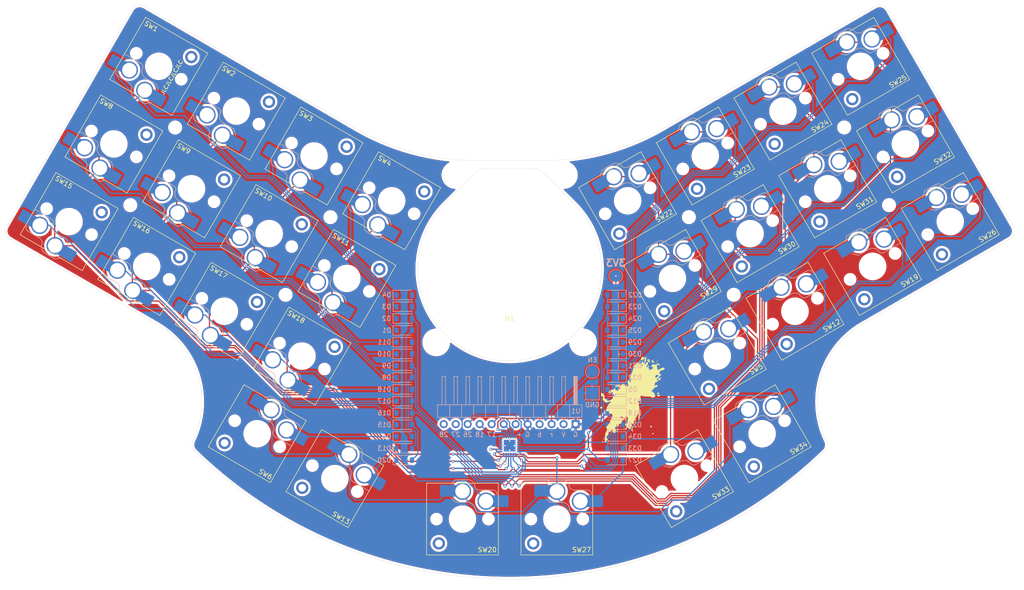
<source format=kicad_pcb>
(kicad_pcb (version 20240108) (generator "pcbnew") (generator_version "8.0")
  (layers (0 "F.Cu" signal) (31 "B.Cu" signal) (34 "B.Paste" user) (35 "F.Paste" user) (36 "B.SilkS" user "B.Silkscreen") (37 "F.SilkS" user "F.Silkscreen") (38 "B.Mask" user) (39 "F.Mask" user) (44 "Edge.Cuts" user))
  (net 0 "")
  (net 1 "ROW0")
  (net 2 "Net-(D1-K)")
  (net 3 "Net-(D2-K)")
  (net 4 "Net-(D3-K)")
  (net 5 "Net-(D4-K)")
  (net 6 "Net-(D5-K)")
  (net 7 "Net-(D6-K)")
  (net 8 "ROW1")
  (net 9 "Net-(D8-K)")
  (net 10 "Net-(D9-K)")
  (net 11 "Net-(D10-K)")
  (net 12 "Net-(D11-K)")
  (net 13 "Net-(D12-K)")
  (net 14 "Net-(D13-K)")
  (net 15 "ROW2")
  (net 16 "Net-(D15-K)")
  (net 17 "Net-(D16-K)")
  (net 18 "Net-(D17-K)")
  (net 19 "Net-(D18-K)")
  (net 20 "Net-(D19-K)")
  (net 21 "Net-(D20-K)")
  (net 22 "ROW3")
  (net 23 "Net-(D22-K)")
  (net 24 "Net-(D23-K)")
  (net 25 "Net-(D24-K)")
  (net 26 "Net-(D25-K)")
  (net 27 "Net-(D26-K)")
  (net 28 "Net-(D27-K)")
  (net 29 "ROW4")
  (net 30 "Net-(D29-K)")
  (net 31 "Net-(D30-K)")
  (net 32 "Net-(D31-K)")
  (net 33 "Net-(D32-K)")
  (net 34 "Net-(D33-K)")
  (net 35 "Net-(D34-K)")
  (net 36 "COL0")
  (net 37 "COL1")
  (net 38 "COL2")
  (net 39 "COL3")
  (net 40 "COL4")
  (net 41 "COL5")
  (net 42 "SCL")
  (net 43 "+3V3")
  (net 44 "SDA")
  (net 45 "GND")
  (net 47 "RESET")
  (net 51 "INT")
  (net 66 "EN")
  (footprint "MountingHole:MountingHole_2.2mm_M2" (layer "F.Cu") (at 188.479503 83.463571 30)
    (property "Reference" "H7" (hide yes))
    (property "Value" "Mounting")
  )
  (footprint "PCM_Switch_Keyboard_Hotswap_Kailh:SW_Hotswap_Kailh_Choc_V1V2_Plated_1.00u" (layer "F.Cu") (at 185 96.454483 30)
    (property "Reference" "SW5")
    (property "Value" "Choc_Hotswap")
  )
  (footprint "PCM_Switch_Keyboard_Hotswap_Kailh:SW_Hotswap_Kailh_Choc_V1V2_Plated_1.00u" (layer "F.Cu") (at 97.000004 96.454482 150)
    (property "Reference" "SW18")
    (property "Value" "Choc_Hotswap")
  )
  (footprint "PCM_Switch_Keyboard_Hotswap_Kailh:SW_Hotswap_Kailh_Choc_V1V2_Plated_1.00u" (layer "F.Cu") (at 198.908966 44.545516 30)
    (property "Reference" "SW24")
    (property "Value" "Choc_Hotswap")
  )
  (footprint "cgx_kb:Waveshare_Touch_RP2040" (layer "F.Cu") (at 141 78 180)
    (property "Reference" "H1")
    (property "Value" "Display")
    (fp_line (start 6.934011 20.582968) (end 14.053176 13.463803) (stroke (width 0.05)) (layer "Edge.Cuts"))
    (fp_line (start -5.343018 21.241978) (end 5.34302 21.241978) (stroke (width 0.05)) (layer "Edge.Cuts"))
    (fp_line (start -6.934009 20.582968) (end -14.053174 13.463803) (stroke (width 0.05)) (layer "Edge.Cuts"))
    (fp_arc (start 6.934011 20.582968) (mid 6.204059 21.070709) (end 5.34302 21.241978) (stroke (width 0.05)) (layer "Edge.Cuts"))
    (fp_arc (start -5.343018 21.241978) (mid -6.204056 21.070707) (end -6.934009 20.582968) (stroke (width 0.05)) (layer "Edge.Cuts"))
    (fp_arc (start -14.053174 13.463803) (mid -0.000001 -19.461904) (end 14.053175 13.463802) (stroke (width 0.05)) (layer "Edge.Cuts"))
  )
  (footprint "PCM_Switch_Keyboard_Hotswap_Kailh:SW_Hotswap_Kailh_Choc_V1V2_Plated_1.00u" (layer "F.Cu") (at 215.363446 35.045516 30)
    (property "Reference" "SW25")
    (property "Value" "Choc_Hotswap")
  )
  (footprint "MountingHole:MountingHole_2.2mm_M2" (layer "F.Cu") (at 178.979504 67.009088 30)
    (property "Reference" "H6" (hide yes))
    (property "Value" "Mounting")
  )
  (footprint "MountingHole:MountingHole_2.2mm_M2" (layer "F.Cu") (at 211.888468 48.009087 30)
    (property "Reference" "H8" (hide yes))
    (property "Value" "Mounting")
  )
  (footprint "PCM_Switch_Keyboard_Hotswap_Kailh:SW_Hotswap_Kailh_Choc_V1V2_Plated_1.00u" (layer "F.Cu") (at 87.500004 112.908966 -30)
    (property "Reference" "SW6")
    (property "Value" "Choc_Hotswap")
  )
  (footprint "PCM_Switch_Keyboard_Hotswap_Kailh:SW_Hotswap_Kailh_Choc_V1V2_Plated_1.00u" (layer "F.Cu") (at 47.636553 67.954478 150)
    (property "Reference" "SW15")
    (property "Value" "Choc_Hotswap")
  )
  (footprint "PCM_Switch_Keyboard_Hotswap_Kailh:SW_Hotswap_Kailh_Choc_V1V2_Plated_1.00u" (layer "F.Cu") (at 99.54552 54.045513 150)
    (property "Reference" "SW3")
    (property "Value" "Choc_Hotswap")
  )
  (footprint "PCM_Switch_Keyboard_Hotswap_Kailh:SW_Hotswap_Kailh_Choc_V1V2_Plated_1.00u" (layer "F.Cu") (at 182.454481 54.045516 30)
    (property "Reference" "SW23")
    (property "Value" "Choc_Hotswap")
  )
  (footprint "MountingHole:MountingHole_2.2mm_M2" (layer "F.Cu") (at 60.613794 64.477241 -60)
    (property "Reference" "H3" (hide yes))
    (property "Value" "Mounting")
  )
  (footprint "MountingHole:MountingHole_2.2mm_M2" (layer "F.Cu") (at 70.113793 48.022758 -60)
    (property "Reference" "H2" (hide yes))
    (property "Value" "Mounting")
  )
  (footprint "PCM_Switch_Keyboard_Hotswap_Kailh:SW_Hotswap_Kailh_Choc_V1V2_Plated_1.00u" (layer "F.Cu") (at 191.954482 70.5 30)
    (property "Reference" "SW30")
    (property "Value" "Choc_Hotswap")
  )
  (footprint "PCM_Switch_Keyboard_Hotswap_Kailh:SW_Hotswap_Kailh_Choc_V1V2_Plated_1.00u" (layer "F.Cu") (at 57.136556 51.499998 150)
    (property "Reference" "SW8")
    (property "Value" "Choc_Hotswap")
  )
  (footprint "MountingHole:MountingHole_2.2mm_M2" (layer "F.Cu") (at 103.022759 67.022758 -30)
    (property "Reference" "H4" (hide yes))
    (property "Value" "Mounting")
  )
  (footprint "PCM_Switch_Keyboard_Hotswap_Kailh:SW_Hotswap_Kailh_Choc_V1V2_Plated_1.00u" (layer "F.Cu") (at 73.591035 60.999994 150)
    (property "Reference" "SW9")
    (property "Value" "Choc_Hotswap")
  )
  (footprint "PCM_Switch_Keyboard_Hotswap_Kailh:SW_Hotswap_Kailh_Choc_V1V2_Plated_1.00u" (layer "F.Cu") (at 64.091419 77.454702 150)
    (property "Reference" "SW16")
    (property "Value" "Choc_Hotswap")
  )
  (footprint "PCM_Switch_Keyboard_Hotswap_Kailh:SW_Hotswap_Kailh_Choc_V1V2_Plated_1.00u" (layer "F.Cu") (at 194.500001 112.908966 30)
    (property "Reference" "SW34")
    (property "Value" "Choc_Hotswap")
  )
  (footprint "MountingHole:MountingHole_2.2mm_M2" (layer "F.Cu") (at 221.388469 64.463571 30)
    (property "Reference" "H9" (hide yes))
    (property "Value" "Mounting")
  )
  (footprint "PCM_Switch_Keyboard_Hotswap_Kailh:SW_Hotswap_Kailh_Choc_V1V2_Plated_1.00u" (layer "F.Cu") (at 80.545518 86.954482 150)
    (property "Reference" "SW17")
    (property "Value" "Choc_Hotswap")
  )
  (footprint "PCM_Switch_Keyboard_Hotswap_Kailh:SW_Hotswap_Kailh_Choc_V1V2_Plated_1.00u" (layer "F.Cu") (at 90.045521 70.5 150)
    (property "Reference" "SW10")
    (property "Value" "Choc_Hotswap")
  )
  (footprint "MountingHole:MountingHole_2.2mm_M2" (layer "F.Cu") (at 93.522759 83.477241 -60)
    (property "Reference" "H5" (hide yes))
    (property "Value" "Mounting")
  )
  (footprint "PCM_Switch_Keyboard_Hotswap_Kailh:SW_Hotswap_Kailh_Choc_V1V2_Plated_1.00u" (layer "F.Cu") (at 224.863447 51.499997 30)
    (property "Reference" "SW32")
    (property "Value" "Choc_Hotswap")
  )
  (footprint "PCM_Switch_Keyboard_Hotswap_Kailh:SW_Hotswap_Kailh_Choc_V1V2_Plated_1.00u" (layer "F.Cu") (at 178.045516 122.408966 30)
    (property "Reference" "SW33")
    (property "Value" "Choc_Hotswap")
  )
  (footprint "PCM_Switch_Keyboard_Hotswap_Kailh:SW_Hotswap_Kailh_Choc_V1V2_Plated_1.00u" (layer "F.Cu") (at 151 131)
    (property "Reference" "SW27")
    (property "Value" "Choc_Hotswap")
  )
  (footprint "PCM_Switch_Keyboard_Hotswap_Kailh:SW_Hotswap_Kailh_Choc_V1V2_Plated_1.00u" (layer "F.Cu") (at 201.454482 86.954484 30)
    (property "Reference" "SW12")
    (property "Value" "Choc_Hotswap")
  )
  (footprint "PCM_Switch_Keyboard_Hotswap_Kailh:SW_Hotswap_Kailh_Choc_V1V2_Plated_1.00u" (layer "F.Cu") (at 175.5 80 30)
    (property "Reference" "SW29")
    (property "Value" "Choc_Hotswap")
  )
  (footprint "PCM_Switch_Keyboard_Hotswap_Kailh:SW_Hotswap_Kailh_Choc_V1V2_Plated_1.00u" (layer "F.Cu") (at 66.636555 35.045516 150)
    (property "Reference" "SW1")
    (property "Value" "Choc_Hotswap")
  )
  (footprint "PCM_Switch_Keyboard_Hotswap_Kailh:SW_Hotswap_Kailh_Choc_V1V2_Plated_1.00u" (layer "F.Cu") (at 131 131)
    (property "Reference" "SW20")
    (property "Value" "Choc_Hotswap")
  )
  (footprint "PCM_Switch_Keyboard_Hotswap_Kailh:SW_Hotswap_Kailh_Choc_V1V2_Plated_1.00u" (layer "F.Cu") (at 103.954485 122.408962 -30)
    (property "Reference" "SW13")
    (property "Value" "Choc_Hotswap")
  )
  (footprint "PCM_Switch_Keyboard_Hotswap_Kailh:SW_Hotswap_Kailh_Choc_V1V2_Plated_1.00u" (layer "F.Cu") (at 234.363449 67.954481 30)
    (property "Reference" "SW26")
    (property "Value" "Choc_Hotswap")
  )
  (footprint "PCM_Switch_Keyboard_Hotswap_Kailh:SW_Hotswap_Kailh_Choc_V1V2_Plated_1.00u" (layer "F.Cu") (at 106.5 80 150)
    (property "Reference" "SW11")
    (property "Value" "Choc_Hotswap")
  )
  (footprint "PCM_Switch_Keyboard_Hotswap_Kailh:SW_Hotswap_Kailh_Choc_V1V2_Plated_1.00u" (layer "F.Cu") (at 115.999999 63.545517 150)
    (property "Reference" "SW4")
    (property "Value" "Choc_Hotswap")
  )
  (footprint "PCM_Switch_Keyboard_Hotswap_Kailh:SW_Hotswap_Kailh_Choc_V1V2_Plated_1.00u" (layer "F.Cu") (at 208.408967 60.999999 30)
    (property "Reference" "SW31")
    (property "Value" "Choc_Hotswap")
  )
  (footprint "PCM_Switch_Keyboard_Hotswap_Kailh:SW_Hotswap_Kailh_Choc_V1V2_Plated_1.00u" (layer "F.Cu") (at 83.091039 44.545514 150)
    (property "Reference" "SW2")
    (property "Value" "Choc_Hotswap")
  )
  (footprint "PCM_Switch_Keyboard_Hotswap_Kailh:SW_Hotswap_Kailh_Choc_V1V2_Plated_1.00u" (layer "F.Cu") (at 217.908965 77.45448 30)
    (property "Reference" "SW19")
    (property "Value" "Choc_Hotswap")
  )
  (footprint "PCM_Switch_Keyboard_Hotswap_Kailh:SW_Hotswap_Kailh_Choc_V1V2_Plated_1.00u" (layer "F.Cu") (at 166 63.545517 30)
    (property "Reference" "SW22")
    (property "Value" "Choc_Hotswap")
  )
  (footprint "Diode_SMD:D_SOD-123" (layer "B.Cu") (at 163.350002 98.5 180)
    (property "Reference" "D31")
    (property "Value" "1N4148W")
  )
  (footprint "Diode_SMD:D_SOD-123" (layer "B.Cu") (at 163.350002 118.5 180)
    (property "Reference" "D27")
    (property "Value" "1N4148W")
  )
  (footprint "Diode_SMD:D_SOD-123" (layer "B.Cu") (at 163.350002 106 180)
    (property "Reference" "D12")
    (property "Value" "1N4148W" (hide yes))
  )
  (footprint "Diode_SMD:D_SOD-123" (layer "B.Cu") (at 118.649998 83.5)
    (property "Reference" "D4")
    (property "Value" "1N4148W")
  )
  (footprint "TestPoint:TestPoint_Pad_D2.5mm" (layer "B.Cu") (at 163.5 79.5 180)
    (property "Reference" "TP1" (hide yes))
    (property "Value" "3V3")
  )
  (footprint "Diode_SMD:D_SOD-123" (layer "B.Cu") (at 163.350002 111 180)
    (property "Reference" "D26")
    (property "Value" "1N4148W" (hide yes))
  )
  (footprint "Diode_SMD:D_SOD-123" (layer "B.Cu") (at 118.649998 93.5)
    (property "Reference" "D11")
    (property "Value" "1N4148W" (hide yes))
  )
  (footprint "Diode_SMD:D_SOD-123" (layer "B.Cu") (at 163.350002 88.5 180)
    (property "Reference" "D24")
    (property "Value" "1N4148W")
  )
  (footprint "Diode_SMD:D_SOD-123" (layer "B.Cu") (at 163.350002 83.5 180)
    (property "Reference" "D22")
    (property "Value" "1N4148W")
  )
  (footprint "Diode_SMD:D_SOD-123" (layer "B.Cu") (at 163.350002 108.5 180)
    (property "Reference" "D19")
    (property "Value" "1N4148W" (hide yes))
  )
  (footprint "Diode_SMD:D_SOD-123" (layer "B.Cu") (at 118.649998 96)
    (property "Reference" "D10")
    (property "Value" "1N4148W" (hide yes))
  )
  (footprint "Diode_SMD:D_SOD-123" (layer "B.Cu") (at 118.649998 106)
    (property "Reference" "D17")
    (property "Value" "1N4148W" (hide yes))
  )
  (footprint "Diode_SMD:D_SOD-123" (layer "B.Cu") (at 118.649998 101)
    (property "Reference" "D8")
    (property "Value" "1N4148W" (hide yes))
  )
  (footprint "TestPoint:TestPoint_Pad_2.5x2.5mm" (layer "B.Cu") (at 158.526 104.289 180)
    (property "Reference" "TP3" (hide yes))
    (property "Value" "GND")
  )
  (footprint "Diode_SMD:D_SOD-123" (layer "B.Cu") (at 118.649998 88.5)
    (property "Reference" "D2")
    (property "Value" "1N4148W")
  )
  (footprint "Diode_SMD:D_SOD-123" (layer "B.Cu") (at 118.649998 113.5)
    (property "Reference" "D6")
    (property "Value" "1N4148W" (hide yes))
  )
  (footprint "Diode_SMD:D_SOD-123" (layer "B.Cu") (at 118.649998 98.5)
    (property "Reference" "D9")
    (property "Value" "1N4148W" (hide yes))
  )
  (footprint "Diode_SMD:D_SOD-123" (layer "B.Cu") (at 118.649998 103.5)
    (property "Reference" "D18")
    (property "Value" "1N4148W" (hide yes))
  )
  (footprint "Diode_SMD:D_SOD-123" (layer "B.Cu") (at 163.350002 113.5 180)
    (property "Reference" "D34")
    (property "Value" "1N4148W" (hide yes))
  )
  (footprint "Diode_SMD:D_SOD-123" (layer "B.Cu") (at 163.350002 101 180)
    (property "Reference" "D32")
    (property "Value" "1N4148W" (hide yes))
  )
  (footprint "Diode_SMD:D_SOD-123" (layer "B.Cu") (at 163.350002 103.5 180)
    (property "Reference" "D5")
    (property "Value" "1N4148W" (hide yes))
  )
  (footprint "Diode_SMD:D_SOD-123" (layer "B.Cu") (at 163.350002 93.5 180)
    (property "Reference" "D29")
    (property "Value" "1N4148W")
  )
  (footprint "Diode_SMD:D_SOD-123" (layer "B.Cu") (at 118.649998 86)
    (property "Reference" "D3")
    (property "Value" "1N4148W")
  )
  (footprint "Diode_SMD:D_SOD-123" (layer "B.Cu") (at 163.350002 86 180)
    (property "Reference" "D23")
    (property "Value" "1N4148W")
  )
  (footprint "Diode_SMD:D_SOD-123" (layer "B.Cu") (at 163.350002 116 180)
    (property "Reference" "D33")
    (property "Value" "1N4148W")
  )
  (footprint "Diode_SMD:D_SOD-123" (layer "B.Cu") (at 163.350002 91 180)
    (property "Reference" "D25")
    (property "Value" "1N4148W")
  )
  (footprint "Diode_SMD:D_SOD-123" (layer "B.Cu") (at 118.649998 111)
    (property "Reference" "D15")
    (property "Value" "1N4148W" (hide yes))
  )
  (footprint "Package_DFN_QFN:WQFN-24-1EP_4x4mm_P0.5mm_EP2.45x2.45mm_ThermalVias" (layer "B.Cu") (at 141 115.437498 180)
    (property "Reference" "U3")
    (property "Value" "TCA8418")
  )
  (footprint "Diode_SMD:D_SOD-123" (layer "B.Cu") (at 118.649998 108.5)
    (property "Reference" "D16")
    (property "Value" "1N4148W" (hide yes))
  )
  (footprint "Connector_PinHeader_2.54mm:PinHeader_1x12_P2.54mm_Horizontal" (layer "B.Cu") (at 154.97 110.875001 90)
    (property "Reference" "U1")
    (property "Value" "~")
  )
  (footprint "Diode_SMD:D_SOD-123" (layer "B.Cu") (at 118.649998 116)
    (property "Reference" "D13")
    (property "Value" "1N4148W" (hide yes))
  )
  (footprint "TestPoint:TestPoint_Pad_D2.5mm" (layer "B.Cu") (at 158.526 99.739 180)
    (property "Reference" "TP2" (hide yes))
    (property "Value" "EN")
  )
  (footprint "Diode_SMD:D_SOD-123" (layer "B.Cu") (at 118.649998 91)
    (property "Reference" "D1")
    (property "Value" "1N4148W" (hide yes))
  )
  (footprint "Diode_SMD:D_SOD-123" (layer "B.Cu") (at 163.350002 96 180)
    (property "Reference" "D30")
    (property "Value" "1N4148W")
  )
  (footprint "Diode_SMD:D_SOD-123" (layer "B.Cu") (at 118.649998 118.5)
    (property "Reference" "D20")
    (property "Value" "1N4148W" (hide yes))
  )
  (gr_poly (pts (xy 166.993784 111.692027) (xy 166.993712 111.692024) (xy 166.993744 111.692007)) (stroke (width -0.000001)) (fill solid) (layer "F.SilkS"))
  (gr_poly (pts (xy 164.445345 111.055025) (xy 164.446424 111.061075) (xy 164.445873 111.08638) (xy 164.44141 111.130846) (xy 164.432681 111.196335) (xy 164.400995 111.397828) (xy 164.309058 111.514805) (xy 164.304128 111.528184) (xy 164.296368 111.514708) (xy 164.296371 111.514708) (xy 164.296374 111.514708) (xy 164.296376 111.514707) (xy 164.296378 111.514707) (xy 164.296379 111.514707) (xy 164.296381 111.514707) (xy 164.296382 111.514707) (xy 164.296383 111.514707) (xy 164.296385 111.514706) (xy 164.296386 111.514706) (xy 164.296387 111.514706) (xy 164.296389 111.514705) (xy 164.29639 111.514705) (xy 164.370747 111.263999) (xy 164.403006 111.156774) (xy 164.428182 111.081498) (xy 164.437222 111.060495) (xy 164.4407 111.054968) (xy 164.443422 111.053067)) (stroke (width -0.000001)) (fill solid) (layer "F.SilkS"))
  (gr_poly (pts (xy 161.973002 114.690794) (xy 161.973 114.690794) (xy 161.973001 114.690793)) (stroke (width -0.000001)) (fill solid) (layer "F.SilkS"))
  (gr_poly (pts (xy 160.129926 107.664738) (xy 160.103062 107.692991) (xy 160.071474 107.720343) (xy 160.034785 107.746615) (xy 160.077603 107.706818) (xy 160.119999 107.670989) (xy 160.132202 107.66181)) (stroke (width -0.000001)) (fill solid) (layer "F.SilkS"))
  (gr_poly (pts (xy 172.276753 97.254232) (xy 172.287774 97.255673) (xy 172.298352 97.258182) (xy 172.308314 97.261648) (xy 172.317491 97.265961) (xy 172.325709 97.271011) (xy 172.332798 97.276687) (xy 172.338586 97.28288) (xy 172.342903 97.289477) (xy 172.345576 97.29637) (xy 172.346434 97.303448) (xy 172.345306 97.3106) (xy 172.342021 97.317717) (xy 172.336407 97.324687) (xy 172.328292 97.3314) (xy 172.317506 97.337746) (xy 172.303877 97.343615) (xy 172.306567 97.352309) (xy 172.308449 97.360407) (xy 172.309561 97.367938) (xy 172.309942 97.374929) (xy 172.309629 97.381411) (xy 172.308663 97.387409) (xy 172.307081 97.392953) (xy 172.304921 97.398071) (xy 172.302222 97.402792) (xy 172.299023 97.407142) (xy 172.295362 97.411152) (xy 172.291277 97.414848) (xy 172.286808 97.418259) (xy 172.281992 97.421413) (xy 172.276867 97.424339) (xy 172.271474 97.427065) (xy 172.260031 97.432028) (xy 172.247973 97.436529) (xy 172.223236 97.445046) (xy 172.211175 97.449515) (xy 172.199728 97.454424) (xy 172.194331 97.457115) (xy 172.189203 97.46) (xy 172.184383 97.463108) (xy 172.179909 97.466468) (xy 172.174722 97.435813) (xy 172.171834 97.407992) (xy 172.171073 97.382894) (xy 172.172268 97.360409) (xy 172.175246 97.340426) (xy 172.179838 97.322836) (xy 172.18587 97.307528) (xy 172.193173 97.294392) (xy 172.201575 97.283317) (xy 172.210904 97.274192) (xy 172.220988 97.266908) (xy 172.231658 97.261355) (xy 172.24274 97.25742) (xy 172.254065 97.254996) (xy 172.265459 97.25397)) (stroke (width -0.000001)) (fill solid) (layer "F.SilkS"))
  (gr_poly (pts (xy 161.879154 114.334106) (xy 161.902688 114.336311) (xy 161.929991 114.340601) (xy 161.961253 114.347082) (xy 161.996667 114.355861) (xy 162.010351 114.359236) (xy 162.022816 114.363248) (xy 162.034141 114.36783) (xy 162.044406 114.372916) (xy 162.05369 114.378441) (xy 162.062074 114.384339) (xy 162.069638 114.390544) (xy 162.076461 114.39699) (xy 162.082623 114.403611) (xy 162.088205 114.410342) (xy 162.097946 114.423869) (xy 162.113976 114.449345) (xy 162.121544 114.460241) (xy 162.125495 114.464998) (xy 162.129665 114.469206) (xy 162.134133 114.472801) (xy 162.13898 114.475715) (xy 162.144284 114.477884) (xy 162.150127 114.479242) (xy 162.156587 114.479722) (xy 162.163745 114.479259) (xy 162.171682 114.477787) (xy 162.180475 114.47524) (xy 162.190207 114.471553) (xy 162.200956 114.46666) (xy 162.212802 114.460495) (xy 162.225825 114.452992) (xy 162.210648 114.498339) (xy 162.197549 114.532066) (xy 162.191633 114.545078) (xy 162.186063 114.555791) (xy 162.180782 114.56441) (xy 162.17573 114.571135) (xy 162.17085 114.576169) (xy 162.166084 114.579715) (xy 162.161375 114.581975) (xy 162.156665 114.583152) (xy 162.151894 114.583447) (xy 162.147007 114.583063) (xy 162.136649 114.581069) (xy 162.125127 114.578788) (xy 162.111979 114.577839) (xy 162.10465 114.57837) (xy 162.096741 114.579842) (xy 162.088194 114.582456) (xy 162.07895 114.586415) (xy 162.068953 114.591921) (xy 162.058144 114.599178) (xy 162.046465 114.608386) (xy 162.033859 114.619749) (xy 162.020267 114.633469) (xy 162.005632 114.649748) (xy 161.989896 114.668789) (xy 161.973001 114.690793) (xy 161.968739 114.677435) (xy 161.962885 114.663207) (xy 161.947167 114.632568) (xy 161.927381 114.599722) (xy 161.905056 114.565513) (xy 161.85892 114.49638) (xy 161.838171 114.463144) (xy 161.82101 114.431921) (xy 161.814253 114.417328) (xy 161.808968 114.403554) (xy 161.805346 114.390706) (xy 161.803578 114.378888) (xy 161.803855 114.368206) (xy 161.80637 114.358766) (xy 161.811313 114.350673) (xy 161.818875 114.344032) (xy 161.82925 114.33895) (xy 161.842627 114.335531) (xy 161.859198 114.333881)) (stroke (width -0.000001)) (fill solid) (layer "F.SilkS"))
  (gr_poly (pts (xy 167.017164 111.231752) (xy 167.027311 111.236211) (xy 167.037399 111.243643) (xy 167.047341 111.253806) (xy 167.057049 111.266456) (xy 167.066437 111.281352) (xy 167.075417 111.29825) (xy 167.083902 111.316908) (xy 167.099038 111.358529) (xy 167.111145 111.404272) (xy 167.119527 111.452195) (xy 167.122102 111.476366) (xy 167.123484 111.500354) (xy 167.123585 111.523915) (xy 167.122318 111.546806) (xy 167.119597 111.568784) (xy 167.115333 111.589607) (xy 167.109439 111.609032) (xy 167.101828 111.626816) (xy 167.092413 111.642715) (xy 167.081106 111.656487) (xy 167.06782 111.66789) (xy 167.052469 111.67668) (xy 167.041704 111.666523) (xy 166.993744 111.692007) (xy 166.941468 111.665933) (xy 166.921854 111.65464) (xy 166.90623 111.644363) (xy 166.894314 111.634988) (xy 166.885829 111.626401) (xy 166.880492 111.618487) (xy 166.878026 111.611131) (xy 166.878148 111.604218) (xy 166.880581 111.597635) (xy 166.885043 111.591266) (xy 166.891255 111.584998) (xy 166.907808 111.572303) (xy 166.928001 111.558633) (xy 166.949594 111.543072) (xy 166.970347 111.524703) (xy 166.979709 111.51418) (xy 166.988022 111.502611) (xy 166.995004 111.489882) (xy 167.000377 111.475878) (xy 167.003861 111.460485) (xy 167.005175 111.443588) (xy 167.00404 111.425073) (xy 167.000175 111.404825) (xy 166.993301 111.38273) (xy 166.983138 111.358672) (xy 166.969405 111.332538) (xy 166.951823 111.304213) (xy 166.959938 111.281054) (xy 166.968604 111.262569) (xy 166.977736 111.248515) (xy 166.987245 111.238649) (xy 166.997044 111.232729) (xy 167.007046 111.230511)) (stroke (width -0.000001)) (fill solid) (layer "F.SilkS"))
  (gr_poly (pts (xy 164.334163 95.933924) (xy 164.348948 95.936886) (xy 164.362933 95.941632) (xy 164.375962 95.948057) (xy 164.387878 95.956054) (xy 164.398526 95.96552) (xy 164.407749 95.97635) (xy 164.415391 95.988437) (xy 164.421295 96.001678) (xy 164.425307 96.015967) (xy 164.427269 96.0312) (xy 164.427026 96.04727) (xy 164.42442 96.064074) (xy 164.419297 96.081506) (xy 164.4115 96.09946) (xy 164.400872 96.117833) (xy 164.387258 96.136519) (xy 164.378129 96.129837) (xy 164.368712 96.124413) (xy 164.35904 96.120181) (xy 164.349146 96.117073) (xy 164.339063 96.115024) (xy 164.328824 96.113965) (xy 164.318462 96.11383) (xy 164.308011 96.114552) (xy 164.297503 96.116064) (xy 164.286971 96.118298) (xy 164.276449 96.121189) (xy 164.265969 96.124668) (xy 164.245269 96.133126) (xy 164.225136 96.143136) (xy 164.205834 96.154161) (xy 164.187628 96.165667) (xy 164.155562 96.187976) (xy 164.131054 96.205776) (xy 164.122296 96.211645) (xy 164.116221 96.214779) (xy 164.122568 96.174922) (xy 164.130615 96.138529) (xy 164.140204 96.105495) (xy 164.151179 96.075715) (xy 164.163384 96.049084) (xy 164.176663 96.025496) (xy 164.19086 96.004847) (xy 164.205819 95.987032) (xy 164.221382 95.971946) (xy 164.237396 95.959483) (xy 164.253702 95.94954) (xy 164.270145 95.942009) (xy 164.286569 95.936788) (xy 164.302817 95.93377) (xy 164.318734 95.93285)) (stroke (width -0.000001)) (fill solid) (layer "F.SilkS"))
  (gr_poly (pts (xy 169.405762 96.532173) (xy 169.407838 96.536051) (xy 169.40774 96.543087) (xy 169.405333 96.553619) (xy 169.400481 96.567988) (xy 169.382905 96.609593) (xy 169.353928 96.67062) (xy 169.31247 96.753788) (xy 169.354273 96.763957) (xy 169.398276 96.770527) (xy 169.444328 96.773622) (xy 169.492281 96.773361) (xy 169.541982 96.769868) (xy 169.593284 96.763263) (xy 169.646035 96.753668) (xy 169.700086 96.741205) (xy 169.755286 96.725995) (xy 169.811486 96.70816) (xy 169.868536 96.687823) (xy 169.926285 96.665103) (xy 169.984583 96.640124) (xy 170.043281 96.613006) (xy 170.102229 96.583871) (xy 170.161276 96.552841) (xy 170.119223 96.590158) (xy 170.082397 96.627095) (xy 170.050469 96.663654) (xy 170.023108 96.699841) (xy 169.999983 96.735659) (xy 169.980763 96.77111) (xy 169.965118 96.806198) (xy 169.952716 96.840928) (xy 169.943226 96.875302) (xy 169.936318 96.909323) (xy 169.931662 96.942996) (xy 169.928925 96.976324) (xy 169.927889 97.041958) (xy 169.930564 97.106252) (xy 169.934303 97.169236) (xy 169.936459 97.230937) (xy 169.934386 97.291382) (xy 169.930937 97.321142) (xy 169.925437 97.350599) (xy 169.917558 97.379757) (xy 169.906966 97.408617) (xy 169.893333 97.437185) (xy 169.876326 97.465464) (xy 169.855615 97.493456) (xy 169.83087 97.521166) (xy 169.801759 97.548597) (xy 169.767952 97.575752) (xy 169.611221 97.960616) (xy 169.607537 97.976365) (xy 169.604857 97.991967) (xy 169.603228 98.00756) (xy 169.602697 98.023283) (xy 169.603312 98.039274) (xy 169.60512 98.055671) (xy 169.608168 98.072613) (xy 169.612503 98.090238) (xy 169.618174 98.108684) (xy 169.625227 98.128089) (xy 169.63371 98.148593) (xy 169.643671 98.170333) (xy 169.668213 98.218075) (xy 169.699233 98.272421) (xy 169.717629 98.260488) (xy 169.734062 98.247291) (xy 169.748663 98.232916) (xy 169.761564 98.217447) (xy 169.772896 98.200969) (xy 169.78279 98.183569) (xy 169.791378 98.165329) (xy 169.798792 98.146337) (xy 169.805162 98.126675) (xy 169.810621 98.106431) (xy 169.81933 98.064531) (xy 169.82597 98.021318) (xy 169.831592 97.977471) (xy 169.83725 97.93367) (xy 169.843993 97.890596) (xy 169.852875 97.848928) (xy 169.858447 97.828834) (xy 169.864947 97.809346) (xy 169.872508 97.790551) (xy 169.881261 97.772531) (xy 169.891337 97.755373) (xy 169.902868 97.739162) (xy 169.915985 97.723983) (xy 169.93082 97.70992) (xy 169.947505 97.697058) (xy 169.96617 97.685484) (xy 170.004833 97.639332) (xy 170.028108 97.61603) (xy 170.03473 97.611887) (xy 170.038411 97.612184) (xy 170.039452 97.616496) (xy 170.038156 97.624399) (xy 170.029759 97.649283) (xy 170.015633 97.68344) (xy 169.979857 97.766) (xy 169.963036 97.807615) (xy 169.950146 97.844927) (xy 169.943602 97.874543) (xy 169.943464 97.885405) (xy 169.945819 97.893069) (xy 169.950967 97.897113) (xy 169.959212 97.897111) (xy 169.970853 97.89264) (xy 169.986195 97.883275) (xy 170.005537 97.868592) (xy 170.029183 97.848167) (xy 170.090592 97.788392) (xy 170.106947 97.787539) (xy 170.123771 97.7849) (xy 170.141004 97.780591) (xy 170.158587 97.77473) (xy 170.176458 97.767431) (xy 170.19456 97.758813) (xy 170.212832 97.748991) (xy 170.231215 97.738081) (xy 170.268074 97.713466) (xy 170.304662 97.6859) (xy 170.3405 97.656314) (xy 170.375112 97.62564) (xy 170.550644 97.452883) (xy 170.531481 97.446597) (xy 170.513231 97.443436) (xy 170.49587 97.443115) (xy 170.479373 97.445348) (xy 170.463714 97.449849) (xy 170.448868 97.456331) (xy 170.43481 97.464509) (xy 170.421515 97.474097) (xy 170.408957 97.484809) (xy 170.397112 97.496358) (xy 170.375458 97.520827) (xy 170.33959 97.567238) (xy 170.324973 97.584604) (xy 170.318406 97.590826) (xy 170.3123 97.595027) (xy 170.306628 97.59692) (xy 170.301367 97.596219) (xy 170.296491 97.592639) (xy 170.291975 97.585893) (xy 170.287793 97.575696) (xy 170.283921 97.561761) (xy 170.277004 97.521535) (xy 170.271022 97.462928) (xy 170.265775 97.383652) (xy 170.267056 97.418914) (xy 170.266513 97.447559) (xy 170.264335 97.469977) (xy 170.26071 97.486559) (xy 170.255826 97.497696) (xy 170.249872 97.503777) (xy 170.243035 97.505193) (xy 170.235506 97.502335) (xy 170.22747 97.495592) (xy 170.219118 97.485355) (xy 170.202215 97.455961) (xy 170.186304 97.417275) (xy 170.172892 97.37242) (xy 170.163485 97.324519) (xy 170.159589 97.276695) (xy 170.160179 97.253787) (xy 170.162712 97.23207) (xy 170.167376 97.211933) (xy 170.17436 97.193767) (xy 170.183851 97.177963) (xy 170.196039 97.16491) (xy 170.211112 97.154999) (xy 170.229257 97.14862) (xy 170.250664 97.146164) (xy 170.27552 97.148022) (xy 170.304014 97.154582) (xy 170.336334 97.166236) (xy 170.347532 97.166766) (xy 170.358207 97.16651) (xy 170.368394 97.165545) (xy 170.378129 97.163947) (xy 170.387447 97.161792) (xy 170.396386 97.159157) (xy 170.404979 97.156116) (xy 170.413263 97.152747) (xy 170.472685 97.123093) (xy 170.479791 97.12019) (xy 170.486945 97.117718) (xy 170.494182 97.115755) (xy 170.501538 97.114376) (xy 170.509049 97.113658) (xy 170.516749 97.113676) (xy 170.524675 97.114507) (xy 170.532863 97.116226) (xy 170.541348 97.11891) (xy 170.550166 97.122635) (xy 170.559352 97.127476) (xy 170.568943 97.133511) (xy 170.578973 97.140814) (xy 170.589479 97.149463) (xy 170.600497 97.159533) (xy 170.612061 97.1711) (xy 170.623772 97.191758) (xy 170.634191 97.212698) (xy 170.643407 97.233881) (xy 170.651509 97.255274) (xy 170.664731 97.29854) (xy 170.674571 97.342207) (xy 170.681744 97.385986) (xy 170.686965 97.429588) (xy 170.694409 97.515106) (xy 170.698062 97.556444) (xy 170.702621 97.596449) (xy 170.708803 97.634833) (xy 170.717321 97.671306) (xy 170.722679 97.688736) (xy 170.72889 97.70558) (xy 170.736042 97.721802) (xy 170.744225 97.737366) (xy 170.753528 97.752235) (xy 170.76404 97.766374) (xy 170.775852 97.779747) (xy 170.789052 97.792317) (xy 170.773509 97.80537) (xy 170.758043 97.814985) (xy 170.742645 97.821438) (xy 170.727306 97.825005) (xy 170.712019 97.82596) (xy 170.696776 97.824579) (xy 170.681566 97.821136) (xy 170.666384 97.815908) (xy 170.651219 97.80917) (xy 170.636064 97.801197) (xy 170.605751 97.782645) (xy 170.544874 97.742834) (xy 170.514177 97.725979) (xy 170.498735 97.719277) (xy 170.48322 97.714093) (xy 170.467622 97.710703) (xy 170.451934 97.70938) (xy 170.436148 97.710401) (xy 170.420255 97.714041) (xy 170.404246 97.720575) (xy 170.388114 97.730279) (xy 170.37185 97.743427) (xy 170.355445 97.760296) (xy 170.338892 97.781159) (xy 170.322182 97.806294) (xy 170.305307 97.835974) (xy 170.288258 97.870475) (xy 170.297497 97.896894) (xy 170.305032 97.922694) (xy 170.310941 97.947876) (xy 170.315301 97.972441) (xy 170.318191 97.99639) (xy 170.319687 98.019724) (xy 170.319869 98.042442) (xy 170.318812 98.064547) (xy 170.316596 98.086038) (xy 170.313297 98.106917) (xy 170.308994 98.127184) (xy 170.303764 98.14684) (xy 170.290834 98.184322) (xy 170.275128 98.219368) (xy 170.257269 98.251985) (xy 170.237878 98.282179) (xy 170.217577 98.309955) (xy 170.196986 98.335319) (xy 170.157424 98.378838) (xy 170.124165 98.412781) (xy 170.026365 98.600325) (xy 170.005613 98.643627) (xy 169.988239 98.683817) (xy 169.975192 98.720056) (xy 169.967421 98.751505) (xy 169.96581 98.76517) (xy 169.965875 98.777324) (xy 169.967733 98.78786) (xy 169.971504 98.796675) (xy 169.977305 98.803662) (xy 169.985257 98.808717) (xy 169.995476 98.811736) (xy 170.008082 98.812613) (xy 170.023194 98.811243) (xy 170.04093 98.807522) (xy 170.061409 98.801345) (xy 170.084749 98.792606) (xy 170.11107 98.781201) (xy 170.140489 98.767025) (xy 170.209099 98.72994) (xy 170.288799 98.728338) (xy 170.318521 98.72561) (xy 170.342121 98.721697) (xy 170.360069 98.716674) (xy 170.372838 98.710617) (xy 170.380898 98.703602) (xy 170.384723 98.695703) (xy 170.384783 98.686996) (xy 170.381549 98.677556) (xy 170.375495 98.667459) (xy 170.367091 98.65678) (xy 170.345119 98.633977) (xy 170.319409 98.60975) (xy 170.293733 98.584702) (xy 170.271864 98.559434) (xy 170.263537 98.546907) (xy 170.257576 98.534551) (xy 170.254454 98.522441) (xy 170.254642 98.510654) (xy 170.258611 98.499264) (xy 170.266834 98.488346) (xy 170.279781 98.477976) (xy 170.297926 98.46823) (xy 170.321739 98.459183) (xy 170.351691 98.450909) (xy 170.388256 98.443485) (xy 170.431903 98.436985) (xy 170.441797 98.434922) (xy 170.450286 98.435142) (xy 170.457456 98.437541) (xy 170.463395 98.442014) (xy 170.468191 98.448456) (xy 170.471931 98.456762) (xy 170.474703 98.466827) (xy 170.476594 98.478547) (xy 170.477691 98.491816) (xy 170.478082 98.506531) (xy 170.477096 98.539874) (xy 170.474336 98.57774) (xy 170.4705 98.619287) (xy 170.462403 98.710076) (xy 170.459542 98.75764) (xy 170.458403 98.805531) (xy 170.459689 98.852912) (xy 170.461459 98.876148) (xy 170.464097 98.898943) (xy 170.467692 98.92119) (xy 170.472329 98.942786) (xy 170.478097 98.963625) (xy 170.485083 98.983602) (xy 170.421241 99.020506) (xy 170.379325 99.047508) (xy 170.365746 99.057777) (xy 170.356635 99.066147) (xy 170.351656 99.072811) (xy 170.35047 99.077959) (xy 170.352741 99.081786) (xy 170.358129 99.084481) (xy 170.376911 99.08725) (xy 170.43704 99.087674) (xy 170.472985 99.088403) (xy 170.509249 99.091526) (xy 170.526656 99.094466) (xy 170.543131 99.09858) (xy 170.558335 99.104061) (xy 170.57193 99.111101) (xy 170.583579 99.119892) (xy 170.592945 99.130626) (xy 170.59969 99.143496) (xy 170.603476 99.158692) (xy 170.603965 99.176409) (xy 170.600821 99.196836) (xy 170.593704 99.220168) (xy 170.582278 99.246595) (xy 170.572639 99.312812) (xy 170.566365 99.362752) (xy 170.563316 99.398252) (xy 170.563352 99.421151) (xy 170.564482 99.428449) (xy 170.566331 99.433285) (xy 170.56888 99.43589) (xy 170.572113 99.436493) (xy 170.576011 99.435324) (xy 170.580557 99.432613) (xy 170.591523 99.423481) (xy 170.620455 99.396814) (xy 170.638139 99.382954) (xy 170.647725 99.376697) (xy 170.657782 99.371194) (xy 170.668294 99.366676) (xy 170.679243 99.363371) (xy 170.690611 99.36151) (xy 170.70238 99.361322) (xy 170.714534 99.363038) (xy 170.727054 99.366886) (xy 170.739922 99.373097) (xy 170.753122 99.3819) (xy 170.775093 99.366601) (xy 170.795731 99.353181) (xy 170.81514 99.341489) (xy 170.833424 99.331374) (xy 170.850687 99.322687) (xy 170.867033 99.315275) (xy 170.882566 99.308989) (xy 170.89739 99.303677) (xy 170.911609 99.29919) (xy 170.925327 99.295376) (xy 170.951675 99.289164) (xy 171.002933 99.278188) (xy 171.029506 99.271012) (xy 171.043392 99.266475) (xy 171.057817 99.261104) (xy 171.072884 99.254748) (xy 171.088698 99.247257) (xy 171.105362 99.23848) (xy 171.122981 99.228267) (xy 171.141658 99.216465) (xy 171.161498 99.202926) (xy 171.182604 99.187498) (xy 171.20508 99.17003) (xy 171.22903 99.150371) (xy 171.254559 99.128372) (xy 171.28177 99.103881) (xy 171.310767 99.076748) (xy 171.311836 99.026887) (xy 171.314442 98.981771) (xy 171.318021 98.941156) (xy 171.32201 98.904801) (xy 171.328961 98.8439) (xy 171.330797 98.818869) (xy 171.330787 98.797128) (xy 171.329913 98.787415) (xy 171.328367 98.778435) (xy 171.326078 98.770155) (xy 171.322975 98.762546) (xy 171.318988 98.755578) (xy 171.314047 98.74922) (xy 171.30808 98.743443) (xy 171.301018 98.738215) (xy 171.29279 98.733507) (xy 171.283325 98.729287) (xy 171.272553 98.725527) (xy 171.260404 98.722195) (xy 171.231692 98.716696) (xy 171.196625 98.712548) (xy 171.156552 98.716767) (xy 171.116952 98.719603) (xy 171.078563 98.720863) (xy 171.042126 98.720353) (xy 171.00838 98.717881) (xy 170.978065 98.713254) (xy 170.964425 98.710071) (xy 170.951919 98.706278) (xy 170.940641 98.70185) (xy 170.930683 98.696762) (xy 170.922136 98.690991) (xy 170.915095 98.684512) (xy 170.90965 98.677301) (xy 170.905895 98.669335) (xy 170.903922 98.660589) (xy 170.903824 98.651038) (xy 170.905692 98.64066) (xy 170.909619 98.629429) (xy 170.915698 98.617322) (xy 170.924021 98.604315) (xy 170.93468 98.590383) (xy 170.947769 98.575502) (xy 170.963378 98.559648) (xy 170.981602 98.542797) (xy 171.002532 98.524926) (xy 171.02626 98.506009) (xy 171.046568 98.483141) (xy 171.068434 98.457014) (xy 171.115889 98.398345) (xy 171.166722 98.336718) (xy 171.192811 98.306895) (xy 171.219029 98.278851) (xy 171.245141 98.253426) (xy 171.270906 98.23146) (xy 171.283585 98.222036) (xy 171.296088 98.213792) (xy 171.308386 98.206832) (xy 171.320449 98.201262) (xy 171.332247 98.197186) (xy 171.34375 98.19471) (xy 171.354928 98.193937) (xy 171.365753 98.194974) (xy 171.376194 98.197926) (xy 171.386221 98.202896) (xy 171.395804 98.20999) (xy 171.404915 98.219314) (xy 171.410189 98.203362) (xy 171.417379 98.190826) (xy 171.426361 98.181457) (xy 171.437011 98.175009) (xy 171.449204 98.171236) (xy 171.462815 98.16989) (xy 171.47772 98.170726) (xy 171.493795 98.173495) (xy 171.510915 98.177951) (xy 171.528956 98.183847) (xy 171.567303 98.198974) (xy 171.64957 98.235651) (xy 171.691499 98.253252) (xy 171.732632 98.26773) (xy 171.752588 98.27318) (xy 171.771971 98.277109) (xy 171.790658 98.27927) (xy 171.808523 98.279416) (xy 171.825442 98.2773) (xy 171.84129 98.272675) (xy 171.855944 98.265295) (xy 171.869279 98.254912) (xy 171.88117 98.24128) (xy 171.891492 98.224153) (xy 171.900122 98.203283) (xy 171.906935 98.178423) (xy 171.922372 98.195446) (xy 171.937744 98.210121) (xy 171.953051 98.22253) (xy 171.968295 98.232754) (xy 171.983479 98.240875) (xy 171.998604 98.246974) (xy 172.013671 98.251133) (xy 172.028683 98.253434) (xy 172.043641 98.253957) (xy 172.058548 98.252784) (xy 172.073404 98.249998) (xy 172.088211 98.245678) (xy 172.102971 98.239908) (xy 172.117687 98.232768) (xy 172.132359 98.22434) (xy 172.146989 98.214706) (xy 172.16158 98.203946) (xy 172.176132 98.192143) (xy 172.190648 98.179379) (xy 172.205129 98.165733) (xy 172.233995 98.136127) (xy 172.262742 98.103978) (xy 172.291386 98.069937) (xy 172.31994 98.034657) (xy 172.376833 97.962988) (xy 172.39516 97.954014) (xy 172.411944 97.947944) (xy 172.427288 97.944591) (xy 172.441293 97.943767) (xy 172.454062 97.945284) (xy 172.465697 97.948955) (xy 172.4763 97.954592) (xy 172.485973 97.962007) (xy 172.494819 97.971012) (xy 172.502939 97.981419) (xy 172.510436 97.993042) (xy 172.517412 98.005691) (xy 172.53021 98.03332) (xy 172.54215 98.062805) (xy 172.554049 98.092643) (xy 172.566725 98.121333) (xy 172.573609 98.134777) (xy 172.580995 98.147372) (xy 172.588983 98.158928) (xy 172.597677 98.169259) (xy 172.607177 98.178176) (xy 172.617588 98.185492) (xy 172.629009 98.191019) (xy 172.641545 98.194569) (xy 172.655297 98.195955) (xy 172.670366 98.194988) (xy 172.686857 98.191482) (xy 172.704869 98.185247) (xy 172.736834 98.196712) (xy 172.764301 98.207553) (xy 172.787516 98.217827) (xy 172.806727 98.227589) (xy 172.822181 98.236895) (xy 172.834124 98.245801) (xy 172.842803 98.254364) (xy 172.848466 98.26264) (xy 172.851359 98.270684) (xy 172.851729 98.278552) (xy 172.849823 98.286301) (xy 172.845887 98.293986) (xy 172.84017 98.301664) (xy 172.832917 98.309391) (xy 172.814792 98.325214) (xy 172.770982 98.359909) (xy 172.749247 98.379677) (xy 172.739286 98.390363) (xy 172.730259 98.401657) (xy 172.722412 98.413617) (xy 172.715992 98.426297) (xy 172.711247 98.439754) (xy 172.708423 98.454044) (xy 172.707767 98.469223) (xy 172.709526 98.485348) (xy 172.713947 98.502473) (xy 172.721277 98.520656) (xy 172.716301 98.544822) (xy 172.710947 98.56488) (xy 172.705263 98.58104) (xy 172.699294 98.593509) (xy 172.693086 98.602497) (xy 172.686684 98.608211) (xy 172.680134 98.610861) (xy 172.673483 98.610654) (xy 172.666775 98.6078) (xy 172.660058 98.602507) (xy 172.653376 98.594984) (xy 172.646775 98.585438) (xy 172.634001 98.561117) (xy 172.622103 98.531211) (xy 172.611448 98.497389) (xy 172.6024 98.46132) (xy 172.595328 98.424672) (xy 172.590598 98.389114) (xy 172.588576 98.356314) (xy 172.589629 98.327941) (xy 172.591423 98.315936) (xy 172.594124 98.305663) (xy 172.597776 98.297331) (xy 172.602426 98.291149) (xy 172.638863 98.27981) (xy 172.660225 98.270594) (xy 172.665859 98.266788) (xy 172.668453 98.263519) (xy 172.668248 98.26079) (xy 172.665489 98.258603) (xy 172.660416 98.25696) (xy 172.653273 98.255864) (xy 172.633748 98.25532) (xy 172.608855 98.25699) (xy 172.580534 98.26089) (xy 172.550728 98.267039) (xy 172.521378 98.275456) (xy 172.494424 98.286158) (xy 172.482453 98.292371) (xy 172.471809 98.299163) (xy 172.462734 98.306535) (xy 172.455473 98.314489) (xy 172.450266 98.323028) (xy 172.448152 98.329663) (xy 172.439434 98.304245) (xy 172.419095 98.256739) (xy 172.410201 98.240682) (xy 172.402081 98.229294) (xy 172.394678 98.222232) (xy 172.387935 98.219148) (xy 172.381793 98.219699) (xy 172.376196 98.223538) (xy 172.371086 98.230321) (xy 172.366407 98.239702) (xy 172.358109 98.264877) (xy 172.350843 98.2963) (xy 172.337576 98.366843) (xy 172.330657 98.400437) (xy 172.322936 98.42923) (xy 172.313955 98.450458) (xy 172.308848 98.457373) (xy 172.303255 98.461361) (xy 172.297117 98.462076) (xy 172.290377 98.459174) (xy 172.282979 98.452309) (xy 172.274864 98.441135) (xy 172.24676 98.468955) (xy 172.222761 98.494942) (xy 172.202641 98.5192) (xy 172.186172 98.541833) (xy 172.173128 98.562946) (xy 172.163283 98.582643) (xy 172.156409 98.601028) (xy 172.152281 98.618205) (xy 172.15067 98.63428) (xy 172.15135 98.649355) (xy 172.154096 98.663536) (xy 172.158679 98.676926) (xy 172.164873 98.68963) (xy 172.172452 98.701753) (xy 172.181188 98.713397) (xy 172.190855 98.724669) (xy 172.212076 98.746509) (xy 172.234299 98.768108) (xy 172.255711 98.790299) (xy 172.265547 98.801877) (xy 172.274499 98.813917) (xy 172.282341 98.826521) (xy 172.288847 98.839795) (xy 172.29379 98.853843) (xy 172.296943 98.868769) (xy 172.29808 98.884677) (xy 172.296973 98.901672) (xy 172.293396 98.919858) (xy 172.287122 98.939339) (xy 172.28641 98.966479) (xy 172.28769 99.002616) (xy 172.291313 99.045644) (xy 172.297627 99.093456) (xy 172.306984 99.143944) (xy 172.319731 99.195002) (xy 172.33622 99.244523) (xy 172.345977 99.268048) (xy 172.3568 99.290399) (xy 172.368733 99.311313) (xy 172.38182 99.330525) (xy 172.396104 99.347773) (xy 172.41163 99.362793) (xy 172.428441 99.375322) (xy 172.44658 99.385096) (xy 172.466092 99.391852) (xy 172.48702 99.395327) (xy 172.509408 99.395257) (xy 172.533299 99.391379) (xy 172.558738 99.38343) (xy 172.585767 99.371146) (xy 172.614431 99.354264) (xy 172.644774 99.33252) (xy 172.676839 99.305652) (xy 172.710669 99.273395) (xy 172.833507 99.184684) (xy 172.947962 99.105524) (xy 173.002361 99.070023) (xy 173.055042 99.037507) (xy 173.106131 99.008177) (xy 173.155753 98.98223) (xy 173.204035 98.959867) (xy 173.251102 98.941287) (xy 173.297081 98.926689) (xy 173.342097 98.916272) (xy 173.386276 98.910236) (xy 173.408091 98.908924) (xy 173.429744 98.908781) (xy 173.45125 98.909833) (xy 173.472627 98.912105) (xy 173.493888 98.915621) (xy 173.51505 98.920407) (xy 173.530258 98.912632) (xy 173.545603 98.906049) (xy 173.561039 98.900624) (xy 173.576518 98.896321) (xy 173.591992 98.893103) (xy 173.607413 98.890937) (xy 173.622736 98.889785) (xy 173.637912 98.889613) (xy 173.652893 98.890385) (xy 173.667634 98.892066) (xy 173.682085 98.894619) (xy 173.6962 98.89801) (xy 173.709931 98.902203) (xy 173.723232 98.907162) (xy 173.736053 98.912852) (xy 173.74835 98.919237) (xy 173.760073 98.926282) (xy 173.771175 98.93395) (xy 173.78161 98.942208) (xy 173.791329 98.951018) (xy 173.800286 98.960346) (xy 173.808432 98.970156) (xy 173.815721 98.980412) (xy 173.822105 98.99108) (xy 173.827538 99.002122) (xy 173.83197 99.013504) (xy 173.835356 99.025191) (xy 173.837647 99.037146) (xy 173.838797 99.049334) (xy 173.838757 99.06172) (xy 173.837481 99.074268) (xy 173.834921 99.086943) (xy 173.827884 99.125959) (xy 173.818256 99.161509) (xy 173.806172 99.193796) (xy 173.79177 99.223022) (xy 173.775183 99.24939) (xy 173.756549 99.273102) (xy 173.736003 99.294361) (xy 173.713679 99.313368) (xy 173.689715 99.330325) (xy 173.664245 99.345436) (xy 173.637406 99.358903) (xy 173.609332 99.370927) (xy 173.58016 99.381712) (xy 173.550026 99.391459) (xy 173.487411 99.408651) (xy 173.356597 99.439485) (xy 173.290569 99.456366) (xy 173.225573 99.47638) (xy 173.193802 99.488068) (xy 173.162696 99.501147) (xy 173.132391 99.515818) (xy 173.103022 99.532284) (xy 173.074726 99.550747) (xy 173.047637 99.57141) (xy 173.021892 99.594475) (xy 172.997626 99.620145) (xy 172.973714 99.636305) (xy 172.950923 99.652628) (xy 172.929258 99.669107) (xy 172.908726 99.685738) (xy 172.889331 99.702516) (xy 172.871079 99.719434) (xy 172.853977 99.736489) (xy 172.83803 99.753675) (xy 172.823244 99.770987) (xy 172.809625 99.78842) (xy 172.797178 99.805969) (xy 172.78591 99.823629) (xy 172.775826 99.841394) (xy 172.766931 99.859259) (xy 172.759233 99.87722) (xy 172.752736 99.895272) (xy 172.747446 99.913408) (xy 172.743369 99.931624) (xy 172.740511 99.949916) (xy 172.738878 99.968277) (xy 172.738475 99.986703) (xy 172.739309 100.005189) (xy 172.741384 100.023729) (xy 172.744708 100.042318) (xy 172.749285 100.060952) (xy 172.755121 100.079625) (xy 172.762223 100.098332) (xy 172.770595 100.117068) (xy 172.780245 100.135827) (xy 172.791177 100.154606) (xy 172.803397 100.173398) (xy 172.816911 100.192199) (xy 172.818559 100.226332) (xy 172.824006 100.255258) (xy 172.832918 100.279329) (xy 172.844959 100.298896) (xy 172.859794 100.314311) (xy 172.877086 100.325927) (xy 172.896501 100.334094) (xy 172.917702 100.339166) (xy 172.940355 100.341492) (xy 172.964123 100.341426) (xy 172.988671 100.339319) (xy 173.013664 100.335523) (xy 173.06364 100.32427) (xy 173.111367 100.310482) (xy 173.189336 100.286558) (xy 173.214208 100.28205) (xy 173.221942 100.282891) (xy 173.226094 100.286264) (xy 173.226327 100.292521) (xy 173.222307 100.302014) (xy 173.213697 100.315095) (xy 173.200163 100.332115) (xy 173.156978 100.37938) (xy 173.090068 100.446625) (xy 173.056576 100.484802) (xy 173.023772 100.520081) (xy 172.991681 100.552751) (xy 172.960328 100.583102) (xy 172.92974 100.611424) (xy 172.899942 100.638006) (xy 172.842822 100.687108) (xy 172.789172 100.732724) (xy 172.7392 100.777171) (xy 172.715657 100.799679) (xy 172.693111 100.822764) (xy 172.671588 100.846714) (xy 172.651112 100.87182) (xy 172.631931 100.913068) (xy 172.610512 100.955563) (xy 172.586957 100.998611) (xy 172.561366 101.041517) (xy 172.533841 101.083588) (xy 172.504484 101.124127) (xy 172.473395 101.162442) (xy 172.440676 101.197837) (xy 172.406428 101.229617) (xy 172.388763 101.243935) (xy 172.370753 101.257089) (xy 172.352412 101.268992) (xy 172.333752 101.279558) (xy 172.314786 101.288699) (xy 172.295526 101.296328) (xy 172.275985 101.30236) (xy 172.256176 101.306707) (xy 172.236112 101.309282) (xy 172.215804 101.309998) (xy 172.195267 101.30877) (xy 172.174511 101.305509) (xy 172.153551 101.300129) (xy 172.132399 101.292543) (xy 172.140907 101.324879) (xy 172.149649 101.354934) (xy 172.158614 101.38276) (xy 172.167788 101.40841) (xy 172.177158 101.431936) (xy 172.18671 101.453392) (xy 172.196432 101.472829) (xy 172.20631 101.4903) (xy 172.216331 101.505858) (xy 172.226483 101.519555) (xy 172.236752 101.531444) (xy 172.247124 101.541577) (xy 172.257587 101.550007) (xy 172.268128 101.556787) (xy 172.278732 101.561969) (xy 172.289389 101.565606) (xy 172.300083 101.56775) (xy 172.310802 101.568453) (xy 172.321534 101.56777) (xy 172.332263 101.565751) (xy 172.342979 101.562449) (xy 172.353667 101.557918) (xy 172.364314 101.552209) (xy 172.374907 101.545376) (xy 172.385433 101.53747) (xy 172.395879 101.528545) (xy 172.406232 101.518653) (xy 172.416478 101.507846) (xy 172.436599 101.483699) (xy 172.456136 101.456525) (xy 172.475705 101.420345) (xy 172.495121 101.386889) (xy 172.514406 101.35602) (xy 172.533584 101.3276) (xy 172.552678 101.301493) (xy 172.571712 101.277561) (xy 172.590709 101.255667) (xy 172.609692 101.235674) (xy 172.628686 101.217444) (xy 172.647713 101.200841) (xy 172.666797 101.185728) (xy 172.685961 101.171966) (xy 172.705228 101.15942) (xy 172.724623 101.147952) (xy 172.763887 101.127701) (xy 172.80394 101.110115) (xy 172.84497 101.094098) (xy 172.93071 101.062382) (xy 172.975794 101.044487) (xy 173.022604 101.023773) (xy 173.071327 100.99914) (xy 173.096465 100.985012) (xy 173.122151 100.969493) (xy 173.156828 100.931407) (xy 173.167186 100.924805) (xy 173.173236 100.925677) (xy 173.175236 100.933408) (xy 173.173447 100.947384) (xy 173.159538 100.991614) (xy 173.133581 101.05345) (xy 173.097651 101.127975) (xy 173.053823 101.210274) (xy 173.004171 101.29543) (xy 172.950769 101.378527) (xy 172.895691 101.454648) (xy 172.841011 101.518878) (xy 172.814469 101.544997) (xy 172.788804 101.566299) (xy 172.764276 101.582171) (xy 172.741144 101.591997) (xy 172.719668 101.595162) (xy 172.700106 101.591053) (xy 172.682718 101.579055) (xy 172.667763 101.558553) (xy 172.655501 101.528933) (xy 172.64619 101.489579) (xy 172.622475 101.502773) (xy 172.599365 101.517486) (xy 172.576815 101.533585) (xy 172.554778 101.550936) (xy 172.51206 101.588859) (xy 172.470845 101.630186) (xy 172.430764 101.673848) (xy 172.391449 101.718773) (xy 172.31365 101.808139) (xy 172.274429 101.85044) (xy 172.234505 101.889727) (xy 172.193508 101.92493) (xy 172.172493 101.940665) (xy 172.151072 101.954979) (xy 172.129199 101.967737) (xy 172.106828 101.978805) (xy 172.083914 101.988051) (xy 172.06041 101.995339) (xy 172.03627 102.000537) (xy 172.011448 102.00351) (xy 171.985899 102.004125) (xy 171.959576 102.002249) (xy 171.943439 102.008957) (xy 171.927619 102.016882) (xy 171.912168 102.025935) (xy 171.897134 102.036024) (xy 171.882569 102.04706) (xy 171.868523 102.058951) (xy 171.855045 102.071608) (xy 171.842188 102.08494) (xy 171.83 102.098856) (xy 171.818532 102.113267) (xy 171.807834 102.128081) (xy 171.797957 102.143209) (xy 171.788951 102.15856) (xy 171.780866 102.174044) (xy 171.773752 102.189569) (xy 171.767661 102.205047) (xy 171.762642 102.220385) (xy 171.758745 102.235495) (xy 171.75602 102.250285) (xy 171.754519 102.264666) (xy 171.754292 102.278546) (xy 171.755387 102.291835) (xy 171.757857 102.304444) (xy 171.761751 102.31628) (xy 171.76712 102.327255) (xy 171.774014 102.337278) (xy 171.782482 102.346257) (xy 171.792576 102.354104) (xy 171.804346 102.360727) (xy 171.817842 102.366036) (xy 171.833115 102.369941) (xy 171.850214 102.372351) (xy 171.882372 102.347721) (xy 171.900981 102.334804) (xy 171.905652 102.332318) (xy 171.907473 102.332255) (xy 171.906622 102.334448) (xy 171.903279 102.338729) (xy 171.889829 102.35288) (xy 171.868556 102.373363) (xy 171.808261 102.427945) (xy 171.733844 102.491714) (xy 171.694918 102.523681) (xy 171.656755 102.553908) (xy 171.620786 102.581051) (xy 171.588442 102.603765) (xy 171.561155 102.620704) (xy 171.549854 102.626588) (xy 171.540355 102.630523) (xy 171.575697 102.623685) (xy 171.607145 102.619233) (xy 171.634934 102.616986) (xy 171.659295 102.616759) (xy 171.680463 102.618368) (xy 171.698668 102.621629) (xy 171.714146 102.62636) (xy 171.727128 102.632375) (xy 171.737848 102.639492) (xy 171.746538 102.647526) (xy 171.753431 102.656295) (xy 171.758761 102.665613) (xy 171.76276 102.675298) (xy 171.765661 102.685165) (xy 171.769102 102.704712) (xy 171.77306 102.737911) (xy 171.774799 102.743911) (xy 171.777304 102.748624) (xy 171.780807 102.751866) (xy 171.785542 102.753452) (xy 171.791742 102.7532) (xy 171.799639 102.750925) (xy 171.809467 102.746444) (xy 171.821457 102.739573) (xy 171.852861 102.717927) (xy 171.895714 102.684515) (xy 171.892549 102.675261) (xy 171.891891 102.666779) (xy 171.89362 102.659034) (xy 171.897619 102.651987) (xy 171.90377 102.645604) (xy 171.911954 102.639846) (xy 171.922054 102.634677) (xy 171.933952 102.63006) (xy 171.947529 102.625958) (xy 171.962668 102.622335) (xy 171.997159 102.616377) (xy 172.03648 102.611891) (xy 172.079687 102.608583) (xy 172.173983 102.604322) (xy 172.272493 102.601238) (xy 172.367665 102.596977) (xy 172.411639 102.593668) (xy 172.451946 102.589181) (xy 172.441851 102.599288) (xy 172.431917 102.610368) (xy 172.412433 102.635167) (xy 172.393304 102.663012) (xy 172.374336 102.693336) (xy 172.296244 102.828113) (xy 172.275207 102.862348) (xy 172.253179 102.895667) (xy 172.229971 102.927505) (xy 172.205388 102.957295) (xy 172.192522 102.971246) (xy 172.17924 102.984473) (xy 172.165519 102.996904) (xy 172.151335 103.008471) (xy 172.136664 103.019101) (xy 172.121481 103.028724) (xy 172.105763 103.03727) (xy 172.089485 103.044667) (xy 172.068116 103.037146) (xy 172.04757 103.031424) (xy 172.027815 103.027408) (xy 172.008818 103.025) (xy 171.990548 103.024107) (xy 171.972971 103.024632) (xy 171.956056 103.026481) (xy 171.93977 103.029558) (xy 171.924081 103.033769) (xy 171.908956 103.039018) (xy 171.894364 103.04521) (xy 171.880272 103.05225) (xy 171.866647 103.060042) (xy 171.853458 103.068491) (xy 171.828256 103.086982) (xy 171.804407 103.106959) (xy 171.781654 103.127663) (xy 171.738398 103.1682) (xy 171.717378 103.186511) (xy 171.696419 103.202502) (xy 171.685882 103.209389) (xy 171.675263 103.215411) (xy 171.664529 103.220472) (xy 171.65365 103.224476) (xy 171.63774 103.239988) (xy 171.623398 103.255395) (xy 171.610436 103.270699) (xy 171.598668 103.285899) (xy 171.587909 103.300996) (xy 171.577972 103.31599) (xy 171.56867 103.33088) (xy 171.559818 103.345668) (xy 171.542717 103.374936) (xy 171.525177 103.403796) (xy 171.515778 103.418074) (xy 171.50571 103.43225) (xy 171.494788 103.446324) (xy 171.482825 103.460298) (xy 171.466584 103.463833) (xy 171.45129 103.468295) (xy 171.436893 103.473631) (xy 171.42334 103.479792) (xy 171.41058 103.486724) (xy 171.398562 103.494378) (xy 171.387234 103.502701) (xy 171.376543 103.511642) (xy 171.36644 103.521151) (xy 171.356871 103.531176) (xy 171.347786 103.541665) (xy 171.339133 103.552567) (xy 171.322916 103.575406) (xy 171.307808 103.599282) (xy 171.279267 103.648506) (xy 171.265008 103.673032) (xy 171.250208 103.696954) (xy 171.234452 103.719861) (xy 171.226088 103.730806) (xy 171.21733 103.741344) (xy 171.208127 103.751423) (xy 171.198427 103.760991) (xy 171.188179 103.769999) (xy 171.177332 103.778393) (xy 171.167753 103.765372) (xy 171.158118 103.754267) (xy 171.148494 103.744998) (xy 171.138945 103.737486) (xy 171.129537 103.731652) (xy 171.120336 103.727418) (xy 171.111407 103.724704) (xy 171.102816 103.723431) (xy 171.094628 103.72352) (xy 171.086909 103.724892) (xy 171.079724 103.727469) (xy 171.073139 103.731171) (xy 171.067219 103.735918) (xy 171.062031 103.741633) (xy 171.057638 103.748236) (xy 171.054108 103.755648) (xy 171.051505 103.76379) (xy 171.049895 103.772583) (xy 171.049344 103.781948) (xy 171.049916 103.791806) (xy 171.051679 103.802078) (xy 171.054696 103.812685) (xy 171.059034 103.823548) (xy 171.064759 103.834587) (xy 171.071935 103.845725) (xy 171.080628 103.856882) (xy 171.090904 103.867978) (xy 171.102829 103.878935) (xy 171.116467 103.889674) (xy 171.131885 103.900116) (xy 171.149148 103.910181) (xy 171.168321 103.919792) (xy 171.156347 103.928431) (xy 171.146357 103.936589) (xy 171.138254 103.944256) (xy 171.131943 103.951425) (xy 171.127329 103.958086) (xy 171.124314 103.964231) (xy 171.122805 103.969852) (xy 171.122703 103.974939) (xy 171.123915 103.979484) (xy 171.126344 103.983478) (xy 171.129893 103.986913) (xy 171.134468 103.98978) (xy 171.139973 103.992071) (xy 171.146311 103.993776) (xy 171.153387 103.994887) (xy 171.161104 103.995396) (xy 171.169368 103.995294) (xy 171.178082 103.994572) (xy 171.187151 103.993221) (xy 171.196478 103.991233) (xy 171.205968 103.9886) (xy 171.215525 103.985312) (xy 171.225053 103.981361) (xy 171.234456 103.976739) (xy 171.243639 103.971436) (xy 171.252505 103.965444) (xy 171.260959 103.958755) (xy 171.268905 103.951359) (xy 171.276247 103.943249) (xy 171.282889 103.934415) (xy 171.288735 103.924848) (xy 171.293691 103.914541) (xy 171.284494 103.935494) (xy 171.278673 103.953761) (xy 171.275981 103.969514) (xy 171.276171 103.982922) (xy 171.278996 103.994157) (xy 171.28421 104.003388) (xy 171.291565 104.010787) (xy 171.300815 104.016524) (xy 171.311712 104.020769) (xy 171.324011 104.023693) (xy 171.337463 104.025466) (xy 171.351823 104.026259) (xy 171.382278 104.025586) (xy 171.4134 104.023039) (xy 171.469749 104.017778) (xy 171.491025 104.017791) (xy 171.499075 104.019056) (xy 171.505071 104.021386) (xy 171.508765 104.024953) (xy 171.509911 104.029927) (xy 171.508261 104.036478) (xy 171.50357 104.044777) (xy 171.49559 104.054994) (xy 171.484075 104.0673) (xy 171.449449 104.098861) (xy 171.440106 104.127445) (xy 171.434688 104.153201) (xy 171.432921 104.1763) (xy 171.434527 104.196911) (xy 171.439231 104.215202) (xy 171.446758 104.231342) (xy 171.456833 104.245501) (xy 171.469179 104.257847) (xy 171.483521 104.268551) (xy 171.499583 104.277779) (xy 171.51709 104.285703) (xy 171.535765 104.29249) (xy 171.575521 104.303332) (xy 171.616645 104.311657) (xy 171.694177 104.326167) (xy 171.726175 104.335057) (xy 171.739517 104.340502) (xy 171.750721 104.346839) (xy 171.75951 104.354238) (xy 171.765609 104.362867) (xy 171.768742 104.372896) (xy 171.768634 104.384492) (xy 171.76501 104.397827) (xy 171.757593 104.413067) (xy 171.746107 104.430384) (xy 171.730278 104.449945) (xy 171.71824 104.461421) (xy 171.709778 104.474968) (xy 171.704628 104.490431) (xy 171.702524 104.507657) (xy 171.703199 104.526493) (xy 171.706389 104.546785) (xy 171.711826 104.56838) (xy 171.719247 104.591125) (xy 171.738973 104.639451) (xy 171.763442 104.690533) (xy 171.818105 104.796064) (xy 171.844047 104.848057) (xy 171.86623 104.8979) (xy 171.875247 104.921631) (xy 171.882526 104.944365) (xy 171.887803 104.965947) (xy 171.890812 104.986224) (xy 171.891286 105.005044) (xy 171.88896 105.022252) (xy 171.883568 105.037695) (xy 171.874845 105.05122) (xy 171.862525 105.062673) (xy 171.846343 105.071902) (xy 171.826031 105.078752) (xy 171.801326 105.08307) (xy 171.766604 105.095735) (xy 171.726762 105.113926) (xy 171.634585 105.161144) (xy 171.583683 105.187298) (xy 171.530526 105.213234) (xy 171.47583 105.237517) (xy 171.420313 105.258709) (xy 171.392469 105.267698) (xy 171.364689 105.275375) (xy 171.337062 105.281562) (xy 171.309676 105.286079) (xy 171.282622 105.288747) (xy 171.25599 105.289385) (xy 171.229868 105.287815) (xy 171.204346 105.283856) (xy 171.179514 105.27733) (xy 171.155462 105.268057) (xy 171.132278 105.255857) (xy 171.110052 105.240551) (xy 171.088875 105.221959) (xy 171.068834 105.199902) (xy 171.050021 105.1742) (xy 171.032524 105.144674) (xy 171.005197 105.124118) (xy 170.977335 105.106259) (xy 170.94896 105.090928) (xy 170.920094 105.077954) (xy 170.890759 105.067167) (xy 170.860976 105.058397) (xy 170.830768 105.051474) (xy 170.800155 105.046228) (xy 170.769159 105.042489) (xy 170.737803 105.040086) (xy 170.674095 105.038609) (xy 170.609204 105.040437) (xy 170.543304 105.044209) (xy 170.40917 105.05214) (xy 170.341284 105.053578) (xy 170.273083 105.051515) (xy 170.238919 105.048746) (xy 170.204741 105.044591) (xy 170.170572 105.038881) (xy 170.136432 105.031446) (xy 170.102343 105.022114) (xy 170.068328 105.010717) (xy 170.034408 104.997083) (xy 170.000604 104.981044) (xy 169.983656 104.996083) (xy 169.966507 105.008996) (xy 169.949133 105.019896) (xy 169.931509 105.028893) (xy 169.913611 105.036099) (xy 169.895415 105.041626) (xy 169.876895 105.045587) (xy 169.858028 105.048091) (xy 169.838789 105.049252) (xy 169.819153 105.049181) (xy 169.799096 105.04799) (xy 169.778593 105.04579) (xy 169.736153 105.038812) (xy 169.691637 105.02914) (xy 169.59559 105.005291) (xy 169.543668 104.992902) (xy 169.488886 104.981395) (xy 169.431047 104.971663) (xy 169.40092 104.967743) (xy 169.369955 104.964601) (xy 169.338128 104.962351) (xy 169.305415 104.961103) (xy 169.27179 104.960969) (xy 169.23723 104.962062) (xy 169.202211 104.93629) (xy 169.168011 104.914098) (xy 169.134679 104.895374) (xy 169.102266 104.880007) (xy 169.070823 104.867886) (xy 169.0404 104.858899) (xy 169.011049 104.852937) (xy 168.982819 104.849887) (xy 168.955762 104.849638) (xy 168.929928 104.852079) (xy 168.905368 104.8571) (xy 168.882132 104.864588) (xy 168.860271 104.874433) (xy 168.839836 104.886524) (xy 168.820877 104.900749) (xy 168.803445 104.916997) (xy 168.787591 104.935157) (xy 168.773365 104.955119) (xy 168.760818 104.97677) (xy 168.75 105) (xy 168.740963 105.024698) (xy 168.733756 105.050752) (xy 168.728431 105.078051) (xy 168.725038 105.106485) (xy 168.723627 105.135941) (xy 168.72425 105.166309) (xy 168.726958 105.197478) (xy 168.731799 105.229336) (xy 168.738826 105.261772) (xy 168.748089 105.294676) (xy 168.759639 105.327936) (xy 168.773526 105.361441) (xy 168.772209 105.379043) (xy 168.771811 105.396192) (xy 168.772243 105.412887) (xy 168.773416 105.429124) (xy 168.775239 105.4449) (xy 168.777625 105.460214) (xy 168.783726 105.48944) (xy 168.791006 105.516782) (xy 168.79875 105.542218) (xy 168.812779 105.587287) (xy 168.817637 105.606876) (xy 168.819215 105.615925) (xy 168.820106 105.624474) (xy 168.820222 105.632519) (xy 168.819473 105.640058) (xy 168.81777 105.647088) (xy 168.815023 105.653608) (xy 168.811145 105.659613) (xy 168.806045 105.665101) (xy 168.799634 105.67007) (xy 168.791823 105.674517) (xy 168.782523 105.67844) (xy 168.771645 105.681835) (xy 168.759099 105.684699) (xy 168.744797 105.687031) (xy 168.74439 105.716928) (xy 168.742813 105.743936) (xy 168.740083 105.768226) (xy 168.736214 105.789968) (xy 168.731223 105.809334) (xy 168.725126 105.826494) (xy 168.717938 105.841619) (xy 168.709674 105.854878) (xy 168.700351 105.866443) (xy 168.689985 105.876485) (xy 168.67859 105.885174) (xy 168.666183 105.89268) (xy 168.65278 105.899175) (xy 168.638396 105.904828) (xy 168.623046 105.909811) (xy 168.606747 105.914293) (xy 168.571364 105.922442) (xy 168.532372 105.930638) (xy 168.489897 105.940246) (xy 168.444065 105.952631) (xy 168.419929 105.960292) (xy 168.395001 105.969159) (xy 168.369296 105.979403) (xy 168.34283 105.991195) (xy 168.31562 106.004704) (xy 168.28768 106.020102) (xy 168.259027 106.037559) (xy 168.229675 106.057246) (xy 168.263177 106.173584) (xy 168.293778 106.294178) (xy 168.321674 106.418571) (xy 168.347063 106.546307) (xy 168.391108 106.80998) (xy 168.42749 107.081541) (xy 168.457788 107.357335) (xy 168.483579 107.633706) (xy 168.527951 108.173561) (xy 168.550564 108.283652) (xy 168.567233 108.401145) (xy 168.578469 108.524623) (xy 168.58478 108.652671) (xy 168.586677 108.78387) (xy 168.584669 108.916805) (xy 168.570975 109.182213) (xy 168.547773 109.43756) (xy 168.519139 109.671514) (xy 168.489148 109.872738) (xy 168.461878 110.029899) (xy 168.45091 110.014873) (xy 168.440119 110.003745) (xy 168.429534 109.996168) (xy 168.419187 109.991798) (xy 168.409109 109.990289) (xy 168.39933 109.991294) (xy 168.389882 109.994468) (xy 168.380795 109.999465) (xy 168.3721 110.005938) (xy 168.363828 110.013543) (xy 168.348676 110.030763) (xy 168.324809 110.06356) (xy 168.316586 110.073603) (xy 168.313511 110.075825) (xy 168.311167 110.07572) (xy 168.309587 110.072942) (xy 168.308799 110.067145) (xy 168.309729 110.045109) (xy 168.314204 110.006848) (xy 168.32247 109.949593) (xy 168.351367 109.767036) (xy 168.339042 109.742293) (xy 168.328244 109.716848) (xy 168.318898 109.690765) (xy 168.310931 109.664107) (xy 168.298836 109.609315) (xy 168.291364 109.552973) (xy 168.287922 109.495583) (xy 168.287915 109.437646) (xy 168.290751 109.379664) (xy 168.295834 109.322139) (xy 168.310371 109.210462) (xy 168.326774 109.10663) (xy 168.340293 109.014653) (xy 168.344487 108.974365) (xy 168.346178 108.938545) (xy 168.367114 108.826237) (xy 168.381222 108.744452) (xy 168.385527 108.712598) (xy 168.387898 108.685484) (xy 168.388261 108.662146) (xy 168.386541 108.641622) (xy 168.382661 108.622948) (xy 168.376546 108.605159) (xy 168.368122 108.587293) (xy 168.357313 108.568386) (xy 168.288716 108.463075) (xy 168.280997 108.457734) (xy 168.273913 108.453989) (xy 168.267409 108.451804) (xy 168.261432 108.451147) (xy 168.255927 108.451982) (xy 168.25084 108.454276) (xy 168.246116 108.457996) (xy 168.241703 108.463107) (xy 168.237544 108.469575) (xy 168.233586 108.477366) (xy 168.229775 108.486447) (xy 168.226057 108.496783) (xy 168.218681 108.521085) (xy 168.211023 108.550002) (xy 168.19313 108.620593) (xy 168.182027 108.661723) (xy 168.168906 108.706381) (xy 168.153335 108.754296) (xy 168.144495 108.77939) (xy 168.13488 108.805196) (xy 168.124435 108.83168) (xy 168.113106 108.858809) (xy 168.100839 108.886548) (xy 168.087579 108.914863) (xy 168.071413 108.94018) (xy 168.057389 108.964567) (xy 168.045379 108.988032) (xy 168.035252 109.010582) (xy 168.026878 109.032225) (xy 168.020126 109.052969) (xy 168.014868 109.072821) (xy 168.010972 109.091789) (xy 168.008309 109.109881) (xy 168.006748 109.127105) (xy 168.006159 109.143467) (xy 168.006412 109.158976) (xy 168.008925 109.187465) (xy 168.013245 109.212632) (xy 168.023144 109.253249) (xy 168.02664 109.26882) (xy 168.027779 109.281316) (xy 168.02714 109.286429) (xy 168.025521 109.290796) (xy 168.022792 109.294425) (xy 168.018824 109.297323) (xy 168.013486 109.299498) (xy 168.006648 109.300958) (xy 167.987952 109.301762) (xy 167.970673 109.310277) (xy 167.954581 109.317449) (xy 167.939641 109.323298) (xy 167.925818 109.327847) (xy 167.913073 109.331118) (xy 167.901373 109.333131) (xy 167.890679 109.333909) (xy 167.880958 109.333474) (xy 167.872172 109.331847) (xy 167.864285 109.329049) (xy 167.857262 109.325103) (xy 167.851066 109.320029) (xy 167.845661 109.313851) (xy 167.841012 109.306589) (xy 167.837082 109.298264) (xy 167.833835 109.2889) (xy 167.831235 109.278517) (xy 167.829247 109.267137) (xy 167.827833 109.254782) (xy 167.826958 109.241473) (xy 167.826587 109.227232) (xy 167.826682 109.212081) (xy 167.828129 109.179135) (xy 167.831011 109.142808) (xy 167.83504 109.103274) (xy 167.845384 109.015275) (xy 167.822983 109.078798) (xy 167.805087 109.143856) (xy 167.791291 109.210354) (xy 167.781191 109.278194) (xy 167.774382 109.34728) (xy 167.77046 109.417517) (xy 167.769019 109.488808) (xy 167.769655 109.561057) (xy 167.800659 110.156218) (xy 167.799534 110.154561) (xy 167.795344 110.149997) (xy 167.782446 110.138543) (xy 167.764701 110.124884) (xy 167.743516 110.110095) (xy 167.720299 110.095252) (xy 167.696458 110.081431) (xy 167.673403 110.069707) (xy 167.65254 110.061155) (xy 167.643372 110.058406) (xy 167.63528 110.056853) (xy 167.62844 110.056631) (xy 167.623028 110.057874) (xy 167.619221 110.060718) (xy 167.617195 110.065296) (xy 167.617125 110.071743) (xy 167.619188 110.080193) (xy 167.62356 110.090781) (xy 167.630416 110.103641) (xy 167.639933 110.118908) (xy 167.652286 110.136716) (xy 167.667652 110.1572) (xy 167.686208 110.180494) (xy 167.672608 110.199773) (xy 167.66029 110.215006) (xy 167.649152 110.226472) (xy 167.63909 110.234449) (xy 167.630002 110.239216) (xy 167.621785 110.241051) (xy 167.614335 110.240234) (xy 167.60755 110.237042) (xy 167.601327 110.231754) (xy 167.595563 110.224648) (xy 167.585 110.2061) (xy 167.564853 110.159449) (xy 167.553622 110.135805) (xy 167.540521 110.114918) (xy 167.533013 110.106205) (xy 167.524728 110.099018) (xy 167.515564 110.093634) (xy 167.505419 110.090333) (xy 167.494188 110.089392) (xy 167.481769 110.09109) (xy 167.46806 110.095707) (xy 167.452957 110.10352) (xy 167.436358 110.114808) (xy 167.418159 110.129849) (xy 167.398257 110.148922) (xy 167.37655 110.172306) (xy 167.355848 110.178735) (xy 167.338536 110.187651) (xy 167.324375 110.198906) (xy 167.313127 110.212351) (xy 167.304551 110.227838) (xy 167.298411 110.24522) (xy 167.294465 110.264347) (xy 167.292476 110.285072) (xy 167.292205 110.307246) (xy 167.293413 110.330722) (xy 167.299308 110.380984) (xy 167.318331 110.490599) (xy 167.327637 110.547581) (xy 167.334255 110.604432) (xy 167.33596 110.632437) (xy 167.336277 110.659965) (xy 167.334966 110.686867) (xy 167.331789 110.712994) (xy 167.326508 110.7382) (xy 167.318882 110.762335) (xy 167.308673 110.785251) (xy 167.295643 110.8068) (xy 167.279551 110.826834) (xy 167.26016 110.845205) (xy 167.237231 110.861763) (xy 167.210524 110.876362) (xy 166.937477 110.783787) (xy 166.915683 110.83949) (xy 166.894076 110.89993) (xy 166.852197 111.030854) (xy 166.813391 111.168229) (xy 166.77921 111.303725) (xy 166.751207 111.429013) (xy 166.730932 111.535761) (xy 166.719938 111.615641) (xy 166.718405 111.642902) (xy 166.719775 111.660322) (xy 166.722523 111.687739) (xy 166.722156 111.713686) (xy 166.718838 111.738133) (xy 166.712735 111.76105) (xy 166.70401 111.782406) (xy 166.692827 111.802172) (xy 166.679351 111.820318) (xy 166.663746 111.836812) (xy 166.646177 111.851627) (xy 166.626806 111.86473) (xy 166.6058 111.876092) (xy 166.583321 111.885684) (xy 166.559535 111.893474) (xy 166.534605 111.899434) (xy 166.508695 111.903532) (xy 166.481971 111.905739) (xy 166.454596 111.906024) (xy 166.426734 111.904358) (xy 166.39855 111.900711) (xy 166.370207 111.895052) (xy 166.341871 111.887351) (xy 166.313705 111.877578) (xy 166.285874 111.865703) (xy 166.258542 111.851697) (xy 166.231873 111.835528) (xy 166.206031 111.817167) (xy 166.181181 111.796584) (xy 166.157486 111.773749) (xy 166.135112 111.748631) (xy 166.114222 111.7212) (xy 166.09498 111.691427) (xy 166.077552 111.659282) (xy 166.071772 111.627129) (xy 166.066367 111.605568) (xy 166.287755 111.605568) (xy 166.288501 111.611688) (xy 166.29305 111.618555) (xy 166.30176 111.626152) (xy 166.314993 111.634464) (xy 166.333107 111.643475) (xy 166.356462 111.653167) (xy 166.420334 111.674534) (xy 166.417137 111.679206) (xy 166.414478 111.68341) (xy 166.412334 111.687172) (xy 166.410682 111.69052) (xy 166.409502 111.69348) (xy 166.40877 111.696079) (xy 166.408467 111.698343) (xy 166.408568 111.700301) (xy 166.409054 111.701978) (xy 166.409901 111.703402) (xy 166.411088 111.704599) (xy 166.412592 111.705596) (xy 166.414393 111.70642) (xy 166.416469 111.707098) (xy 166.418796 111.707656) (xy 166.421355 111.708122) (xy 166.427075 111.708884) (xy 166.433455 111.709597) (xy 166.440319 111.710476) (xy 166.447493 111.711737) (xy 166.451141 111.712578) (xy 166.454801 111.713594) (xy 166.458451 111.714813) (xy 166.462069 111.716261) (xy 166.465633 111.717965) (xy 166.469121 111.719953) (xy 166.472512 111.722251) (xy 166.475783 111.724885) (xy 166.493135 111.70822) (xy 166.50566 111.69269) (xy 166.513717 111.67828) (xy 166.517667 111.664973) (xy 166.517868 111.652753) (xy 166.514681 111.641603) (xy 166.508465 111.631509) (xy 166.499579 111.622453) (xy 166.488383 111.614419) (xy 166.475237 111.607391) (xy 166.444532 111.596288) (xy 166.410339 111.589016) (xy 166.375537 111.585444) (xy 166.343 111.585443) (xy 166.315607 111.588883) (xy 166.304738 111.591853) (xy 166.296233 111.595634) (xy 166.290452 111.600211) (xy 166.287755 111.605568) (xy 166.066367 111.605568) (xy 166.065237 111.601062) (xy 166.05797 111.580721) (xy 166.049994 111.565749) (xy 166.041336 111.555788) (xy 166.032017 111.550479) (xy 166.022062 111.549465) (xy 166.011496 111.552387) (xy 166.000342 111.558888) (xy 165.988624 111.568609) (xy 165.963593 111.596279) (xy 165.936595 111.632533) (xy 165.907822 111.674506) (xy 165.845719 111.764152) (xy 165.812774 111.806095) (xy 165.778822 111.842299) (xy 165.761529 111.857354) (xy 165.744056 111.869899) (xy 165.726428 111.879577) (xy 165.708668 111.88603) (xy 165.6908 111.8889) (xy 165.672849 111.887828) (xy 165.654838 111.882457) (xy 165.636792 111.872429) (xy 165.555206 111.957197) (xy 165.494902 112.014619) (xy 165.472133 112.033992) (xy 165.453968 112.047628) (xy 165.440166 112.055894) (xy 165.430491 112.059157) (xy 165.424702 112.057783) (xy 165.422562 112.052138) (xy 165.42383 112.042589) (xy 165.428268 112.029503) (xy 165.445698 111.994185) (xy 165.472942 111.949116) (xy 165.508087 111.897229) (xy 165.549223 111.841457) (xy 165.594437 111.784732) (xy 165.64182 111.729986) (xy 165.689459 111.680151) (xy 165.735442 111.638162) (xy 165.757216 111.621025) (xy 165.77786 111.606949) (xy 165.797134 111.5963) (xy 165.8148 111.589445) (xy 165.82086 111.578357) (xy 165.826459 111.566455) (xy 165.836253 111.540726) (xy 165.84413 111.513291) (xy 165.850042 111.485184) (xy 165.853939 111.45744) (xy 165.855771 111.431093) (xy 165.85549 111.407176) (xy 165.853046 111.386724) (xy 165.850997 111.37812) (xy 165.848389 111.37077) (xy 165.845215 111.364803) (xy 165.841469 111.360348) (xy 165.837146 111.357535) (xy 165.832238 111.356493) (xy 165.826741 111.357351) (xy 165.820646 111.360239) (xy 165.813949 111.365285) (xy 165.806643 111.372618) (xy 165.798722 111.382369) (xy 165.79018 111.394666) (xy 165.781011 111.409639) (xy 165.771208 111.427417) (xy 165.749676 111.471904) (xy 165.715286 111.493203) (xy 165.685658 111.509933) (xy 165.6605 111.522341) (xy 165.639522 111.530674) (xy 165.622431 111.535179) (xy 165.608937 111.536104) (xy 165.59875 111.533695) (xy 165.591577 111.528199) (xy 165.587128 111.519864) (xy 165.585111 111.508936) (xy 165.585236 111.495663) (xy 165.587211 111.480291) (xy 165.595547 111.444239) (xy 165.607791 111.402758) (xy 165.634687 111.311414) (xy 165.64468 111.265503) (xy 165.647795 111.243352) (xy 165.649266 111.222068) (xy 165.648803 111.201896) (xy 165.646114 111.183085) (xy 165.640909 111.165881) (xy 165.632896 111.150531) (xy 165.621785 111.137282) (xy 165.607284 111.126382) (xy 165.589101 111.118077) (xy 165.566947 111.112614) (xy 165.530124 111.084135) (xy 165.498705 111.057678) (xy 165.472418 111.033151) (xy 165.450994 111.010464) (xy 165.434163 110.989524) (xy 165.421654 110.97024) (xy 165.413197 110.952522) (xy 165.408522 110.936276) (xy 165.40736 110.921412) (xy 165.409438 110.907837) (xy 165.414489 110.895462) (xy 165.42224 110.884193) (xy 165.432423 110.873941) (xy 165.444767 110.864612) (xy 165.459001 110.856116) (xy 165.474856 110.84836) (xy 165.510348 110.834707) (xy 165.54908 110.82292) (xy 165.62762 110.802016) (xy 165.663105 110.791435) (xy 165.693185 110.779792) (xy 165.705523 110.773344) (xy 165.715698 110.766355) (xy 165.723442 110.758735) (xy 165.728484 110.750392) (xy 165.733355 110.727972) (xy 165.738905 110.70962) (xy 165.745077 110.695031) (xy 165.751814 110.683898) (xy 165.759058 110.675917) (xy 165.766752 110.67078) (xy 165.774839 110.668183) (xy 165.783262 110.66782) (xy 165.791964 110.669385) (xy 165.800887 110.672572) (xy 165.819168 110.682591) (xy 165.855871 110.708644) (xy 165.873377 110.719788) (xy 165.881719 110.723818) (xy 165.88971 110.726414) (xy 165.897293 110.727269) (xy 165.904412 110.726077) (xy 165.911008 110.722534) (xy 165.917025 110.716332) (xy 165.922405 110.707167) (xy 165.927092 110.694733) (xy 165.931028 110.678724) (xy 165.934155 110.658834) (xy 165.936418 110.634757) (xy 165.937757 110.606189) (xy 165.938117 110.572822) (xy 165.93744 110.534352) (xy 165.937899 110.514858) (xy 165.937752 110.497344) (xy 165.937082 110.481677) (xy 165.935973 110.467725) (xy 165.934507 110.455355) (xy 165.932767 110.444435) (xy 165.928797 110.426415) (xy 165.921225 110.401949) (xy 165.918951 110.393385) (xy 165.918482 110.389557) (xy 165.918569 110.385855) (xy 165.919296 110.382147) (xy 165.920745 110.3783) (xy 165.922999 110.374182) (xy 165.926141 110.369661) (xy 165.935423 110.358879) (xy 165.949253 110.344894) (xy 166.063345 110.235756) (xy 166.048506 110.247403) (xy 166.035546 110.255943) (xy 166.024364 110.26153) (xy 166.014857 110.26432) (xy 166.006925 110.264467) (xy 166.000467 110.262127) (xy 165.995381 110.257456) (xy 165.991566 110.250608) (xy 165.98892 110.241739) (xy 165.987343 110.231003) (xy 165.986732 110.218557) (xy 165.986987 110.204556) (xy 165.989689 110.172507) (xy 165.994638 110.1361) (xy 166.008036 110.055176) (xy 166.014863 110.013144) (xy 166.020696 109.971721) (xy 166.024723 109.93215) (xy 166.025126 109.92175) (xy 167.534927 109.92175) (xy 167.535209 109.931688) (xy 167.53668 109.941012) (xy 167.539465 109.949718) (xy 167.543686 109.9578) (xy 167.549469 109.965253) (xy 167.556938 109.972072) (xy 167.566217 109.978251) (xy 167.577429 109.983786) (xy 167.590699 109.988671) (xy 167.606151 109.992901) (xy 167.62391 109.996472) (xy 167.644098 109.999376) (xy 167.666841 110.00161) (xy 167.692262 110.003169) (xy 167.686093 109.970616) (xy 167.682615 109.930557) (xy 167.68125 109.884888) (xy 167.681417 109.835507) (xy 167.685799 109.638802) (xy 167.684923 109.599316) (xy 167.682098 109.5675) (xy 167.676743 109.545252) (xy 167.672935 109.538308) (xy 167.668278 109.534468) (xy 167.662699 109.533968) (xy 167.656124 109.537046) (xy 167.648482 109.543938) (xy 167.6397 109.554882) (xy 167.618425 109.589874) (xy 167.591721 109.643919) (xy 167.59182 109.664008) (xy 167.590874 109.683576) (xy 167.589008 109.70262) (xy 167.586345 109.721134) (xy 167.579126 109.756551) (xy 167.57021 109.789784) (xy 167.551259 109.849535) (xy 167.54321 109.87597) (xy 167.537435 109.900056) (xy 167.535711 109.911204) (xy 167.534927 109.92175) (xy 166.025126 109.92175) (xy 166.026135 109.895672) (xy 166.025607 109.878981) (xy 166.024121 109.863529) (xy 166.021576 109.849472) (xy 166.01787 109.836964) (xy 166.020498 109.78706) (xy 166.024274 109.745549) (xy 166.028799 109.711151) (xy 166.033674 109.682582) (xy 166.042881 109.637813) (xy 166.046415 109.619048) (xy 166.048705 109.60099) (xy 166.049351 109.582355) (xy 166.047956 109.561863) (xy 166.044119 109.538232) (xy 166.037444 109.510181) (xy 166.02753 109.476429) (xy 166.013979 109.435695) (xy 165.996392 109.386697) (xy 165.974372 109.328154) (xy 165.977368 109.314186) (xy 165.978466 109.303359) (xy 165.977787 109.295495) (xy 165.975453 109.290417) (xy 165.971587 109.287947) (xy 165.966311 109.287909) (xy 165.959747 109.290126) (xy 165.952018 109.29442) (xy 165.943245 109.300615) (xy 165.93355 109.308533) (xy 165.911886 109.328831) (xy 165.888004 109.353897) (xy 165.86288 109.382316) (xy 165.837493 109.412669) (xy 165.812819 109.443541) (xy 165.769526 109.501174) (xy 165.75286 109.525102) (xy 165.74082 109.543881) (xy 165.734381 109.556095) (xy 165.733568 109.559298) (xy 165.734522 109.560328) (xy 165.736007 109.571972) (xy 165.736591 109.583298) (xy 165.736312 109.594325) (xy 165.735213 109.605073) (xy 165.733333 109.615561) (xy 165.730712 109.62581) (xy 165.727391 109.635839) (xy 165.723411 109.645668) (xy 165.718811 109.655317) (xy 165.713633 109.664805) (xy 165.707916 109.674152) (xy 165.701702 109.683377) (xy 165.68794 109.701544) (xy 165.672672 109.719463) (xy 165.65622 109.737292) (xy 165.638908 109.755188) (xy 165.602996 109.791815) (xy 165.585042 109.810861) (xy 165.567522 109.830606) (xy 165.550758 109.851208) (xy 165.54276 109.86188) (xy 165.535073 109.872825) (xy 165.537036 109.887053) (xy 165.53757 109.899354) (xy 165.536777 109.90978) (xy 165.53476 109.918384) (xy 165.53162 109.925218) (xy 165.527459 109.930334) (xy 165.522378 109.933784) (xy 165.516481 109.935622) (xy 165.509869 109.935898) (xy 165.502643 109.934667) (xy 165.494906 109.931978) (xy 165.486759 109.927886) (xy 165.478305 109.922443) (xy 165.469645 109.9157) (xy 165.460881 109.90771) (xy 165.452116 109.898525) (xy 165.443451 109.888198) (xy 165.434988 109.876781) (xy 165.426828 109.864326) (xy 165.419075 109.850885) (xy 165.411829 109.836512) (xy 165.405193 109.821257) (xy 165.399268 109.805174) (xy 165.394157 109.788314) (xy 165.389962 109.770731) (xy 165.386784 109.752475) (xy 165.384725 109.733601) (xy 165.383887 109.714159) (xy 165.384372 109.694202) (xy 165.386282 109.673783) (xy 165.389719 109.652954) (xy 165.394785 109.631767) (xy 165.390556 109.603488) (xy 165.386076 109.579468) (xy 165.381352 109.559499) (xy 165.376395 109.543372) (xy 165.371213 109.530878) (xy 165.365816 109.521809) (xy 165.360212 109.515955) (xy 165.354411 109.513109) (xy 165.348421 109.513061) (xy 165.342253 109.515604) (xy 165.335915 109.520527) (xy 165.329415 109.527622) (xy 165.31597 109.547495) (xy 165.30199 109.573553) (xy 165.242179 109.706243) (xy 165.226617 109.738181) (xy 165.210957 109.766286) (xy 165.203114 109.77838) (xy 165.195273 109.788889) (xy 165.187443 109.797605) (xy 165.179635 109.804319) (xy 165.172157 109.834538) (xy 165.164494 109.861779) (xy 165.156658 109.886222) (xy 165.148659 109.908046) (xy 165.140508 109.927432) (xy 165.132216 109.944558) (xy 165.123794 109.959605) (xy 165.115253 109.972753) (xy 165.106605 109.984181) (xy 165.097859 109.994068) (xy 165.089028 110.002595) (xy 165.080121 110.00994) (xy 165.071151 110.016285) (xy 165.062127 110.021808) (xy 165.043964 110.031108) (xy 165.007484 110.047755) (xy 164.989342 110.057977) (xy 164.980334 110.064191) (xy 164.971382 110.071381) (xy 164.962498 110.079725) (xy 164.953693 110.089405) (xy 164.944977 110.100598) (xy 164.936361 110.113486) (xy 164.927857 110.128247) (xy 164.919475 110.145062) (xy 164.911227 110.164109) (xy 164.903122 110.185569) (xy 164.880446 110.208618) (xy 164.859398 110.232944) (xy 164.839855 110.258404) (xy 164.821696 110.284852) (xy 164.789041 110.340136) (xy 164.76046 110.397637) (xy 164.734976 110.456197) (xy 164.711615 110.514657) (xy 164.667358 110.626645) (xy 164.644513 110.677857) (xy 164.619889 110.724337) (xy 164.606606 110.745439) (xy 164.592512 110.764925) (xy 164.577487 110.782648) (xy 164.561407 110.798464) (xy 164.544151 110.812228) (xy 164.525598 110.823796) (xy 164.505625 110.833022) (xy 164.48411 110.839762) (xy 164.460932 110.84387) (xy 164.435968 110.845203) (xy 164.409098 110.843616) (xy 164.380198 110.838963) (xy 164.352799 110.812708) (xy 164.32805 110.792706) (xy 164.305769 110.778606) (xy 164.285776 110.770053) (xy 164.267891 110.766693) (xy 164.251934 110.768172) (xy 164.237723 110.774138) (xy 164.22508 110.784235) (xy 164.213823 110.798111) (xy 164.203772 110.815411) (xy 164.194748 110.835782) (xy 164.186569 110.858871) (xy 164.172026 110.911784) (xy 164.158702 110.971321) (xy 164.12994 111.098948) (xy 164.111616 111.161377) (xy 164.100838 111.191008) (xy 164.088741 111.219112) (xy 164.075146 111.245334) (xy 164.059872 111.269321) (xy 164.04274 111.290719) (xy 164.023567 111.309175) (xy 164.002175 111.324334) (xy 163.978383 111.335844) (xy 163.95201 111.343349) (xy 163.922876 111.346498) (xy 163.906972 111.346644) (xy 163.892113 111.345313) (xy 163.878239 111.342567) (xy 163.86529 111.338468) (xy 163.853206 111.333078) (xy 163.841924 111.326458) (xy 163.831385 111.31867) (xy 163.821527 111.309775) (xy 163.81229 111.299835) (xy 163.803614 111.288913) (xy 163.795437 111.277069) (xy 163.7877 111.264365) (xy 163.78034 111.250864) (xy 163.773297 111.236626) (xy 163.759922 111.206187) (xy 163.70697 111.067318) (xy 163.691441 111.03079) (xy 163.682998 111.012593) (xy 163.674023 110.994523) (xy 163.664454 110.976642) (xy 163.654231 110.959012) (xy 163.643294 110.941695) (xy 163.63158 110.924751) (xy 163.618927 110.950366) (xy 163.609095 110.974809) (xy 163.601888 110.998158) (xy 163.597114 111.020491) (xy 163.594578 111.041885) (xy 163.594086 111.062418) (xy 163.595444 111.082167) (xy 163.598458 111.101211) (xy 163.602933 111.119627) (xy 163.608677 111.137493) (xy 163.615494 111.154887) (xy 163.623191 111.171885) (xy 163.640448 111.205009) (xy 163.658895 111.237487) (xy 163.67698 111.26994) (xy 163.693149 111.30299) (xy 163.700031 111.319933) (xy 163.705852 111.337259) (xy 163.710418 111.355045) (xy 163.713535 111.373369) (xy 163.715009 111.392308) (xy 163.714646 111.41194) (xy 163.712252 111.432344) (xy 163.707632 111.453596) (xy 163.700593 111.475775) (xy 163.690941 111.498957) (xy 163.678482 111.523222) (xy 163.663021 111.548646) (xy 163.653606 111.535044) (xy 163.644267 111.522454) (xy 163.634989 111.510868) (xy 163.625759 111.500277) (xy 163.616562 111.490675) (xy 163.607385 111.482052) (xy 163.598214 111.474402) (xy 163.589035 111.467716) (xy 163.579834 111.461987) (xy 163.570598 111.457206) (xy 163.561312 111.453367) (xy 163.551962 111.45046) (xy 163.542535 111.448477) (xy 163.533017 111.447412) (xy 163.523393 111.447257) (xy 163.513651 111.448002) (xy 163.503776 111.449641) (xy 163.493754 111.452166) (xy 163.483572 111.455568) (xy 163.473215 111.45984) (xy 163.46267 111.464974) (xy 163.451922 111.470963) (xy 163.440959 111.477797) (xy 163.429766 111.48547) (xy 163.418328 111.493973) (xy 163.406633 111.503298) (xy 163.394667 111.513439) (xy 163.382415 111.524386) (xy 163.356999 111.548669) (xy 163.330275 111.576085) (xy 163.32536 111.59691) (xy 163.322374 111.616959) (xy 163.321209 111.636294) (xy 163.321754 111.654979) (xy 163.323899 111.673078) (xy 163.327533 111.690654) (xy 163.332548 111.707773) (xy 163.338833 111.724496) (xy 163.346277 111.740889) (xy 163.354771 111.757014) (xy 163.364204 111.772937) (xy 163.374467 111.78872) (xy 163.39704 111.820122) (xy 163.421611 111.851732) (xy 163.473218 111.917617) (xy 163.498495 111.952912) (xy 163.510615 111.971372) (xy 163.522245 111.990457) (xy 163.533272 112.010232) (xy 163.543588 112.030761) (xy 163.553082 112.052108) (xy 163.561644 112.074335) (xy 163.569164 112.097508) (xy 163.575531 112.12169) (xy 163.580637 112.146944) (xy 163.58437 112.173335) (xy 163.568934 112.198436) (xy 163.554808 112.22492) (xy 163.529921 112.281237) (xy 163.508572 112.340689) (xy 163.489625 112.401681) (xy 163.454391 112.521898) (xy 163.435831 112.577932) (xy 163.415127 112.62912) (xy 163.403615 112.652399) (xy 163.391142 112.673868) (xy 163.377564 112.693328) (xy 163.36274 112.710579) (xy 163.346528 112.725422) (xy 163.328785 112.737657) (xy 163.309369 112.747085) (xy 163.288139 112.753507) (xy 163.264953 112.756722) (xy 163.239668 112.756531) (xy 163.212142 112.752735) (xy 163.182233 112.745134) (xy 163.149799 112.733529) (xy 163.114698 112.717721) (xy 163.076789 112.697509) (xy 163.035928 112.672694) (xy 162.819481 112.708431) (xy 162.811328 112.708843) (xy 162.815518 112.706178) (xy 162.848844 112.692276) (xy 162.87194 112.681371) (xy 162.895296 112.668051) (xy 162.915894 112.652481) (xy 162.924214 112.643904) (xy 162.930711 112.634827) (xy 162.935009 112.62527) (xy 162.936728 112.615254) (xy 162.935493 112.6048) (xy 162.930925 112.593929) (xy 162.922646 112.58266) (xy 162.91028 112.571016) (xy 162.893449 112.559016) (xy 162.871774 112.546681) (xy 162.857242 112.517599) (xy 162.844457 112.485904) (xy 162.833082 112.452329) (xy 162.822783 112.417605) (xy 162.785609 112.281869) (xy 162.775641 112.252387) (xy 162.76473 112.22615) (xy 162.752542 112.203891) (xy 162.745864 112.194482) (xy 162.73874 112.186341) (xy 162.731128 112.179562) (xy 162.722987 112.174234) (xy 162.714274 112.17045) (xy 162.704947 112.168301) (xy 162.694965 112.167879) (xy 162.684285 112.169275) (xy 162.672865 112.172581) (xy 162.660663 112.177888) (xy 162.641604 112.184756) (xy 162.622493 112.193304) (xy 162.603371 112.203372) (xy 162.584281 112.2148) (xy 162.565265 112.227428) (xy 162.546364 112.241096) (xy 162.509078 112.270912) (xy 162.472759 112.302967) (xy 162.437743 112.335981) (xy 162.372962 112.399761) (xy 162.34387 112.427967) (xy 162.317424 112.452009) (xy 162.29396 112.470606) (xy 162.283452 112.477463) (xy 162.273815 112.482478) (xy 162.265092 112.485493) (xy 162.257325 112.486345) (xy 162.250555 112.484877) (xy 162.244824 112.480926) (xy 162.240175 112.474334) (xy 162.23665 112.464941) (xy 162.23429 112.452585) (xy 162.233138 112.437107) (xy 162.225665 112.426514) (xy 162.217844 112.418257) (xy 162.209705 112.412226) (xy 162.201277 112.408312) (xy 162.192587 112.406405) (xy 162.183664 112.406394) (xy 162.174537 112.408171) (xy 162.165233 112.411624) (xy 162.155783 112.416645) (xy 162.146213 112.423123) (xy 162.136553 112.430949) (xy 162.126831 112.440013) (xy 162.117076 112.450204) (xy 162.107315 112.461413) (xy 162.087893 112.486446) (xy 162.068792 112.514233) (xy 162.050241 112.543894) (xy 162.032468 112.57455) (xy 162.0157 112.605323) (xy 161.986092 112.663704) (xy 161.963239 112.712004) (xy 161.969566 112.739511) (xy 161.974101 112.766048) (xy 161.976931 112.79166) (xy 161.978144 112.816392) (xy 161.977828 112.840289) (xy 161.976071 112.863397) (xy 161.972959 112.885759) (xy 161.968581 112.907422) (xy 161.963023 112.928431) (xy 161.956375 112.948831) (xy 161.948723 112.968667) (xy 161.940155 112.987984) (xy 161.930758 113.006827) (xy 161.920621 113.025242) (xy 161.898473 113.060966) (xy 161.874414 113.095518) (xy 161.849143 113.129259) (xy 161.79777 113.195751) (xy 161.773069 113.229225) (xy 161.74996 113.263332) (xy 161.729144 113.298434) (xy 161.719815 113.316471) (xy 161.711321 113.334892) (xy 161.677437 113.361746) (xy 161.643893 113.390712) (xy 161.611339 113.421543) (xy 161.580423 113.453994) (xy 161.551794 113.487816) (xy 161.538541 113.505165) (xy 161.526103 113.522765) (xy 161.514561 113.540584) (xy 161.503997 113.558592) (xy 161.494491 113.576759) (xy 161.486126 113.595052) (xy 161.478981 113.613443) (xy 161.473139 113.631899) (xy 161.46868 113.65039) (xy 161.465686 113.668885) (xy 161.464237 113.687353) (xy 161.464415 113.705764) (xy 161.4663 113.724087) (xy 161.469975 113.74229) (xy 161.47552 113.760344) (xy 161.483016 113.778216) (xy 161.492545 113.795877) (xy 161.504187 113.813296) (xy 161.518024 113.830441) (xy 161.534137 113.847283) (xy 161.552607 113.863789) (xy 161.573515 113.87993) (xy 161.588535 113.877597) (xy 161.603909 113.87712) (xy 161.619506 113.878419) (xy 161.635193 113.881414) (xy 161.650839 113.886024) (xy 161.666312 113.892168) (xy 161.681482 113.899767) (xy 161.696215 113.908739) (xy 161.710381 113.919005) (xy 161.723848 113.930484) (xy 161.736484 113.943095) (xy 161.748158 113.956758) (xy 161.758739 113.971393) (xy 161.768093 113.98692) (xy 161.776091 114.003257) (xy 161.7826 114.020325) (xy 161.787488 114.038042) (xy 161.790625 114.05633) (xy 161.791878 114.075106) (xy 161.791116 114.094292) (xy 161.788207 114.113805) (xy 161.78302 114.133567) (xy 161.775423 114.153496) (xy 161.765284 114.173512) (xy 161.752472 114.193535) (xy 161.736856 114.213485) (xy 161.718303 114.23328) (xy 161.696681 114.25284) (xy 161.671861 114.272086) (xy 161.643709 114.290936) (xy 161.612094 114.30931) (xy 161.576884 114.327128) (xy 161.560364 114.351802) (xy 161.54597 114.376125) (xy 161.533498 114.400053) (xy 161.522744 114.423543) (xy 161.513502 114.446551) (xy 161.505567 114.469034) (xy 161.492803 114.512251) (xy 161.473955 114.590466) (xy 161.464596 114.624769) (xy 161.459215 114.640566) (xy 161.453095 114.655404) (xy 161.44603 114.669237) (xy 161.437815 114.682022) (xy 161.428246 114.693716) (xy 161.417118 114.704276) (xy 161.404226 114.713658) (xy 161.389365 114.721818) (xy 161.372331 114.728713) (xy 161.352918 114.734299) (xy 161.330923 114.738532) (xy 161.306139 114.74137) (xy 161.278363 114.742769) (xy 161.24739 114.742685) (xy 161.213014 114.741074) (xy 161.175032 114.737894) (xy 161.133238 114.7331) (xy 161.087427 114.726649) (xy 161.087505 114.726652) (xy 161.096898 114.712088) (xy 161.105764 114.696436) (xy 161.121954 114.662042) (xy 161.13616 114.623809) (xy 161.148468 114.582076) (xy 161.158965 114.537182) (xy 161.167736 114.489467) (xy 161.174868 114.439271) (xy 161.180446 114.386932) (xy 161.184557 114.332791) (xy 161.187287 114.277185) (xy 161.188721 114.220456) (xy 161.188947 114.162942) (xy 161.188049 114.104982) (xy 161.186115 114.046915) (xy 161.179478 113.931822) (xy 161.196931 113.861446) (xy 161.200257 113.839343) (xy 161.200316 113.825129) (xy 161.19736 113.818181) (xy 161.191637 113.817871) (xy 161.1834 113.823575) (xy 161.172898 113.834667) (xy 161.146101 113.870516) (xy 161.113253 113.920415) (xy 161.037413 114.042352) (xy 160.961411 114.160457) (xy 160.928357 114.205566) (xy 160.901275 114.234709) (xy 160.890599 114.241731) (xy 160.882168 114.242885) (xy 160.876231 114.237546) (xy 160.873039 114.225089) (xy 160.872842 114.204889) (xy 160.875892 114.17632) (xy 160.892732 114.091575) (xy 160.950802 114.004982) (xy 161.00744 113.914428) (xy 161.034743 113.867956) (xy 161.061113 113.820842) (xy 161.086357 113.773203) (xy 161.110285 113.725154) (xy 161.132703 113.676811) (xy 161.15342 113.628292) (xy 161.172244 113.579711) (xy 161.188983 113.531185) (xy 161.203446 113.48283) (xy 161.21544 113.434763) (xy 161.224773 113.387099) (xy 161.231255 113.339955) (xy 161.238873 113.276692) (xy 161.244622 113.21849) (xy 161.252462 113.114552) (xy 161.258683 113.022706) (xy 161.262407 112.97962) (xy 161.26719 112.93752) (xy 161.273523 112.895726) (xy 161.281892 112.85356) (xy 161.292786 112.810342) (xy 161.306693 112.765393) (xy 161.324103 112.718035) (xy 161.345503 112.667587) (xy 161.371381 112.613371) (xy 161.402226 112.554707) (xy 161.40366 112.541508) (xy 161.406921 112.527402) (xy 161.411856 112.512423) (xy 161.418311 112.496605) (xy 161.435162 112.462589) (xy 161.456239 112.425625) (xy 161.50613 112.343946) (xy 161.532476 112.299776) (xy 161.558108 112.253747) (xy 161.581792 112.206134) (xy 161.592517 112.181817) (xy 161.602293 112.157207) (xy 161.610964 112.132336) (xy 161.618376 112.10724) (xy 161.624376 112.081951) (xy 161.628807 112.056504) (xy 161.631517 112.030934) (xy 161.632351 112.005273) (xy 161.631154 111.979557) (xy 161.627773 111.953819) (xy 161.622052 111.928093) (xy 161.613838 111.902413) (xy 161.602976 111.876814) (xy 161.589311 111.851329) (xy 161.586357 111.831141) (xy 161.582162 111.812139) (xy 161.576865 111.794239) (xy 161.570607 111.777354) (xy 161.563528 111.761397) (xy 161.555768 111.746284) (xy 161.547467 111.731929) (xy 161.538765 111.718245) (xy 161.520718 111.692548) (xy 161.502749 111.668506) (xy 161.485978 111.645434) (xy 161.478391 111.634046) (xy 161.471525 111.622643) (xy 161.465518 111.611139) (xy 161.460511 111.599448) (xy 161.456644 111.587483) (xy 161.454058 111.57516) (xy 161.452891 111.562392) (xy 161.453284 111.549094) (xy 161.455378 111.535179) (xy 161.459312 111.520562) (xy 161.465226 111.505156) (xy 161.473261 111.488877) (xy 161.483556 111.471638) (xy 161.496252 111.453352) (xy 161.511489 111.433936) (xy 161.529406 111.413301) (xy 161.550145 111.391364) (xy 161.573844 111.368037) (xy 161.603678 111.33074) (xy 161.631777 111.29745) (xy 161.658279 111.267644) (xy 161.683319 111.240797) (xy 161.729556 111.193885) (xy 161.771574 111.152518) (xy 161.791341 111.132604) (xy 161.810461 111.112504) (xy 161.82907 111.091693) (xy 161.847304 111.069648) (xy 161.865298 111.045844) (xy 161.883188 111.019758) (xy 161.90111 110.990863) (xy 161.919201 110.958638) (xy 161.913224 110.94482) (xy 161.909786 110.931911) (xy 161.908732 110.919813) (xy 161.909906 110.90843) (xy 161.913155 110.897664) (xy 161.918322 110.88742) (xy 161.925254 110.877599) (xy 161.933795 110.868105) (xy 161.94379 110.85884) (xy 161.955085 110.849709) (xy 161.980954 110.831458) (xy 162.04147 110.792286) (xy 162.07364 110.769814) (xy 162.089661 110.757518) (xy 162.105432 110.744385) (xy 162.120799 110.730319) (xy 162.135607 110.715222) (xy 162.149701 110.698999) (xy 162.162926 110.681551) (xy 162.175128 110.662782) (xy 162.186151 110.642595) (xy 162.19584 110.620894) (xy 162.204041 110.59758) (xy 162.210598 110.572558) (xy 162.215358 110.545729) (xy 162.218164 110.516999) (xy 162.218863 110.486268) (xy 162.228766 110.442525) (xy 162.240589 110.398622) (xy 162.254273 110.354606) (xy 162.269754 110.310522) (xy 162.286971 110.266419) (xy 162.305863 110.222341) (xy 162.326368 110.178337) (xy 162.348424 110.134451) (xy 162.37197 110.090731) (xy 162.396944 110.047224) (xy 162.423285 110.003975) (xy 162.450931 109.961031) (xy 162.47982 109.918439) (xy 162.509891 109.876245) (xy 162.541083 109.834496) (xy 162.573333 109.793238) (xy 162.570751 109.775718) (xy 162.569201 109.75722) (xy 162.56845 109.737974) (xy 162.568264 109.71821) (xy 162.568653 109.678048) (xy 162.568497 109.638573) (xy 162.56763 109.619669) (xy 162.565927 109.601626) (xy 162.563152 109.584675) (xy 162.559073 109.569046) (xy 162.556471 109.561799) (xy 162.553456 109.554968) (xy 162.549997 109.548583) (xy 162.546066 109.542672) (xy 162.541634 109.537264) (xy 162.536671 109.532388) (xy 162.534443 109.530647) (xy 164.538451 109.530647) (xy 164.555547 109.560657) (xy 164.569692 109.583481) (xy 164.575839 109.592456) (xy 164.581466 109.599943) (xy 164.586645 109.606045) (xy 164.591447 109.610864) (xy 164.595947 109.614503) (xy 164.600215 109.617066) (xy 164.604324 109.618654) (xy 164.608347 109.619371) (xy 164.612355 109.61932) (xy 164.616422 109.618602) (xy 164.620619 109.617321) (xy 164.625019 109.61558) (xy 164.646093 109.606068) (xy 164.659727 109.601222) (xy 164.667572 109.599136) (xy 164.676198 109.597411) (xy 164.685678 109.596151) (xy 164.696084 109.595459) (xy 164.707489 109.595436) (xy 164.719964 109.596186) (xy 164.733582 109.597812) (xy 164.748416 109.600416) (xy 164.764537 109.604101) (xy 164.782019 109.60897) (xy 164.810574 109.578411) (xy 164.829663 109.559614) (xy 164.83609 109.554171) (xy 164.840669 109.551123) (xy 164.843574 109.550289) (xy 164.844976 109.551487) (xy 164.84505 109.554535) (xy 164.843967 109.559251) (xy 164.839026 109.57296) (xy 164.822881 109.612402) (xy 164.814445 109.635227) (xy 164.807611 109.658183) (xy 164.805227 109.669256) (xy 164.803762 109.679816) (xy 164.80339 109.689682) (xy 164.804283 109.698671) (xy 164.806615 109.706604) (xy 164.810557 109.713297) (xy 164.816284 109.718568) (xy 164.823968 109.722237) (xy 164.833781 109.724122) (xy 164.845898 109.72404) (xy 164.860491 109.72181) (xy 164.877733 109.71725) (xy 164.883101 109.714958) (xy 164.888132 109.711223) (xy 164.892852 109.706192) (xy 164.897289 109.700007) (xy 164.901468 109.692814) (xy 164.905416 109.684756) (xy 164.912728 109.666627) (xy 164.93809 109.588437) (xy 164.944527 109.57325) (xy 164.947906 109.567105) (xy 164.951429 109.562119) (xy 164.955121 109.558436) (xy 164.959009 109.5562) (xy 164.963121 109.555555) (xy 164.967482 109.556648) (xy 164.97212 109.559621) (xy 164.97706 109.564619) (xy 164.982331 109.571787) (xy 164.987958 109.581269) (xy 164.993968 109.593209) (xy 165.000388 109.607753) (xy 165.014564 109.645228) (xy 165.025732 109.64431) (xy 165.03597 109.64197) (xy 165.045282 109.638301) (xy 165.053671 109.633396) (xy 165.061141 109.627349) (xy 165.067696 109.620253) (xy 165.073338 109.612201) (xy 165.078071 109.603287) (xy 165.081899 109.593603) (xy 165.084825 109.583242) (xy 165.086852 109.572299) (xy 165.087985 109.560865) (xy 165.088227 109.549035) (xy 165.087581 109.536901) (xy 165.08605 109.524557) (xy 165.083639 109.512096) (xy 165.08035 109.499612) (xy 165.076188 109.487196) (xy 165.071155 109.474943) (xy 165.065255 109.462946) (xy 165.058492 109.451298) (xy 165.050869 109.440092) (xy 165.042389 109.429421) (xy 165.033057 109.419379) (xy 165.022875 109.410059) (xy 165.011847 109.401553) (xy 164.999977 109.393956) (xy 164.987267 109.38736) (xy 164.973723 109.381859) (xy 164.959346 109.377546) (xy 164.944141 109.374514) (xy 164.928111 109.372856) (xy 164.916239 109.372924) (xy 164.903547 109.370922) (xy 164.890113 109.367089) (xy 164.876018 109.361664) (xy 164.846167 109.346988) (xy 164.814633 109.3288) (xy 164.749086 109.289518) (xy 164.719132 109.273703) (xy 165.537562 109.273703) (xy 165.537879 109.281539) (xy 165.538602 109.289155) (xy 165.539718 109.296551) (xy 165.541217 109.303729) (xy 165.543085 109.310691) (xy 165.545312 109.317438) (xy 165.547885 109.323971) (xy 165.550794 109.330292) (xy 165.554025 109.336401) (xy 165.557568 109.342302) (xy 165.561411 109.347994) (xy 165.569948 109.35876) (xy 165.579542 109.368711) (xy 165.5901 109.377857) (xy 165.601528 109.386211) (xy 165.613731 109.393782) (xy 165.626616 109.400584) (xy 165.6491 109.391218) (xy 165.668565 109.381856) (xy 165.685154 109.372516) (xy 165.699008 109.363216) (xy 165.71027 109.353975) (xy 165.719083 109.344811) (xy 165.725589 109.335742) (xy 165.72993 109.326785) (xy 165.732249 109.31796) (xy 165.732688 109.309285) (xy 165.731389 109.300777) (xy 165.728496 109.292454) (xy 165.724149 109.284336) (xy 165.718492 109.27644) (xy 165.711667 109.268784) (xy 165.703816 109.261386) (xy 165.695082 109.254266) (xy 165.685606 109.24744) (xy 165.665003 109.234745) (xy 165.643144 109.223448) (xy 165.621169 109.213693) (xy 165.600216 109.205626) (xy 165.581426 109.199393) (xy 165.565936 109.195139) (xy 165.554886 109.19301) (xy 165.551026 109.202896) (xy 165.547677 109.212549) (xy 165.544828 109.22197) (xy 165.542467 109.23116) (xy 165.540581 109.240121) (xy 165.539159 109.248855) (xy 165.53819 109.257362) (xy 165.537661 109.265644) (xy 165.537562 109.273703) (xy 164.719132 109.273703) (xy 164.716354 109.272236) (xy 164.700279 109.265018) (xy 164.684505 109.259068) (xy 164.669113 109.254624) (xy 164.654181 109.251922) (xy 164.639791 109.251203) (xy 164.626022 109.252704) (xy 164.612955 109.256664) (xy 164.60067 109.263321) (xy 164.589247 109.272913) (xy 164.578766 109.285678) (xy 164.569307 109.301855) (xy 164.56095 109.321683) (xy 164.553776 109.345399) (xy 164.547865 109.373241) (xy 164.543297 109.405449) (xy 164.540152 109.442261) (xy 164.53851 109.483914) (xy 164.538451 109.530647) (xy 162.534443 109.530647) (xy 162.531148 109.528072) (xy 162.525036 109.524345) (xy 162.556134 109.494199) (xy 162.588509 109.460834) (xy 162.621323 109.424749) (xy 162.653742 109.386445) (xy 162.684929 109.346423) (xy 162.714049 109.305183) (xy 162.740265 109.263226) (xy 162.762743 109.221051) (xy 162.772318 109.200039) (xy 162.780645 109.179159) (xy 162.78762 109.158476) (xy 162.793137 109.138051) (xy 162.797092 109.117947) (xy 162.799382 109.098227) (xy 162.799901 109.078953) (xy 162.798544 109.060187) (xy 162.795209 109.041992) (xy 162.789789 109.024432) (xy 162.78218 109.007567) (xy 162.772279 108.991461) (xy 162.75998 108.976177) (xy 162.745179 108.961777) (xy 162.727772 108.948323) (xy 162.707654 108.935878) (xy 162.718666 108.915001) (xy 162.725029 108.894284) (xy 162.727062 108.873743) (xy 162.725081 108.853395) (xy 162.719405 108.833255) (xy 162.710351 108.813342) (xy 162.698237 108.793671) (xy 162.68338 108.77426) (xy 162.666099 108.755125) (xy 162.64671 108.736282) (xy 162.602882 108.699542) (xy 162.554437 108.664174) (xy 162.503917 108.630311) (xy 162.406818 108.567635) (xy 162.36532 108.53909) (xy 162.331914 108.512584) (xy 162.319038 108.500138) (xy 162.309139 108.488252) (xy 162.302532 108.476943) (xy 162.299537 108.466227) (xy 162.30047 108.456122) (xy 162.305649 108.446643) (xy 162.315393 108.437808) (xy 162.330018 108.429634) (xy 162.301491 108.437958) (xy 162.275141 108.443135) (xy 162.250844 108.445364) (xy 162.228472 108.444846) (xy 162.207899 108.44178) (xy 162.189 108.436367) (xy 162.171648 108.428805) (xy 162.155718 108.419296) (xy 162.141083 108.408038) (xy 162.127617 108.395232) (xy 162.115194 108.381078) (xy 162.103687 108.365775) (xy 162.092972 108.349524) (xy 162.082921 108.332524) (xy 162.06431 108.297076) (xy 162.029516 108.225992) (xy 162.011316 108.193552) (xy 162.001575 108.178808) (xy 161.991236 108.165313) (xy 161.980176 108.153269) (xy 161.968268 108.142874) (xy 161.955385 108.134329) (xy 161.941401 108.127833) (xy 161.926191 108.123587) (xy 161.909628 108.12179) (xy 161.891587 108.122643) (xy 161.87194 108.126344) (xy 161.832834 108.147613) (xy 161.796142 108.163906) (xy 161.761829 108.175453) (xy 161.729861 108.182483) (xy 161.700204 108.185226) (xy 161.672822 108.18391) (xy 161.647682 108.178766) (xy 161.624749 108.170021) (xy 161.603989 108.157906) (xy 161.585366 108.14265) (xy 161.568847 108.124482) (xy 161.554398 108.103631) (xy 161.541982 108.080327) (xy 161.531567 108.054799) (xy 161.523118 108.027276) (xy 161.5166 107.997987) (xy 161.511978 107.967163) (xy 161.509219 107.935031) (xy 161.508287 107.901821) (xy 161.509149 107.867763) (xy 161.511769 107.833086) (xy 161.516114 107.79802) (xy 161.522148 107.762792) (xy 161.529838 107.727633) (xy 161.539148 107.692773) (xy 161.550045 107.658439) (xy 161.562494 107.624862) (xy 161.57646 107.592271) (xy 161.591909 107.560895) (xy 161.608807 107.530963) (xy 161.627118 107.502705) (xy 161.646809 107.47635) (xy 161.61102 107.479111) (xy 161.580948 107.479342) (xy 161.556293 107.477155) (xy 161.536758 107.472661) (xy 161.522047 107.465971) (xy 161.51186 107.457198) (xy 161.5059 107.446452) (xy 161.503869 107.433845) (xy 161.50547 107.419489) (xy 161.510405 107.403494) (xy 161.518375 107.385974) (xy 161.529084 107.367039) (xy 161.557525 107.325369) (xy 161.593345 107.279379) (xy 161.677595 107.178002) (xy 161.72126 107.1244) (xy 161.762776 107.070046) (xy 161.79976 107.01583) (xy 161.815808 106.989054) (xy 161.82983 106.962646) (xy 161.841528 106.93672) (xy 161.850605 106.911386) (xy 161.856761 106.886755) (xy 161.859701 106.862941) (xy 161.86817 106.830304) (xy 161.878739 106.799414) (xy 161.891244 106.770159) (xy 161.90552 106.742427) (xy 161.921405 106.716104) (xy 161.938734 106.691077) (xy 161.957346 106.667235) (xy 161.977075 106.644465) (xy 161.997759 106.622653) (xy 162.019234 106.601688) (xy 162.063903 106.561846) (xy 162.155541 106.487361) (xy 162.199894 106.450916) (xy 162.241525 106.413802) (xy 162.260912 106.394711) (xy 162.279128 106.375116) (xy 162.296009 106.354903) (xy 162.311393 106.333959) (xy 162.325115 106.312171) (xy 162.337013 106.289428) (xy 162.346922 106.265616) (xy 162.35468 106.240623) (xy 162.360123 106.214336) (xy 162.363087 106.186643) (xy 162.363408 106.157431) (xy 162.360924 106.126587) (xy 162.338376 106.1175) (xy 162.314702 106.110678) (xy 162.289961 106.105979) (xy 162.264213 106.103263) (xy 162.237515 106.102389) (xy 162.209926 106.103217) (xy 162.152313 106.109413) (xy 162.091842 106.120726) (xy 162.028983 106.136032) (xy 161.897982 106.174117) (xy 161.763067 106.214665) (xy 161.695317 106.233049) (xy 161.627998 106.248673) (xy 161.561579 106.26041) (xy 161.528854 106.26447) (xy 161.496531 106.267137) (xy 161.464668 106.268269) (xy 161.433323 106.267726) (xy 161.402556 106.265368) (xy 161.372426 106.261053) (xy 161.342086 106.250971) (xy 161.312536 106.239812) (xy 161.283761 106.227609) (xy 161.255743 106.214399) (xy 161.228466 106.200216) (xy 161.201915 106.185095) (xy 161.176074 106.169071) (xy 161.150925 106.152179) (xy 161.102641 106.115933) (xy 161.056935 106.076634) (xy 161.013677 106.034565) (xy 160.972737 105.990004) (xy 160.933986 105.943233) (xy 160.897294 105.89453) (xy 160.862532 105.844176) (xy 160.829569 105.792451) (xy 160.798277 105.739635) (xy 160.768526 105.686008) (xy 160.740185 105.631851) (xy 160.713126 105.577443) (xy 160.707118 105.55785) (xy 160.704154 105.537331) (xy 160.703972 105.515994) (xy 160.706307 105.493947) (xy 160.710895 105.471297) (xy 160.71747 105.448153) (xy 160.72577 105.424624) (xy 160.735529 105.400817) (xy 160.758367 105.352801) (xy 160.783871 105.304971) (xy 160.834416 105.213329) (xy 160.855227 105.171246) (xy 160.863592 105.151517) (xy 160.870243 105.132808) (xy 160.874918 105.115226) (xy 160.877351 105.09888) (xy 160.877278 105.083878) (xy 160.874434 105.070328) (xy 160.868556 105.058337) (xy 160.859379 105.048015) (xy 160.846638 105.039469) (xy 160.830069 105.032807) (xy 160.809408 105.028137) (xy 160.784391 105.025568) (xy 160.754752 105.025207) (xy 160.720229 105.027163) (xy 160.688016 105.032092) (xy 160.657766 105.034784) (xy 160.62942 105.035315) (xy 160.60292 105.033759) (xy 160.578208 105.030192) (xy 160.555224 105.024689) (xy 160.533912 105.017325) (xy 160.514212 105.008174) (xy 160.496067 104.997312) (xy 160.479417 104.984814) (xy 160.464205 104.970755) (xy 160.450372 104.955209) (xy 160.437861 104.938252) (xy 160.426611 104.919959) (xy 160.416567 104.900404) (xy 160.407668 104.879663) (xy 160.399856 104.857811) (xy 160.393074 104.834923) (xy 160.387264 104.811073) (xy 160.382365 104.786337) (xy 160.378321 104.76079) (xy 160.375074 104.734506) (xy 160.370733 104.68003) (xy 160.368876 104.623509) (xy 160.369037 104.565543) (xy 160.370749 104.506732) (xy 160.373546 104.447676) (xy 160.369765 104.427913) (xy 160.367335 104.40955) (xy 160.366203 104.392559) (xy 160.366311 104.376911) (xy 160.367606 104.362579) (xy 160.370031 104.349532) (xy 160.373531 104.337744) (xy 160.378052 104.327186) (xy 160.383537 104.317828) (xy 160.389932 104.309644) (xy 160.397181 104.302603) (xy 160.405229 104.296679) (xy 160.41402 104.291842) (xy 160.4235 104.288065) (xy 160.433613 104.285318) (xy 160.444303 104.283573) (xy 160.455516 104.282802) (xy 160.467196 104.282977) (xy 160.479288 104.284068) (xy 160.491737 104.286048) (xy 160.504487 104.288888) (xy 160.517482 104.29256) (xy 160.530669 104.297035) (xy 160.54399 104.302285) (xy 160.557392 104.308282) (xy 160.570819 104.314996) (xy 160.584215 104.3224) (xy 160.597525 104.330465) (xy 160.610694 104.339163) (xy 160.623667 104.348466) (xy 160.636388 104.358344) (xy 160.648802 104.368769) (xy 160.664239 104.376145) (xy 160.680229 104.382767) (xy 160.713448 104.394047) (xy 160.747629 104.403192) (xy 160.781942 104.410785) (xy 160.847642 104.423649) (xy 160.877368 104.430087) (xy 160.903904 104.437306) (xy 160.926421 104.44589) (xy 160.935912 104.450876) (xy 160.944087 104.456421) (xy 160.950841 104.4626) (xy 160.956071 104.469484) (xy 160.959674 104.477147) (xy 160.961545 104.485661) (xy 160.961581 104.4951) (xy 160.959677 104.505536) (xy 160.95573 104.517042) (xy 160.949637 104.529691) (xy 160.941293 104.543556) (xy 160.930594 104.558711) (xy 160.917438 104.575227) (xy 160.901719 104.593177) (xy 160.913427 104.594677) (xy 160.922564 104.596745) (xy 160.92934 104.599353) (xy 160.933966 104.602474) (xy 160.936651 104.606082) (xy 160.937608 104.610147) (xy 160.937047 104.614644) (xy 160.935177 104.619544) (xy 160.928356 104.630445) (xy 160.91883 104.642632) (xy 160.908284 104.655884) (xy 160.898403 104.669983) (xy 160.894238 104.677281) (xy 160.890871 104.684709) (xy 160.888512 104.692239) (xy 160.887373 104.699843) (xy 160.887663 104.707494) (xy 160.889593 104.715165) (xy 160.893375 104.722828) (xy 160.899217 104.730456) (xy 160.907332 104.738022) (xy 160.917929 104.745497) (xy 160.931219 104.752855) (xy 160.947414 104.760068) (xy 160.966722 104.767109) (xy 160.989355 104.77395) (xy 161.015524 104.780565) (xy 161.045439 104.786924) (xy 161.06137 104.769661) (xy 161.075687 104.756231) (xy 161.088465 104.746451) (xy 161.099778 104.740137) (xy 161.109702 104.737104) (xy 161.118311 104.737169) (xy 161.125682 104.740148) (xy 161.131888 104.745856) (xy 161.137005 104.75411) (xy 161.141107 104.764725) (xy 161.14427 104.777518) (xy 161.146569 104.792305) (xy 161.148874 104.827125) (xy 161.148621 104.867711) (xy 161.146411 104.912592) (xy 161.142844 104.960297) (xy 161.134036 105.058288) (xy 161.126999 105.149909) (xy 161.125644 105.189651) (xy 161.126532 105.223385) (xy 161.127649 105.24427) (xy 161.129467 105.264257) (xy 161.131969 105.283378) (xy 161.135137 105.301668) (xy 161.138954 105.319162) (xy 161.143402 105.335892) (xy 161.148464 105.351894) (xy 161.154123 105.367201) (xy 161.16036 105.381847) (xy 161.167159 105.395866) (xy 161.174502 105.409293) (xy 161.182371 105.422161) (xy 161.190749 105.434504) (xy 161.199619 105.446357) (xy 161.208963 105.457754) (xy 161.218764 105.468728) (xy 161.239665 105.489544) (xy 161.262182 105.509079) (xy 161.286176 105.527605) (xy 161.311507 105.545394) (xy 161.338035 105.562718) (xy 161.365621 105.57985) (xy 161.423405 105.614627) (xy 161.468189 105.602583) (xy 161.507355 105.594097) (xy 161.541244 105.588948) (xy 161.570197 105.586913) (xy 161.594557 105.587768) (xy 161.614664 105.591291) (xy 161.630859 105.597261) (xy 161.643485 105.605453) (xy 161.652883 105.615646) (xy 161.659394 105.627616) (xy 161.66336 105.641142) (xy 161.665123 105.656) (xy 161.665022 105.671968) (xy 161.663401 105.688823) (xy 161.656963 105.724304) (xy 161.640861 105.796119) (xy 161.638155 105.812951) (xy 161.63666 105.82889) (xy 161.636718 105.843712) (xy 161.638669 105.857195) (xy 161.642856 105.869117) (xy 161.649619 105.879254) (xy 161.659301 105.887384) (xy 161.672243 105.893285) (xy 161.688785 105.896733) (xy 161.709271 105.897507) (xy 161.73404 105.895383) (xy 161.763435 105.890139) (xy 161.772907 105.882804) (xy 161.782016 105.877333) (xy 161.790785 105.873584) (xy 161.799235 105.871414) (xy 161.807388 105.870682) (xy 161.815267 105.871246) (xy 161.822893 105.872964) (xy 161.830288 105.875694) (xy 161.837475 105.879294) (xy 161.844474 105.883622) (xy 161.858 105.893894) (xy 161.883776 105.916925) (xy 161.896376 105.927413) (xy 161.902681 105.931904) (xy 161.909019 105.935702) (xy 161.915411 105.938667) (xy 161.921879 105.940656) (xy 161.928446 105.941527) (xy 161.935134 105.941138) (xy 161.941963 105.939347) (xy 161.948957 105.936013) (xy 161.956138 105.930993) (xy 161.963526 105.924146) (xy 161.971144 105.915328) (xy 161.979015 105.9044) (xy 161.987159 105.891217) (xy 161.995599 105.875639) (xy 162.042053 105.869778) (xy 162.08901 105.862232) (xy 162.136324 105.852884) (xy 162.183849 105.841618) (xy 162.231437 105.828316) (xy 162.278941 105.812862) (xy 162.326215 105.795138) (xy 162.373113 105.77503) (xy 162.419486 105.752418) (xy 162.465189 105.727187) (xy 162.510075 105.69922) (xy 162.553996 105.6684) (xy 162.596806 105.63461) (xy 162.638359 105.597734) (xy 162.678507 105.557654) (xy 162.717103 105.514254) (xy 162.734879 105.505364) (xy 162.751669 105.496038) (xy 162.767527 105.486321) (xy 162.782506 105.476255) (xy 162.796662 105.465884) (xy 162.810048 105.45525) (xy 162.822718 105.444398) (xy 162.834726 105.433369) (xy 162.856972 105.410957) (xy 162.877219 105.388359) (xy 162.895897 105.365921) (xy 162.91344 105.343989) (xy 162.930278 105.322906) (xy 162.946845 105.30302) (xy 162.963573 105.284675) (xy 162.980892 105.268217) (xy 162.989909 105.260803) (xy 162.999235 105.25399) (xy 163.008926 105.247822) (xy 163.019035 105.242341) (xy 163.029616 105.237591) (xy 163.040723 105.233615) (xy 163.05241 105.230456) (xy 163.064731 105.228157) (xy 163.064826 105.226165) (xy 163.067228 105.222867) (xy 163.07824 105.212687) (xy 163.120107 105.180348) (xy 163.178932 105.13652) (xy 163.243314 105.086583) (xy 163.274027 105.061005) (xy 163.301854 105.035918) (xy 163.325371 105.011994) (xy 163.335067 105.000679) (xy 163.343152 104.989906) (xy 163.349446 104.979761) (xy 163.353772 104.970327) (xy 163.355951 104.961687) (xy 163.355806 104.953928) (xy 163.353158 104.947131) (xy 163.34783 104.941382) (xy 163.339642 104.936765) (xy 163.328418 104.933363) (xy 163.273153 104.928979) (xy 163.250501 104.926328) (xy 163.231015 104.923354) (xy 163.21458 104.920042) (xy 163.201081 104.916377) (xy 163.190404 104.912347) (xy 163.182433 104.907937) (xy 163.177054 104.903133) (xy 163.17415 104.897921) (xy 163.173608 104.892287) (xy 163.175313 104.886217) (xy 163.179148 104.879698) (xy 163.185 104.872715) (xy 163.192754 104.865254) (xy 163.202293 104.857302) (xy 163.226271 104.839866) (xy 163.256014 104.820295) (xy 163.329115 104.774304) (xy 163.370633 104.74766) (xy 163.414236 104.718435) (xy 163.459004 104.686516) (xy 163.504017 104.651793) (xy 163.474824 104.644033) (xy 163.46686 104.640478) (xy 163.462904 104.637089) (xy 163.462644 104.633825) (xy 163.46577 104.630647) (xy 163.480932 104.624394) (xy 163.614787 104.594993) (xy 163.654111 104.584978) (xy 163.690804 104.57327) (xy 163.722377 104.559554) (xy 163.735466 104.551846) (xy 163.746341 104.543518) (xy 163.754693 104.534532) (xy 163.76021 104.524848) (xy 163.76258 104.514427) (xy 163.761494 104.50323) (xy 163.756639 104.491218) (xy 163.747705 104.478351) (xy 163.734381 104.46459) (xy 163.716356 104.449896) (xy 163.683241 104.466668) (xy 163.652839 104.480822) (xy 163.625021 104.492493) (xy 163.599658 104.501814) (xy 163.576621 104.508918) (xy 163.555781 104.51394) (xy 163.537009 104.517014) (xy 163.520176 104.518273) (xy 163.505152 104.517851) (xy 163.491809 104.515881) (xy 163.480018 104.512499) (xy 163.469649 104.507836) (xy 163.460573 104.502028) (xy 163.452662 104.495208) (xy 163.445785 104.48751) (xy 163.439815 104.479067) (xy 163.434622 104.470014) (xy 163.430076 104.460484) (xy 163.422413 104.44053) (xy 163.40918 104.400786) (xy 163.401546 104.383138) (xy 163.397023 104.375338) (xy 163.391856 104.3684) (xy 163.385918 104.362456) (xy 163.379078 104.357642) (xy 163.371208 104.35409) (xy 163.362179 104.351934) (xy 163.340005 104.3466) (xy 163.319079 104.340083) (xy 163.299308 104.332493) (xy 163.2806 104.323945) (xy 163.262862 104.314549) (xy 163.246 104.304418) (xy 163.229923 104.293664) (xy 163.214536 104.282399) (xy 163.185464 104.258784) (xy 163.15804 104.234472) (xy 163.131523 104.210359) (xy 163.105167 104.187342) (xy 163.078231 104.166319) (xy 163.064312 104.156834) (xy 163.04997 104.148185) (xy 163.035111 104.140482) (xy 163.019642 104.133839) (xy 163.003471 104.128366) (xy 162.986503 104.124177) (xy 162.968648 104.121383) (xy 162.949811 104.120096) (xy 162.929899 104.12043) (xy 162.908821 104.122494) (xy 162.886482 104.126403) (xy 162.86279 104.132268) (xy 162.837653 104.140201) (xy 162.810976 104.150314) (xy 162.806857 104.142073) (xy 162.795682 104.137675) (xy 162.778037 104.13674) (xy 162.75451 104.138888) (xy 162.692151 104.150917) (xy 162.613297 104.170725) (xy 162.42487 104.22153) (xy 162.324681 104.246455) (xy 162.226763 104.267012) (xy 162.135809 104.280164) (xy 162.094409 104.283015) (xy 162.056509 104.282876) (xy 162.022696 104.279368) (xy 161.993556 104.272111) (xy 161.969675 104.260725) (xy 161.951641 104.244832) (xy 161.940039 104.22405) (xy 161.935455 104.198002) (xy 161.938477 104.166306) (xy 161.949691 104.128584) (xy 161.969683 104.084456) (xy 161.99904 104.033543) (xy 162.038348 103.975465) (xy 162.072603 103.930367) (xy 162.25217 103.930367) (xy 162.252431 103.962773) (xy 162.255143 104.028701) (xy 162.256577 104.061231) (xy 162.257387 104.09281) (xy 162.257065 104.122943) (xy 162.255102 104.151133) (xy 162.264444 104.136166) (xy 162.279895 104.116307) (xy 162.323669 104.064914) (xy 162.375517 104.002953) (xy 162.40106 103.969886) (xy 162.424531 103.936427) (xy 162.435063 103.919785) (xy 162.444566 103.903327) (xy 162.452869 103.887146) (xy 162.459801 103.871337) (xy 162.465194 103.855991) (xy 162.468875 103.841205) (xy 162.470674 103.827071) (xy 162.470422 103.813682) (xy 162.467947 103.801134) (xy 162.463079 103.789519) (xy 162.455649 103.778932) (xy 162.445484 103.769466) (xy 162.432415 103.761215) (xy 162.416272 103.754272) (xy 162.396884 103.748732) (xy 162.37408 103.744688) (xy 162.358022 103.746662) (xy 162.343394 103.749948) (xy 162.330135 103.754484) (xy 162.318179 103.760208) (xy 162.307464 103.767058) (xy 162.297926 103.774972) (xy 162.289501 103.783888) (xy 162.282127 103.793743) (xy 162.275739 103.804477) (xy 162.270274 103.816027) (xy 162.265669 103.828331) (xy 162.26186 103.841327) (xy 162.258784 103.854954) (xy 162.256377 103.869148) (xy 162.254575 103.883848) (xy 162.253316 103.898993) (xy 162.25217 103.930367) (xy 162.072603 103.930367) (xy 162.088193 103.909842) (xy 162.101303 103.880958) (xy 162.11605 103.853656) (xy 162.132359 103.827901) (xy 162.150152 103.803657) (xy 162.169354 103.780888) (xy 162.189887 103.759559) (xy 162.211675 103.739633) (xy 162.234642 103.721076) (xy 162.258711 103.703852) (xy 162.283805 103.687925) (xy 162.309849 103.67326) (xy 162.336764 103.65982) (xy 162.364476 103.647571) (xy 162.392907 103.636477) (xy 162.42198 103.626502) (xy 162.45162 103.61761) (xy 162.512292 103.602935) (xy 162.57431 103.592167) (xy 162.637063 103.585021) (xy 162.699936 103.581212) (xy 162.762319 103.580456) (xy 162.823599 103.582466) (xy 162.883163 103.58696) (xy 162.9404 103.59365) (xy 162.950266 103.560849) (xy 162.960736 103.532556) (xy 162.971776 103.508444) (xy 162.983355 103.488187) (xy 162.995439 103.47146) (xy 163.007998 103.457935) (xy 163.020999 103.447288) (xy 163.03441 103.439191) (xy 163.048198 103.433318) (xy 163.062331 103.429344) (xy 163.076777 103.426942) (xy 163.091503 103.425786) (xy 163.12167 103.425906) (xy 163.152573 103.427097) (xy 163.183955 103.426747) (xy 163.199745 103.42518) (xy 163.215558 103.422249) (xy 163.231362 103.417628) (xy 163.247124 103.410991) (xy 163.262812 103.402013) (xy 163.278395 103.390366) (xy 163.29384 103.375725) (xy 163.309114 103.357763) (xy 163.324186 103.336154) (xy 163.339023 103.310573) (xy 163.353593 103.280692) (xy 163.367864 103.246187) (xy 163.381803 103.206729) (xy 163.395379 103.161995) (xy 163.404631 103.172351) (xy 163.411884 103.185765) (xy 163.41735 103.201959) (xy 163.42124 103.220658) (xy 163.425146 103.264464) (xy 163.425298 103.314971) (xy 163.421131 103.427243) (xy 163.420207 103.484585) (xy 163.422319 103.539782) (xy 163.425045 103.565886) (xy 163.429166 103.590624) (xy 163.434894 103.613721) (xy 163.442443 103.634899) (xy 163.452023 103.653883) (xy 163.463849 103.670396) (xy 163.47813 103.684161) (xy 163.49508 103.694903) (xy 163.514911 103.702344) (xy 163.537836 103.706209) (xy 163.564065 103.706221) (xy 163.593812 103.702103) (xy 163.627288 103.693579) (xy 163.664706 103.680373) (xy 163.706278 103.662209) (xy 163.752216 103.638809) (xy 163.74284 103.644588) (xy 163.735847 103.65154) (xy 163.73112 103.659531) (xy 163.72854 103.668424) (xy 163.727989 103.678085) (xy 163.72935 103.688377) (xy 163.732505 103.699164) (xy 163.737335 103.710313) (xy 163.743723 103.721685) (xy 163.751551 103.733148) (xy 163.7607 103.744564) (xy 163.771054 103.755798) (xy 163.782493 103.766715) (xy 163.794901 103.777178) (xy 163.808158 103.787054) (xy 163.822148 103.796205) (xy 163.836751 103.804497) (xy 163.851851 103.811793) (xy 163.867329 103.817959) (xy 163.883067 103.822858) (xy 163.898948 103.826356) (xy 163.914853 103.828316) (xy 163.930665 103.828604) (xy 163.946265 103.827083) (xy 163.961536 103.823617) (xy 163.976359 103.818073) (xy 163.990617 103.810313) (xy 164.004192 103.800202) (xy 164.016965 103.787605) (xy 164.028819 103.772387) (xy 164.039636 103.75441) (xy 164.049299 103.733542) (xy 164.032675 103.718833) (xy 164.019258 103.704227) (xy 164.008896 103.68975) (xy 164.00144 103.675428) (xy 163.996737 103.661286) (xy 163.994639 103.64735) (xy 163.994993 103.633645) (xy 163.997649 103.620197) (xy 164.002457 103.607032) (xy 164.009266 103.594175) (xy 164.017924 103.581651) (xy 164.028283 103.569487) (xy 164.04019 103.557708) (xy 164.053495 103.54634) (xy 164.068048 103.535407) (xy 164.083697 103.524936) (xy 164.100293 103.514953) (xy 164.117684 103.505483) (xy 164.154249 103.488183) (xy 164.192188 103.473243) (xy 164.230295 103.460866) (xy 164.267364 103.451257) (xy 164.30219 103.444622) (xy 164.333568 103.441166) (xy 164.347587 103.440693) (xy 164.360292 103.441092) (xy 164.287847 103.405466) (xy 164.263256 103.390409) (xy 164.245667 103.377008) (xy 164.234516 103.365126) (xy 164.229239 103.354624) (xy 164.229273 103.345367) (xy 164.234055 103.337217) (xy 164.243019 103.330038) (xy 164.255603 103.323692) (xy 164.289374 103.312952) (xy 164.375545 103.295447) (xy 164.418924 103.286491) (xy 164.456485 103.275938) (xy 164.471675 103.26972) (xy 164.483719 103.262692) (xy 164.492053 103.254717) (xy 164.496114 103.245658) (xy 164.495338 103.235378) (xy 164.489161 103.22374) (xy 164.47702 103.210607) (xy 164.45835 103.195842) (xy 164.432588 103.179308) (xy 164.39917 103.160869) (xy 164.307112 103.117724) (xy 164.292382 103.085903) (xy 164.276125 103.055216) (xy 164.258454 103.025882) (xy 164.239483 102.998116) (xy 164.219327 102.972138) (xy 164.198099 102.948164) (xy 164.175914 102.926413) (xy 164.164498 102.916438) (xy 164.152885 102.9071) (xy 164.14109 102.898427) (xy 164.129126 102.890446) (xy 164.117009 102.883182) (xy 164.104752 102.876665) (xy 164.09237 102.870921) (xy 164.079876 102.865977) (xy 164.067286 102.861861) (xy 164.054613 102.858599) (xy 164.041872 102.856219) (xy 164.029076 102.854747) (xy 164.016241 102.854212) (xy 164.00338 102.854641) (xy 163.990508 102.85606) (xy 163.977638 102.858497) (xy 163.964786 102.861979) (xy 163.951965 102.866533) (xy 163.938297 102.858246) (xy 163.923851 102.853143) (xy 163.908707 102.850991) (xy 163.892943 102.851558) (xy 163.876639 102.854613) (xy 163.859874 102.859923) (xy 163.842727 102.867257) (xy 163.825277 102.876382) (xy 163.807603 102.887068) (xy 163.789784 102.899081) (xy 163.754028 102.926164) (xy 163.718642 102.955776) (xy 163.684257 102.986063) (xy 163.621026 103.041238) (xy 163.593445 103.062416) (xy 163.580939 103.070591) (xy 163.569396 103.076848) (xy 163.558894 103.080955) (xy 163.549512 103.082679) (xy 163.54133 103.081789) (xy 163.534427 103.078054) (xy 163.528881 103.07124) (xy 163.524772 103.061117) (xy 163.522179 103.047452) (xy 163.52118 103.030014) (xy 163.469555 103.009829) (xy 163.427841 102.988772) (xy 163.395543 102.966988) (xy 163.372169 102.94462) (xy 163.357224 102.921811) (xy 163.350215 102.898705) (xy 163.350647 102.875445) (xy 163.358028 102.852175) (xy 163.371863 102.829039) (xy 163.391658 102.80618) (xy 163.41692 102.783742) (xy 163.447155 102.761868) (xy 163.481869 102.740702) (xy 163.520569 102.720387) (xy 163.607948 102.682885) (xy 163.705343 102.650512) (xy 163.808802 102.624415) (xy 163.914377 102.605744) (xy 164.018116 102.595646) (xy 164.068063 102.594171) (xy 164.11607 102.59527) (xy 164.161642 102.599087) (xy 164.204287 102.605765) (xy 164.24351 102.615448) (xy 164.278817 102.628279) (xy 164.309715 102.644402) (xy 164.335711 102.66396) (xy 164.348643 102.684951) (xy 164.362422 102.702763) (xy 164.376961 102.717551) (xy 164.392173 102.72947) (xy 164.407973 102.738675) (xy 164.424273 102.745324) (xy 164.440988 102.74957) (xy 164.45803 102.75157) (xy 164.475314 102.751479) (xy 164.492754 102.749452) (xy 164.510262 102.745646) (xy 164.527752 102.740215) (xy 164.545138 102.733316) (xy 164.562333 102.725104) (xy 164.579252 102.715733) (xy 164.595807 102.705361) (xy 164.611913 102.694143) (xy 164.627483 102.682233) (xy 164.656668 102.656963) (xy 164.682671 102.630796) (xy 164.704802 102.604976) (xy 164.722369 102.580748) (xy 164.734681 102.559356) (xy 164.738651 102.550112) (xy 164.741047 102.542044) (xy 164.741784 102.535307) (xy 164.740775 102.530056) (xy 164.746094 102.50011) (xy 164.753503 102.472886) (xy 164.762887 102.448305) (xy 164.774134 102.426288) (xy 164.787131 102.406755) (xy 164.801765 102.389627) (xy 164.817922 102.374824) (xy 164.83549 102.362268) (xy 164.854356 102.351878) (xy 164.874407 102.343576) (xy 164.895529 102.337282) (xy 164.91761 102.332916) (xy 164.940537 102.3304) (xy 164.964196 102.329654) (xy 164.988475 102.330599) (xy 165.01326 102.333155) (xy 165.038439 102.337243) (xy 165.063898 102.342784) (xy 165.089525 102.349698) (xy 165.115206 102.357905) (xy 165.140828 102.367328) (xy 165.166279 102.377885) (xy 165.191445 102.389498) (xy 165.216214 102.402088) (xy 165.240472 102.415575) (xy 165.264106 102.429879) (xy 165.287003 102.444922) (xy 165.30905 102.460624) (xy 165.330135 102.476906) (xy 165.350143 102.493688) (xy 165.368963 102.510891) (xy 165.386481 102.528436) (xy 165.392586 102.560809) (xy 165.400529 102.590859) (xy 165.41023 102.61865) (xy 165.421607 102.644251) (xy 165.434577 102.667726) (xy 165.44906 102.689143) (xy 165.464972 102.708568) (xy 165.482233 102.726067) (xy 165.500761 102.741707) (xy 165.520474 102.755553) (xy 165.541289 102.767672) (xy 165.563126 102.778132) (xy 165.585902 102.786997) (xy 165.609536 102.794334) (xy 165.633946 102.80021) (xy 165.65905 102.804691) (xy 165.684766 102.807844) (xy 165.711013 102.809734) (xy 165.737708 102.810428) (xy 165.76477 102.809993) (xy 165.792118 102.808495) (xy 165.819669 102.806) (xy 165.875053 102.798284) (xy 165.930269 102.787378) (xy 165.984663 102.773811) (xy 166.037579 102.758116) (xy 166.088365 102.740821) (xy 166.106463 102.730521) (xy 166.121282 102.718602) (xy 166.133022 102.705131) (xy 166.141885 102.690175) (xy 166.14807 102.673801) (xy 166.15178 102.656077) (xy 166.153214 102.63707) (xy 166.152575 102.616847) (xy 166.150062 102.595475) (xy 166.145876 102.573022) (xy 166.140219 102.549555) (xy 166.133291 102.525141) (xy 166.116427 102.473741) (xy 166.096891 102.419359) (xy 166.07629 102.362535) (xy 166.056231 102.303804) (xy 166.038321 102.243706) (xy 166.030674 102.213312) (xy 166.024167 102.182778) (xy 166.019001 102.152171) (xy 166.015376 102.121558) (xy 166.013494 102.091006) (xy 166.013556 102.060583) (xy 166.015762 102.030356) (xy 166.020313 102.000392) (xy 166.02741 101.970758) (xy 166.037254 101.941522) (xy 166.015605 101.808959) (xy 166.009351 101.764594) (xy 166.006155 101.732267) (xy 166.006025 101.710052) (xy 166.007113 101.702134) (xy 166.008971 101.696021) (xy 166.0116 101.691471) (xy 166.015 101.688244) (xy 166.019174 101.686098) (xy 166.024122 101.684793) (xy 166.051677 101.683161) (xy 166.070127 101.681122) (xy 166.091703 101.675697) (xy 166.103666 101.671113) (xy 166.116415 101.664959) (xy 166.129949 101.656994) (xy 166.14427 101.646978) (xy 166.159379 101.634669) (xy 166.175277 101.619826) (xy 166.191966 101.602209) (xy 166.209446 101.581576) (xy 166.230148 101.579905) (xy 166.248218 101.580433) (xy 166.263838 101.582994) (xy 166.27719 101.587424) (xy 166.288455 101.593554) (xy 166.297814 101.60122) (xy 166.30545 101.610255) (xy 166.311544 101.620493) (xy 166.316277 101.631768) (xy 166.319832 101.643914) (xy 166.322389 101.656765) (xy 166.324131 101.670154) (xy 166.325894 101.697886) (xy 166.326574 101.725779) (xy 166.327624 101.752506) (xy 166.330498 101.776737) (xy 166.333072 101.787502) (xy 166.336647 101.797145) (xy 166.341404 101.805499) (xy 166.347524 101.812399) (xy 166.355191 101.817679) (xy 166.364584 101.821173) (xy 166.375886 101.822714) (xy 166.389278 101.822136) (xy 166.404942 101.819274) (xy 166.42306 101.813961) (xy 166.443813 101.806031) (xy 166.467382 101.795318) (xy 166.500736 101.823785) (xy 166.530803 101.847633) (xy 166.55771 101.867052) (xy 166.581584 101.88223) (xy 166.602553 101.893356) (xy 166.620743 101.900618) (xy 166.636282 101.904205) (xy 166.649298 101.904306) (xy 166.659917 101.90111) (xy 166.668267 101.894805) (xy 166.674475 101.88558) (xy 166.678669 101.873623) (xy 166.680975 101.859124) (xy 166.681521 101.842271) (xy 166.680435 101.823252) (xy 166.677843 101.802256) (xy 166.668652 101.755089) (xy 166.654966 101.702279) (xy 166.637805 101.645336) (xy 166.618185 101.585768) (xy 166.535491 101.351445) (xy 166.548662 101.207999) (xy 166.55897 101.071179) (xy 166.566607 100.941362) (xy 166.5704 100.851251) (xy 171.845446 100.851251) (xy 171.846551 100.863641) (xy 171.849381 100.875535) (xy 171.854056 100.886902) (xy 171.8607 100.897711) (xy 171.869432 100.907931) (xy 171.880376 100.917531) (xy 171.893653 100.92648) (xy 171.909385 100.934747) (xy 171.927693 100.942302) (xy 171.934501 100.944482) (xy 171.940286 100.947069) (xy 171.945116 100.950038) (xy 171.94906 100.953363) (xy 171.952188 100.957018) (xy 171.954569 100.960979) (xy 171.956271 100.96522) (xy 171.957365 100.969716) (xy 171.957918 100.97444) (xy 171.958 100.979369) (xy 171.95768 100.984476) (xy 171.957027 100.989736) (xy 171.954999 101.000613) (xy 171.952468 101.011797) (xy 171.949987 101.023085) (xy 171.948108 101.034274) (xy 171.947567 101.039768) (xy 171.947383 101.045161) (xy 171.947627 101.050427) (xy 171.948366 101.055541) (xy 171.94967 101.060478) (xy 171.951609 101.065213) (xy 171.95425 101.069719) (xy 171.957663 101.073972) (xy 171.961918 101.077947) (xy 171.967083 101.081617) (xy 171.973227 101.084957) (xy 171.98042 101.087943) (xy 171.980444 101.087943) (xy 172.049151 101.036518) (xy 172.140375 100.970535) (xy 172.243369 100.893987) (xy 172.295922 100.852999) (xy 172.347388 100.810867) (xy 172.396423 100.768091) (xy 172.441685 100.725169) (xy 172.48183 100.682601) (xy 172.515514 100.640885) (xy 172.529514 100.620503) (xy 172.541395 100.600522) (xy 172.550989 100.581003) (xy 172.558129 100.562009) (xy 172.562647 100.543603) (xy 172.564374 100.525847) (xy 172.563142 100.508804) (xy 172.558785 100.492535) (xy 172.534667 100.494995) (xy 172.511991 100.496587) (xy 172.490659 100.497385) (xy 172.470574 100.49746) (xy 172.451636 100.496885) (xy 172.433748 100.495732) (xy 172.400729 100.491983) (xy 172.370731 100.486793) (xy 172.34297 100.480742) (xy 172.29102 100.468371) (xy 172.265262 100.463211) (xy 172.2386 100.459508) (xy 172.224686 100.458383) (xy 172.210252 100.45784) (xy 172.195199 100.457951) (xy 172.179431 100.458788) (xy 172.162849 100.460424) (xy 172.145354 100.462931) (xy 172.126848 100.466382) (xy 172.107235 100.470848) (xy 172.086414 100.476404) (xy 172.064289 100.48312) (xy 172.040761 100.49107) (xy 172.015732 100.500325) (xy 172.010799 100.515606) (xy 172.00479 100.531101) (xy 171.990026 100.562611) (xy 171.972414 100.594605) (xy 171.95293 100.626839) (xy 171.91224 100.691033) (xy 171.892982 100.722499) (xy 171.87575 100.753216) (xy 171.861516 100.782935) (xy 171.855828 100.797344) (xy 171.851255 100.811411) (xy 171.84792 100.825105) (xy 171.845942 100.838395) (xy 171.845446 100.851251) (xy 166.5704 100.851251) (xy 166.571761 100.818922) (xy 166.574623 100.704237) (xy 166.575383 100.597682) (xy 166.57423 100.499633) (xy 166.571355 100.410466) (xy 166.587419 100.389697) (xy 166.602359 100.371836) (xy 166.616234 100.356661) (xy 166.629101 100.343951) (xy 166.64102 100.333482) (xy 166.652048 100.325034) (xy 166.662243 100.318385) (xy 166.671665 100.313312) (xy 166.680371 100.309594) (xy 166.688419 100.307009) (xy 166.702776 100.304349) (xy 166.726163 100.302859) (xy 166.73124 100.301989) (xy 166.736126 100.300478) (xy 166.740878 100.298102) (xy 166.745555 100.29464) (xy 166.750216 100.289869) (xy 166.754918 100.283569) (xy 166.75972 100.275517) (xy 166.764681 100.26549) (xy 166.769857 100.253268) (xy 166.775309 100.238629) (xy 166.787268 100.201209) (xy 166.801026 100.151455) (xy 166.817047 100.087593) (xy 166.858032 100.028978) (xy 166.895755 99.963828) (xy 166.930616 99.89287) (xy 166.963016 99.816834) (xy 166.993354 99.736446) (xy 167.02203 99.652434) (xy 167.075998 99.47645) (xy 167.181595 99.113015) (xy 167.209841 99.024013) (xy 167.239625 98.937208) (xy 167.271348 98.85333) (xy 167.305409 98.773104) (xy 167.324485 98.740075) (xy 167.34441 98.708257) (xy 167.386419 98.647762) (xy 167.430647 98.590624) (xy 167.47631 98.535852) (xy 167.56879 98.429428) (xy 167.614035 98.37579) (xy 167.631249 98.353943) (xy 168.9599 98.353943) (xy 168.960216 98.373132) (xy 168.961275 98.39274) (xy 168.963118 98.412664) (xy 168.965785 98.4328) (xy 168.969317 98.453046) (xy 168.973757 98.473298) (xy 168.979145 98.493453) (xy 168.985523 98.513408) (xy 168.992931 98.533061) (xy 169.001411 98.552307) (xy 169.011004 98.571043) (xy 169.021752 98.589167) (xy 169.033695 98.606575) (xy 169.046875 98.623165) (xy 169.061333 98.638832) (xy 169.080789 98.653618) (xy 169.080789 98.653616) (xy 169.092324 98.633781) (xy 169.102185 98.615344) (xy 169.110454 98.598198) (xy 169.117213 98.582241) (xy 169.122546 98.567365) (xy 169.126533 98.553468) (xy 169.129258 98.540443) (xy 169.130804 98.528187) (xy 169.131251 98.516593) (xy 169.130684 98.505558) (xy 169.129184 98.494976) (xy 169.126833 98.484743) (xy 169.123715 98.474753) (xy 169.119911 98.464902) (xy 169.115503 98.455085) (xy 169.110575 98.445198) (xy 169.087303 98.402839) (xy 169.074684 98.378508) (xy 169.068417 98.365187) (xy 169.062289 98.350957) (xy 169.056381 98.335711) (xy 169.050776 98.319346) (xy 169.045557 98.301757) (xy 169.040806 98.282838) (xy 169.036605 98.262485) (xy 169.033037 98.240592) (xy 169.030184 98.217056) (xy 169.028128 98.191771) (xy 169.022134 98.188058) (xy 169.016182 98.186516) (xy 169.010312 98.187044) (xy 169.004566 98.189538) (xy 168.998985 98.193895) (xy 168.993611 98.200012) (xy 168.988484 98.207785) (xy 168.983646 98.217112) (xy 168.979138 98.22789) (xy 168.975001 98.240014) (xy 168.971277 98.253383) (xy 168.968006 98.267892) (xy 168.96523 98.28344) (xy 168.96299 98.299921) (xy 168.960284 98.335277) (xy 168.9599 98.353943) (xy 167.631249 98.353943) (xy 167.657567 98.320544) (xy 167.6986 98.262695) (xy 167.717933 98.232485) (xy 167.736347 98.201252) (xy 167.753743 98.168871) (xy 167.770023 98.135219) (xy 167.785087 98.100172) (xy 167.798839 98.063605) (xy 167.811179 98.025394) (xy 167.82201 97.985415) (xy 167.831233 97.943545) (xy 167.838749 97.899657) (xy 167.844461 97.853629) (xy 167.84827 97.805337) (xy 167.850077 97.754656) (xy 167.849785 97.701461) (xy 167.861482 97.699987) (xy 167.871597 97.70336) (xy 167.880263 97.711126) (xy 167.887611 97.722834) (xy 167.893774 97.738031) (xy 167.898884 97.756263) (xy 167.906475 97.800028) (xy 167.911444 97.850506) (xy 167.914847 97.904078) (xy 167.921195 98.00602) (xy 167.926257 98.04715) (xy 167.933988 98.076891) (xy 167.939185 98.08636) (xy 167.945447 98.091624) (xy 167.952906 98.09223) (xy 167.961693 98.087727) (xy 167.971942 98.077661) (xy 167.983785 98.06158) (xy 167.997353 98.039031) (xy 168.01278 98.009562) (xy 168.049738 97.928054) (xy 168.095717 97.813434) (xy 168.11216 97.779763) (xy 168.12865 97.751674) (xy 168.145126 97.728925) (xy 168.161524 97.711271) (xy 168.177785 97.698467) (xy 168.193846 97.69027) (xy 168.209647 97.686435) (xy 168.225125 97.686719) (xy 168.240218 97.690876) (xy 168.254867 97.698663) (xy 168.269008 97.709836) (xy 168.282581 97.72415) (xy 168.295524 97.741361) (xy 168.307775 97.761225) (xy 168.319273 97.783498) (xy 168.329956 97.807936) (xy 168.339764 97.834294) (xy 168.348633 97.862329) (xy 168.356504 97.891796) (xy 168.363314 97.92245) (xy 168.369002 97.954048) (xy 168.373506 97.986346) (xy 168.376765 98.019099) (xy 168.378717 98.052064) (xy 168.379301 98.084995) (xy 168.378455 98.11765) (xy 168.376118 98.149782) (xy 168.372228 98.18115) (xy 168.366724 98.211507) (xy 168.359544 98.240611) (xy 168.350627 98.268216) (xy 168.339911 98.29408) (xy 168.351645 98.280848) (xy 168.362677 98.265085) (xy 168.373037 98.247069) (xy 168.382755 98.227077) (xy 168.40038 98.182272) (xy 168.415788 98.13289) (xy 168.429215 98.081149) (xy 168.440896 98.029269) (xy 168.459962 97.933962) (xy 168.474873 97.864719) (xy 168.481359 97.845418) (xy 168.484462 97.840569) (xy 168.487512 97.839289) (xy 168.490538 97.841858) (xy 168.49357 97.848551) (xy 168.499766 97.875421) (xy 168.506337 97.922119) (xy 168.513518 97.990864) (xy 168.530967 98.022758) (xy 168.547543 98.051012) (xy 168.563276 98.075771) (xy 168.578195 98.097182) (xy 168.59233 98.11539) (xy 168.60571 98.130541) (xy 168.618365 98.142781) (xy 168.630325 98.152256) (xy 168.641619 98.159112) (xy 168.652277 98.163495) (xy 168.662328 98.16555) (xy 168.671802 98.165424) (xy 168.680729 98.163262) (xy 168.689138 98.15921) (xy 168.697058 98.153415) (xy 168.70452 98.146022) (xy 168.711552 98.137176) (xy 168.718185 98.127024) (xy 168.724448 98.115712) (xy 168.73037 98.103385) (xy 168.741312 98.076272) (xy 168.751248 98.046852) (xy 168.785657 97.929441) (xy 168.810438 97.946387) (xy 168.833681 97.959846) (xy 168.855425 97.969975) (xy 168.875709 97.976931) (xy 168.894573 97.980872) (xy 168.912057 97.981955) (xy 168.928198 97.980337) (xy 168.943036 97.976175) (xy 168.956611 97.969627) (xy 168.968961 97.960851) (xy 168.980127 97.950003) (xy 168.990147 97.937241) (xy 168.99906 97.922723) (xy 169.006905 97.906604) (xy 169.013722 97.889044) (xy 169.019551 97.870199) (xy 169.024429 97.850226) (xy 169.028397 97.829283) (xy 169.031493 97.807527) (xy 169.033757 97.785116) (xy 169.035946 97.738955) (xy 169.035277 97.692061) (xy 169.032063 97.64569) (xy 169.026618 97.601102) (xy 169.019256 97.559556) (xy 169.010291 97.522309) (xy 169.00555 97.490008) (xy 168.999503 97.460651) (xy 168.992262 97.434058) (xy 168.98394 97.410051) (xy 168.974651 97.388449) (xy 168.973321 97.385908) (xy 169.018186 97.385908) (xy 169.019053 97.41916) (xy 169.022314 97.450604) (xy 169.02783 97.480249) (xy 169.035462 97.508107) (xy 169.045072 97.534188) (xy 169.056521 97.558502) (xy 169.069671 97.581062) (xy 169.084383 97.601876) (xy 169.100519 97.620957) (xy 169.117939 97.638314) (xy 169.136507 97.653959) (xy 169.156083 97.667902) (xy 169.176528 97.680154) (xy 169.197704 97.690726) (xy 169.219473 97.699628) (xy 169.241696 97.706871) (xy 169.264235 97.712466) (xy 169.28695 97.716423) (xy 169.309705 97.718754) (xy 169.332359 97.719469) (xy 169.354774 97.718578) (xy 169.376813 97.716092) (xy 169.398336 97.712023) (xy 169.419205 97.706381) (xy 169.439281 97.699176) (xy 169.458426 97.690419) (xy 169.457622 97.70154) (xy 169.456111 97.713135) (xy 169.451257 97.737611) (xy 169.444444 97.763571) (xy 169.436255 97.790738) (xy 169.418074 97.847587) (xy 169.409244 97.876714) (xy 169.401364 97.905942) (xy 169.395014 97.934992) (xy 169.390777 97.963588) (xy 169.389632 97.977629) (xy 169.389234 97.991453) (xy 169.389654 98.005025) (xy 169.390966 98.01831) (xy 169.393242 98.031275) (xy 169.396555 98.043883) (xy 169.400977 98.056102) (xy 169.406582 98.067895) (xy 169.413442 98.079229) (xy 169.421629 98.090068) (xy 169.431217 98.100379) (xy 169.442278 98.110127) (xy 169.44231 98.110127) (xy 169.450289 98.046669) (xy 169.457841 97.995988) (xy 169.465081 97.95632) (xy 169.472126 97.925897) (xy 169.479093 97.902953) (xy 169.486097 97.885722) (xy 169.493255 97.872439) (xy 169.500683 97.861336) (xy 169.516815 97.838609) (xy 169.525751 97.823451) (xy 169.535423 97.80341) (xy 169.545948 97.776719) (xy 169.55744 97.741612) (xy 169.570017 97.696322) (xy 169.583795 97.639084) (xy 169.566156 97.624742) (xy 169.552509 97.608406) (xy 169.542581 97.590214) (xy 169.536102 97.570301) (xy 169.532799 97.548806) (xy 169.532399 97.525863) (xy 169.534631 97.50161) (xy 169.539222 97.476184) (xy 169.545901 97.449722) (xy 169.554394 97.422359) (xy 169.575739 97.365479) (xy 169.601079 97.306639) (xy 169.628238 97.246931) (xy 169.655038 97.187449) (xy 169.679303 97.129285) (xy 169.698855 97.073534) (xy 169.706184 97.046905) (xy 169.711518 97.021288) (xy 169.714586 96.996822) (xy 169.715115 96.973641) (xy 169.712833 96.951884) (xy 169.707468 96.931686) (xy 169.698749 96.913184) (xy 169.686402 96.896515) (xy 169.670155 96.881816) (xy 169.649738 96.869223) (xy 169.628965 96.945206) (xy 169.61012 97.003156) (xy 169.601272 97.026107) (xy 169.592728 97.045435) (xy 169.584429 97.061436) (xy 169.576314 97.074404) (xy 169.568325 97.084635) (xy 169.560403 97.092424) (xy 169.552487 97.098066) (xy 169.544518 97.101856) (xy 169.536438 97.104089) (xy 169.528186 97.10506) (xy 169.510931 97.104398) (xy 169.492276 97.10223) (xy 169.471749 97.100917) (xy 169.460634 97.10132) (xy 169.448872 97.102822) (xy 169.436404 97.105718) (xy 169.423171 97.110303) (xy 169.409113 97.116873) (xy 169.394171 97.125723) (xy 169.378285 97.137147) (xy 169.361396 97.151442) (xy 169.343444 97.168901) (xy 169.32437 97.189821) (xy 169.304116 97.214495) (xy 169.28262 97.243221) (xy 169.282768 97.295837) (xy 169.281462 97.340801) (xy 169.278632 97.378078) (xy 169.276623 97.393823) (xy 169.274206 97.407634) (xy 169.271373 97.419506) (xy 169.268115 97.429435) (xy 169.264423 97.437417) (xy 169.260288 97.443449) (xy 169.255702 97.447524) (xy 169.250654 97.44964) (xy 169.245138 97.449792) (xy 169.239143 97.447976) (xy 169.232661 97.444187) (xy 169.225684 97.438422) (xy 169.218202 97.430676) (xy 169.210206 97.420945) (xy 169.201688 97.409225) (xy 169.192639 97.395511) (xy 169.172912 97.362086) (xy 169.150955 97.320637) (xy 169.126697 97.271129) (xy 169.100068 97.213529) (xy 169.070996 97.147804) (xy 169.054595 97.192135) (xy 169.041418 97.234594) (xy 169.031328 97.275189) (xy 169.024184 97.313933) (xy 169.01985 97.350836) (xy 169.018186 97.385908) (xy 168.973321 97.385908) (xy 168.964507 97.369073) (xy 168.953622 97.351743) (xy 168.942108 97.336279) (xy 168.930079 97.322501) (xy 168.917647 97.31023) (xy 168.904926 97.299285) (xy 168.892028 97.289489) (xy 168.866157 97.272618) (xy 168.840937 97.258179) (xy 168.817273 97.244734) (xy 168.796069 97.230846) (xy 168.786672 97.223287) (xy 168.778229 97.215077) (xy 168.770854 97.206038) (xy 168.764659 97.195989) (xy 168.759757 97.184751) (xy 168.756262 97.172143) (xy 168.754286 97.157988) (xy 168.753943 97.142103) (xy 168.755345 97.124311) (xy 168.758605 97.104431) (xy 168.763838 97.082283) (xy 168.771155 97.057688) (xy 168.782155 97.052584) (xy 168.792969 97.046265) (xy 168.803609 97.038785) (xy 168.814085 97.030197) (xy 168.824407 97.020555) (xy 168.834587 97.009912) (xy 168.844634 96.998322) (xy 168.85456 96.98584) (xy 168.874088 96.95841) (xy 168.893258 96.928052) (xy 168.912153 96.895195) (xy 168.930858 96.860269) (xy 168.968039 96.785929) (xy 169.005479 96.708467) (xy 169.043858 96.631319) (xy 169.063611 96.593937) (xy 169.083853 96.557923) (xy 169.099536 96.578302) (xy 169.116021 96.594364) (xy 169.133172 96.606448) (xy 169.150854 96.614895) (xy 169.168932 96.620044) (xy 169.18727 96.622234) (xy 169.205734 96.621806) (xy 169.224187 96.619099) (xy 169.242496 96.614453) (xy 169.260524 96.608207) (xy 169.295198 96.592277) (xy 169.327128 96.574026) (xy 169.355231 96.556172) (xy 169.378426 96.541433) (xy 169.39563 96.532528) (xy 169.401648 96.531112)) (stroke (width -0.000001)) (fill solid) (layer "F.SilkS"))
  (gr_poly (pts (xy 165.391175 111.737406) (xy 165.421168 111.74443) (xy 165.431483 111.749381) (xy 165.43801 111.755284) (xy 165.440248 111.762131) (xy 165.437699 111.769918) (xy 165.429862 111.778638) (xy 165.416236 111.788284) (xy 165.396323 111.798851) (xy 165.369621 111.810333) (xy 165.293853 111.836015) (xy 165.247982 111.888575) (xy 165.247982 111.8886) (xy 165.21512 111.87107) (xy 165.189472 111.854627) (xy 165.170536 111.839264) (xy 165.157814 111.824974) (xy 165.150804 111.811753) (xy 165.149007 111.799594) (xy 165.151923 111.78849) (xy 165.159052 111.778435) (xy 165.169893 111.769424) (xy 165.183947 111.76145) (xy 165.219693 111.748589) (xy 165.262289 111.739803) (xy 165.307735 111.735043) (xy 165.35203 111.734261)) (stroke (width -0.000001)) (fill solid) (layer "F.SilkS"))
  (gr_poly (pts (xy 171.542333 112.719289) (xy 171.546519 112.723616) (xy 171.548105 112.730797) (xy 171.547378 112.74058) (xy 171.540138 112.766956) (xy 171.527102 112.800742) (xy 171.51057 112.839933) (xy 171.492845 112.882529) (xy 171.476228 112.926525) (xy 171.463021 112.96992) (xy 171.458416 112.990766) (xy 171.455526 113.010711) (xy 171.455124 113.019252) (xy 171.445463 113.011572) (xy 171.431755 113.002502) (xy 171.418078 112.995211) (xy 171.404425 112.989618) (xy 171.390791 112.985644) (xy 171.37717 112.983209) (xy 171.363556 112.982235) (xy 171.349942 112.982642) (xy 171.336322 112.98435) (xy 171.322692 112.98728) (xy 171.309044 112.991352) (xy 171.295372 112.996488) (xy 171.281671 113.002607) (xy 171.267934 113.00963) (xy 171.254155 113.017478) (xy 171.226449 113.03533) (xy 171.198503 113.055528) (xy 171.083362 113.147065) (xy 171.115903 113.118992) (xy 171.143753 113.091464) (xy 171.167238 113.064535) (xy 171.186684 113.038259) (xy 171.202417 113.012692) (xy 171.214763 112.987888) (xy 171.22405 112.963902) (xy 171.230602 112.940789) (xy 171.234747 112.918603) (xy 171.236811 112.897398) (xy 171.23712 112.87723) (xy 171.236 112.858153) (xy 171.230779 112.823491) (xy 171.223759 112.79385) (xy 171.21755 112.769666) (xy 171.214763 112.751377) (xy 171.215468 112.74458) (xy 171.218007 112.739421) (xy 171.222706 112.735954) (xy 171.229893 112.734234) (xy 171.239892 112.734316) (xy 171.253031 112.736255) (xy 171.290031 112.745919) (xy 171.343505 112.763665) (xy 171.416061 112.78993) (xy 171.472333 112.749221) (xy 171.493835 112.735524) (xy 171.511298 112.725934) (xy 171.52501 112.720198) (xy 171.53526 112.718066)) (stroke (width -0.000001)) (fill solid) (layer "F.SilkS"))
  (gr_poly (pts (xy 160.679942 107.179719) (xy 160.681693 107.183916) (xy 160.680262 107.191392) (xy 160.676047 107.201916) (xy 160.66086 107.231176) (xy 160.614597 107.316045) (xy 160.589891 107.367936) (xy 160.578538 107.395432) (xy 160.568382 107.423653) (xy 160.559822 107.452366) (xy 160.553255 107.481338) (xy 160.549079 107.510337) (xy 160.547693 107.539132) (xy 160.549495 107.567489) (xy 160.554883 107.595177) (xy 160.560114 107.610127) (xy 160.546683 107.600949) (xy 160.526877 107.589184) (xy 160.50704 107.579137) (xy 160.487172 107.570778) (xy 160.467267 107.564071) (xy 160.447322 107.558985) (xy 160.427335 107.555485) (xy 160.4073 107.55354) (xy 160.387216 107.553116) (xy 160.367079 107.554181) (xy 160.346884 107.5567) (xy 160.326629 107.560641) (xy 160.30631 107.565971) (xy 160.285924 107.572657) (xy 160.265468 107.580665) (xy 160.244937 107.589964) (xy 160.224328 107.600519) (xy 160.203638 107.612298) (xy 160.182864 107.625267) (xy 160.162002 107.639394) (xy 160.132202 107.66181) (xy 160.152443 107.635765) (xy 160.170988 107.606251) (xy 160.185938 107.576376) (xy 160.197668 107.54632) (xy 160.206556 107.516262) (xy 160.212977 107.486382) (xy 160.217307 107.456861) (xy 160.221202 107.399609) (xy 160.220459 107.297309) (xy 160.221841 107.255136) (xy 160.224287 107.236923) (xy 160.228405 107.220865) (xy 160.234571 107.207142) (xy 160.243161 107.195933) (xy 160.254551 107.187419) (xy 160.269118 107.181779) (xy 160.287238 107.179192) (xy 160.309287 107.17984) (xy 160.335641 107.1839) (xy 160.366677 107.191554) (xy 160.40277 107.20298) (xy 160.444297 107.218359) (xy 160.545158 107.261692) (xy 160.609529 107.216065) (xy 160.651618 107.189132) (xy 160.665303 107.182095) (xy 160.674611 107.179035)) (stroke (width -0.000001)) (fill solid) (layer "F.SilkS"))
  (gr_poly (pts (xy 172.420735 104.590994) (xy 172.420755 104.591) (xy 172.417988 104.591304) (xy 172.418454 104.589499)) (stroke (width -0.000001)) (fill solid) (layer "F.SilkS"))
  (gr_poly (pts (xy 160.748888 114.481288) (xy 160.758931 114.485216) (xy 160.768983 114.491422) (xy 160.779028 114.500046) (xy 160.789051 114.51123) (xy 160.799035 114.525114) (xy 160.847468 114.605552) (xy 160.865587 114.636666) (xy 160.879112 114.662352) (xy 160.884027 114.67331) (xy 160.887644 114.683091) (xy 160.889914 114.691755) (xy 160.890787 114.699364) (xy 160.890212 114.705975) (xy 160.888142 114.711651) (xy 160.884524 114.716451) (xy 160.879311 114.720435) (xy 160.872452 114.723664) (xy 160.863898 114.726197) (xy 160.853599 114.728094) (xy 160.841504 114.729416) (xy 160.827566 114.730223) (xy 160.811733 114.730576) (xy 160.774185 114.730155) (xy 160.674173 114.726501) (xy 160.610912 114.72423) (xy 160.538286 114.722303) (xy 160.643473 114.548198) (xy 160.66148 114.525237) (xy 160.670739 114.514993) (xy 160.680148 114.505761) (xy 160.689691 114.497682) (xy 160.699352 114.490896) (xy 160.709117 114.485544) (xy 160.718968 114.481766) (xy 160.728891 114.479704) (xy 160.738869 114.479498)) (stroke (width -0.000001)) (fill solid) (layer "F.SilkS"))
  (gr_poly (pts (xy 171.107713 111.185541) (xy 171.112521 111.194762) (xy 171.122053 111.225083) (xy 171.130525 111.267902) (xy 171.136795 111.319207) (xy 171.139723 111.37499) (xy 171.13817 111.431242) (xy 171.130995 111.483951) (xy 171.124943 111.507725) (xy 171.117058 111.529109) (xy 171.107197 111.547603) (xy 171.095218 111.562706) (xy 171.080978 111.573916) (xy 171.064335 111.580732) (xy 171.045146 111.582653) (xy 171.023269 111.579178) (xy 170.998561 111.569805) (xy 170.97088 111.554033) (xy 170.940083 111.531362) (xy 170.906027 111.501289) (xy 170.906099 111.496785) (xy 170.904651 111.494023) (xy 170.901795 111.492883) (xy 170.897645 111.493244) (xy 170.892313 111.494985) (xy 170.885912 111.497985) (xy 170.870351 111.507278) (xy 170.851865 111.520154) (xy 170.831354 111.535645) (xy 170.78786 111.570605) (xy 170.747077 111.604412) (xy 170.716214 111.629324) (xy 170.706754 111.636024) (xy 170.703911 111.637512) (xy 170.702477 111.637597) (xy 170.702563 111.636158) (xy 170.704283 111.633075) (xy 170.713074 111.621489) (xy 170.741317 111.589703) (xy 170.765442 111.558821) (xy 170.785753 111.528887) (xy 170.802555 111.499947) (xy 170.816154 111.472048) (xy 170.826854 111.445234) (xy 170.834959 111.419551) (xy 170.840776 111.395045) (xy 170.844609 111.371762) (xy 170.846763 111.349746) (xy 170.847254 111.309703) (xy 170.844688 111.27528) (xy 170.841505 111.246842) (xy 170.840145 111.224755) (xy 170.840911 111.216207) (xy 170.843047 111.209384) (xy 170.846859 111.204331) (xy 170.852651 111.201094) (xy 170.860728 111.199718) (xy 170.871396 111.20025) (xy 170.884959 111.202734) (xy 170.901723 111.207217) (xy 170.94607 111.222361) (xy 171.006878 111.246046) (xy 171.086586 111.278639) (xy 171.08896 111.218876) (xy 171.094834 111.187648) (xy 171.098727 111.181483) (xy 171.103067 111.180947)) (stroke (width -0.000001)) (fill solid) (layer "F.SilkS"))
  (gr_poly (pts (xy 172.552116 105.103064) (xy 172.552097 105.103064) (xy 172.552102 105.103052)) (stroke (width -0.000001)) (fill solid) (layer "F.SilkS"))
  (gr_poly (pts (xy 172.463556 98.374574) (xy 172.454846 98.363077) (xy 172.449405 98.352177) (xy 172.44699 98.34187) (xy 172.447358 98.332154) (xy 172.448152 98.329663)) (stroke (width -0.000001)) (fill solid) (layer "F.SilkS"))
  (gr_poly (pts (xy 167.712036 110.5054) (xy 167.717081 110.508497) (xy 167.720643 110.514524) (xy 167.722546 110.523619) (xy 167.722612 110.535921) (xy 167.720664 110.551569) (xy 167.716524 110.5707) (xy 167.710016 110.593453) (xy 167.700961 110.619966) (xy 167.691555 110.62706) (xy 167.683812 110.634665) (xy 167.67761 110.642749) (xy 167.672822 110.651282) (xy 167.669326 110.660235) (xy 167.666995 110.669577) (xy 167.665705 110.679278) (xy 167.665331 110.689308) (xy 167.66575 110.699637) (xy 167.666835 110.710234) (xy 167.670509 110.732115) (xy 167.680376 110.777774) (xy 167.684575 110.80107) (xy 167.686055 110.81273) (xy 167.686954 110.824357) (xy 167.68715 110.835921) (xy 167.686516 110.847392) (xy 167.684929 110.858741) (xy 167.682263 110.869936) (xy 167.678395 110.880947) (xy 167.673198 110.891746) (xy 167.66655 110.902301) (xy 167.658324 110.912582) (xy 167.648397 110.922559) (xy 167.636643 110.932203) (xy 167.622938 110.941482) (xy 167.607158 110.950367) (xy 167.594597 110.924651) (xy 167.584809 110.898543) (xy 167.577615 110.872183) (xy 167.572839 110.84571) (xy 167.570304 110.819261) (xy 167.569832 110.792974) (xy 167.571245 110.766989) (xy 167.574368 110.741444) (xy 167.579021 110.716476) (xy 167.585029 110.692225) (xy 167.600397 110.646424) (xy 167.619055 110.60515) (xy 167.639582 110.569507) (xy 167.660563 110.540604) (xy 167.680577 110.519547) (xy 167.689779 110.512307) (xy 167.698207 110.507444) (xy 167.705685 110.505096)) (stroke (width -0.000001)) (fill solid) (layer "F.SilkS"))
  (gr_poly (pts (xy 167.801984 110.15817) (xy 167.802518 110.160689) (xy 167.80096 110.161985) (xy 167.800659 110.156218)) (stroke (width -0.000001)) (fill solid) (layer "F.SilkS"))
  (gr_poly (pts (xy 172.641728 104.199388) (xy 172.660314 104.204289) (xy 172.674413 104.211405) (xy 172.684318 104.220559) (xy 172.690318 104.231572) (xy 172.692704 104.244267) (xy 172.691766 104.258465) (xy 172.687795 104.27399) (xy 172.681081 104.290662) (xy 172.671914 104.308305) (xy 172.660584 104.32674) (xy 172.647383 104.34579) (xy 172.616528 104.385021) (xy 172.58167 104.424576) (xy 172.545133 104.463032) (xy 172.476315 104.530954) (xy 172.42866 104.577405) (xy 172.418577 104.589021) (xy 172.418454 104.589499) (xy 172.407094 104.582055) (xy 172.393341 104.573938) (xy 172.365722 104.559943) (xy 172.33833 104.548555) (xy 172.311615 104.539318) (xy 172.286026 104.531777) (xy 172.262013 104.525475) (xy 172.220516 104.514771) (xy 172.203933 104.509457) (xy 172.190725 104.503562) (xy 172.185529 104.500254) (xy 172.181345 104.49663) (xy 172.17823 104.492633) (xy 172.17624 104.488205) (xy 172.175432 104.483291) (xy 172.175862 104.477833) (xy 172.177586 104.471774) (xy 172.180661 104.465057) (xy 172.185142 104.457626) (xy 172.191085 104.449423) (xy 172.207587 104.430474) (xy 172.235674 104.409946) (xy 172.258988 104.391051) (xy 172.277893 104.373713) (xy 172.292756 104.357853) (xy 172.303945 104.343395) (xy 172.311825 104.33026) (xy 172.316762 104.318372) (xy 172.319125 104.307653) (xy 172.319279 104.298026) (xy 172.31759 104.289412) (xy 172.314425 104.281736) (xy 172.310151 104.274918) (xy 172.299741 104.263552) (xy 172.289292 104.254692) (xy 172.281736 104.247722) (xy 172.279959 104.244751) (xy 172.280005 104.242019) (xy 172.28224 104.23945) (xy 172.287032 104.236966) (xy 172.305748 104.231943) (xy 172.339087 104.22633) (xy 172.389979 104.219507) (xy 172.556155 104.199755) (xy 172.58994 104.196943) (xy 172.618367 104.19688)) (stroke (width -0.000001)) (fill solid) (layer "F.SilkS"))
  (gr_poly (pts (xy 172.240668 97.687286) (xy 172.252083 97.689445) (xy 172.26285 97.693316) (xy 172.272774 97.698725) (xy 172.281661 97.7055) (xy 172.289316 97.713467) (xy 172.295544 97.722453) (xy 172.300151 97.732283) (xy 172.302943 97.742784) (xy 172.303723 97.753784) (xy 172.302299 97.765109) (xy 172.298475 97.776584) (xy 172.292056 97.788038) (xy 172.282848 97.799295) (xy 172.270657 97.810183) (xy 172.255287 97.820529) (xy 172.236545 97.830159) (xy 172.214235 97.838899) (xy 172.188162 97.846577) (xy 172.158133 97.853017) (xy 172.123995 97.858042) (xy 172.128001 97.82615) (xy 172.133698 97.798027) (xy 172.140888 97.773525) (xy 172.149377 97.752469) (xy 172.158969 97.734686) (xy 172.16947 97.720003) (xy 172.180686 97.708246) (xy 172.192421 97.699242) (xy 172.204482 97.692817) (xy 172.216673 97.688799) (xy 172.2288 97.687013)) (stroke (width -0.000001)) (fill solid) (layer "F.SilkS"))
  (gr_poly (pts (xy 172.123991 97.858067) (xy 172.123952 97.858048) (xy 172.123995 97.858042)) (stroke (width -0.000001)) (fill solid) (layer "F.SilkS"))
  (gr_poly (pts (xy 167.02166 111.742074) (xy 167.027581 111.744279) (xy 167.032961 111.747945) (xy 167.03779 111.753033) (xy 167.042061 111.7595) (xy 167.045766 111.767307) (xy 167.048895 111.776412) (xy 167.05144 111.786775) (xy 167.053394 111.798355) (xy 167.054747 111.81111) (xy 167.055491 111.825001) (xy 167.055618 111.839986) (xy 167.055119 111.856024) (xy 167.053986 111.873075) (xy 167.052211 111.891097) (xy 167.049785 111.91005) (xy 167.0467 111.929893) (xy 167.042947 111.950585) (xy 167.038518 111.972085) (xy 167.033405 111.994353) (xy 167.027599 112.017347) (xy 167.031244 112.053219) (xy 167.035638 112.085267) (xy 167.040692 112.113726) (xy 167.046315 112.138835) (xy 167.052419 112.160831) (xy 167.058914 112.179949) (xy 167.065711 112.196427) (xy 167.072719 112.210501) (xy 167.079849 112.222409) (xy 167.087012 112.232388) (xy 167.094118 112.240674) (xy 167.101077 112.247504) (xy 167.114198 112.257744) (xy 167.125658 112.265004) (xy 167.13474 112.271177) (xy 167.138166 112.274448) (xy 167.140729 112.278159) (xy 167.14234 112.282545) (xy 167.142908 112.287845) (xy 167.142345 112.294294) (xy 167.14056 112.302129) (xy 167.132969 112.322907) (xy 167.119417 112.352074) (xy 167.09919 112.391524) (xy 167.07157 112.443153) (xy 167.071556 112.44315) (xy 167.044131 112.428728) (xy 167.018103 112.413045) (xy 166.993478 112.396198) (xy 166.970261 112.378286) (xy 166.948456 112.359408) (xy 166.928069 112.339663) (xy 166.909104 112.319148) (xy 166.891565 112.297963) (xy 166.875459 112.276206) (xy 166.86079 112.253975) (xy 166.847562 112.231369) (xy 166.83578 112.208487) (xy 166.825451 112.185427) (xy 166.816577 112.162287) (xy 166.809164 112.139166) (xy 166.803218 112.116163) (xy 166.798742 112.093376) (xy 166.795742 112.070904) (xy 166.794223 112.048845) (xy 166.794189 112.027298) (xy 166.795645 112.006361) (xy 166.798597 111.986133) (xy 166.803049 111.966712) (xy 166.809005 111.948197) (xy 166.816472 111.930686) (xy 166.825453 111.914279) (xy 166.835953 111.899072) (xy 166.847978 111.885166) (xy 166.861533 111.872658) (xy 166.876621 111.861647) (xy 166.893248 111.852232) (xy 166.91142 111.844511) (xy 166.923185 111.825987) (xy 166.934509 111.809416) (xy 166.945384 111.794755) (xy 166.955801 111.781965) (xy 166.965753 111.771004) (xy 166.97523 111.761832) (xy 166.984224 111.754408) (xy 166.992727 111.748691) (xy 167.000731 111.74464) (xy 167.008226 111.742214) (xy 167.015206 111.741372)) (stroke (width -0.000001)) (fill solid) (layer "F.SilkS"))
  (gr_poly (pts (xy 171.318314 97.264156) (xy 171.335638 97.273148) (xy 171.352027 97.287837) (xy 171.367272 97.308591) (xy 171.381166 97.33578) (xy 171.393501 97.369771) (xy 171.404067 97.410935) (xy 171.412657 97.459641) (xy 171.408319 97.480678) (xy 171.407352 97.500377) (xy 171.409495 97.51884) (xy 171.414486 97.536164) (xy 171.422063 97.552451) (xy 171.431966 97.567801) (xy 171.443933 97.582312) (xy 171.457702 97.596086) (xy 171.473013 97.609221) (xy 171.489604 97.621819) (xy 171.525579 97.645799) (xy 171.601389 97.691697) (xy 171.637042 97.715214) (xy 171.65339 97.727464) (xy 171.668405 97.740174) (xy 171.681824 97.753446) (xy 171.693387 97.767378) (xy 171.702832 97.78207) (xy 171.709897 97.797623) (xy 171.714323 97.814137) (xy 171.715846 97.83171) (xy 171.714205 97.850444) (xy 171.70914 97.870438) (xy 171.700389 97.891792) (xy 171.68769 97.914605) (xy 171.670783 97.938979) (xy 171.649405 97.965012) (xy 171.640761 97.948548) (xy 171.630954 97.932952) (xy 171.620063 97.918213) (xy 171.608168 97.904319) (xy 171.595348 97.891259) (xy 171.581684 97.87902) (xy 171.567253 97.867592) (xy 171.552137 97.856963) (xy 171.536415 97.84712) (xy 171.520166 97.838053) (xy 171.503471 97.82975) (xy 171.486407 97.822199) (xy 171.451497 97.809308) (xy 171.416072 97.799286) (xy 171.380769 97.792042) (xy 171.346226 97.787481) (xy 171.313078 97.785512) (xy 171.281963 97.786041) (xy 171.253518 97.788976) (xy 171.228378 97.794223) (xy 171.217247 97.797685) (xy 171.207182 97.80169) (xy 171.198262 97.806228) (xy 171.190566 97.811285) (xy 171.163575 97.797798) (xy 171.140855 97.780782) (xy 171.1222 97.760607) (xy 171.107399 97.73764) (xy 171.096246 97.712251) (xy 171.088531 97.68481) (xy 171.084047 97.655685) (xy 171.082585 97.625245) (xy 171.083937 97.593859) (xy 171.087894 97.561896) (xy 171.094249 97.529725) (xy 171.102793 97.497716) (xy 171.113318 97.466236) (xy 171.125616 97.435656) (xy 171.139478 97.406344) (xy 171.154696 97.378669) (xy 171.171061 97.353) (xy 171.188366 97.329707) (xy 171.206403 97.309158) (xy 171.224962 97.291722) (xy 171.243836 97.277768) (xy 171.262817 97.267666) (xy 171.281695 97.261783) (xy 171.300264 97.26049)) (stroke (width -0.000001)) (fill solid) (layer "F.SilkS"))
  (gr_poly (pts (xy 164.03189 111.745936) (xy 164.036942 111.750449) (xy 164.039884 111.758302) (xy 164.040545 111.769769) (xy 164.038754 111.785126) (xy 164.034341 111.804645) (xy 164.027135 111.828602) (xy 164.016965 111.85727) (xy 164.003662 111.890923) (xy 163.987054 111.929836) (xy 163.943245 112.024537) (xy 163.932095 112.082306) (xy 163.926122 112.108365) (xy 163.919878 112.132678) (xy 163.913357 112.155349) (xy 163.906553 112.176482) (xy 163.899463 112.196181) (xy 163.89208 112.214551) (xy 163.8844 112.231693) (xy 163.876417 112.247714) (xy 163.868126 112.262716) (xy 163.859523 112.276803) (xy 163.850602 112.290079) (xy 163.841357 112.302648) (xy 163.821879 112.326081) (xy 163.801047 112.347932) (xy 163.77882 112.369032) (xy 163.730019 112.412302) (xy 163.703362 112.436135) (xy 163.675147 112.462539) (xy 163.645332 112.492347) (xy 163.613876 112.52639) (xy 163.643516 112.454598) (xy 163.674981 112.371162) (xy 163.70538 112.281639) (xy 163.719275 112.236333) (xy 163.731819 112.19159) (xy 163.74265 112.148106) (xy 163.751406 112.106574) (xy 163.757726 112.067691) (xy 163.761248 112.03215) (xy 163.761611 112.000648) (xy 163.760494 111.986628) (xy 163.758453 111.973879) (xy 163.75544 111.962486) (xy 163.751412 111.952537) (xy 163.746323 111.944119) (xy 163.740127 111.937318) (xy 163.750123 111.935008) (xy 163.761589 111.930282) (xy 163.774353 111.923412) (xy 163.788246 111.914675) (xy 163.818736 111.892692) (xy 163.851694 111.866525) (xy 163.919559 111.810414) (xy 163.951739 111.784856) (xy 163.980931 111.763887) (xy 163.99398 111.755809) (xy 164.005771 111.749701) (xy 164.016134 111.745836) (xy 164.024897 111.74449)) (stroke (width -0.000001)) (fill solid) (layer "F.SilkS"))
  (gr_poly (pts (xy 166.915097 96.119156) (xy 166.933093 96.121865) (xy 166.950098 96.126356) (xy 166.965868 96.132472) (xy 166.980159 96.140056) (xy 166.992729 96.148951) (xy 167.003332 96.159001) (xy 167.011725 96.170049) (xy 167.017664 96.181939) (xy 167.020906 96.194513) (xy 167.021206 96.207614) (xy 167.018321 96.221086) (xy 167.012007 96.234773) (xy 167.00202 96.248517) (xy 166.988116 96.262161) (xy 166.970052 96.27555) (xy 166.947582 96.288525) (xy 166.920465 96.300931) (xy 166.91078 96.297264) (xy 166.901452 96.294483) (xy 166.892461 96.292543) (xy 166.883788 96.291397) (xy 166.875414 96.291002) (xy 166.86732 96.291312) (xy 166.859487 96.292282) (xy 166.851895 96.293867) (xy 166.844524 96.296021) (xy 166.837357 96.2987) (xy 166.830373 96.301858) (xy 166.823554 96.30545) (xy 166.81688 96.309432) (xy 166.810331 96.313756) (xy 166.797535 96.323257) (xy 166.747544 96.365983) (xy 166.734575 96.376039) (xy 166.727914 96.380725) (xy 166.72111 96.385123) (xy 166.714143 96.389187) (xy 166.706995 96.392872) (xy 166.699646 96.396134) (xy 166.692076 96.398927) (xy 166.695674 96.356098) (xy 166.701938 96.317403) (xy 166.710625 96.282684) (xy 166.721491 96.251785) (xy 166.734292 96.224549) (xy 166.748785 96.200819) (xy 166.764725 96.180438) (xy 166.781869 96.16325) (xy 166.799972 96.149097) (xy 166.818792 96.137824) (xy 166.838084 96.129273) (xy 166.857605 96.123287) (xy 166.877109 96.11971) (xy 166.896355 96.118386)) (stroke (width -0.000001)) (fill solid) (layer "F.SilkS"))
  (gr_poly (pts (xy 168.62245 97.379129) (xy 168.631597 97.382517) (xy 168.641333 97.388979) (xy 168.65143 97.398231) (xy 168.661658 97.409986) (xy 168.671789 97.42396) (xy 168.681594 97.439867) (xy 168.690844 97.457423) (xy 168.699309 97.476342) (xy 168.706762 97.496339) (xy 168.712973 97.517128) (xy 168.717712 97.538424) (xy 168.720752 97.559943) (xy 168.721863 97.581398) (xy 168.720816 97.602505) (xy 168.717382 97.622978) (xy 168.711332 97.642532) (xy 168.702438 97.660882) (xy 168.690471 97.677743) (xy 168.675201 97.692829) (xy 168.656399 97.705856) (xy 168.633837 97.716537) (xy 168.607286 97.724587) (xy 168.60439 97.726498) (xy 168.601676 97.72859) (xy 168.59913 97.730849) (xy 168.596736 97.733259) (xy 168.594481 97.735804) (xy 168.592351 97.738471) (xy 168.588405 97.744103) (xy 168.584784 97.750035) (xy 168.581373 97.756141) (xy 168.574721 97.768392) (xy 168.571251 97.77429) (xy 168.567531 97.779874) (xy 168.565541 97.78251) (xy 168.563447 97.785021) (xy 168.561232 97.787392) (xy 168.558883 97.789608) (xy 168.556386 97.791653) (xy 168.553726 97.793512) (xy 168.550888 97.79517) (xy 168.547859 97.796612) (xy 168.544624 97.797821) (xy 168.541169 97.798784) (xy 168.537479 97.799484) (xy 168.533625 97.799897) (xy 168.535419 97.771951) (xy 168.536137 97.745279) (xy 168.535888 97.719897) (xy 168.534787 97.695811) (xy 168.530476 97.651558) (xy 168.5241 97.612578) (xy 168.51656 97.57893) (xy 168.508754 97.550669) (xy 168.495937 97.510544) (xy 168.492724 97.498794) (xy 168.49231 97.495023) (xy 168.492841 97.492664) (xy 168.494428 97.491723) (xy 168.497184 97.492209) (xy 168.506655 97.497489) (xy 168.613776 97.577101) (xy 168.604435 97.534056) (xy 168.597973 97.496938) (xy 168.594162 97.465461) (xy 168.592771 97.439341) (xy 168.593573 97.418292) (xy 168.596338 97.402028) (xy 168.600837 97.390266) (xy 168.606841 97.382718) (xy 168.614122 97.379101)) (stroke (width -0.000001)) (fill solid) (layer "F.SilkS"))
  (gr_poly (pts (xy 160.566464 107.614467) (xy 160.586223 107.629771) (xy 160.605963 107.646893) (xy 160.625688 107.665867) (xy 160.6454 107.686725) (xy 160.665104 107.709501) (xy 160.684803 107.734228) (xy 160.649541 107.715437) (xy 160.620253 107.694583) (xy 160.596541 107.671898) (xy 160.578008 107.647613) (xy 160.564254 107.621962) (xy 160.560114 107.610127)) (stroke (width -0.000001)) (fill solid) (layer "F.SilkS"))
  (gr_poly (pts (xy 168.533624 97.799906) (xy 168.53354 97.799906) (xy 168.533625 97.799897)) (stroke (width -0.000001)) (fill solid) (layer "F.SilkS"))
  (gr_poly (pts (xy 172.787549 104.689415) (xy 172.832311 104.69875) (xy 172.852168 104.704659) (xy 172.869876 104.711493) (xy 172.885086 104.719323) (xy 172.897448 104.728222) (xy 172.906613 104.738262) (xy 172.912232 104.749516) (xy 172.913955 104.762055) (xy 172.911434 104.775952) (xy 172.904318 104.791279) (xy 172.892259 104.808109) (xy 172.874907 104.826513) (xy 172.851912 104.846564) (xy 172.822926 104.868334) (xy 172.787599 104.891896) (xy 172.766566 104.902172) (xy 172.746838 104.911178) (xy 172.710901 104.926803) (xy 172.694494 104.934133) (xy 172.678995 104.941616) (xy 172.664304 104.949607) (xy 172.650323 104.958462) (xy 172.643568 104.963324) (xy 172.636952 104.968536) (xy 172.630465 104.974141) (xy 172.624092 104.980185) (xy 172.617823 104.986711) (xy 172.611644 104.993764) (xy 172.605543 105.001389) (xy 172.599507 105.009629) (xy 172.593525 105.018531) (xy 172.587584 105.028137) (xy 172.581671 105.038492) (xy 172.575774 105.049641) (xy 172.56988 105.061628) (xy 172.563978 105.074498) (xy 172.552102 105.103052) (xy 172.498293 105.060193) (xy 172.449318 105.019755) (xy 172.405606 104.981677) (xy 172.367575 104.945885) (xy 172.335641 104.912306) (xy 172.322089 104.896323) (xy 172.310218 104.880867) (xy 172.300079 104.865927) (xy 172.291724 104.851494) (xy 172.285204 104.837561) (xy 172.280573 104.824116) (xy 172.277882 104.811151) (xy 172.277183 104.798658) (xy 172.278528 104.786626) (xy 172.281969 104.775048) (xy 172.287558 104.763912) (xy 172.295348 104.753211) (xy 172.305389 104.742936) (xy 172.317734 104.733076) (xy 172.332435 104.723624) (xy 172.349544 104.71457) (xy 172.369114 104.705904) (xy 172.391195 104.697618) (xy 172.41584 104.689702) (xy 172.443102 104.682147) (xy 172.473031 104.674945) (xy 172.505681 104.668086)) (stroke (width -0.000001)) (fill solid) (layer "F.SilkS"))
  (gr_poly (pts (xy 171.459208 113.022499) (xy 171.472996 113.035363) (xy 171.486833 113.050244) (xy 171.500725 113.06722) (xy 171.514679 113.086371) (xy 171.528699 113.107777) (xy 171.507505 113.104056) (xy 171.490329 113.09743) (xy 171.476883 113.088151) (xy 171.466879 113.076469) (xy 171.460029 113.062633) (xy 171.456045 113.046895) (xy 171.45464 113.029504) (xy 171.455124 113.019252)) (stroke (width -0.000001)) (fill solid) (layer "F.SilkS"))
  (gr_arc (start 208.11601 114.402242) (mid 207.065607 100.54431) (end 215.727566 89.676188) (stroke (width 0.05)) (layer "Edge.Cuts"))
  (gr_arc (start 66.264316 89.690251) (mid 74.917427 100.544319) (end 73.873724 114.386205) (stroke (width 0.05)) (layer "Edge.Cuts"))
  (gr_arc (start 74.241682 116.618867) (mid 73.709616 115.559903) (end 73.873724 114.386205) (stroke (width 0.05)) (layer "Edge.Cuts"))
  (gr_line (start 218.407954 22.317235) (end 173.346261 48.310773) (stroke (width 0.05)) (layer "Edge.Cuts"))
  (gr_arc (start 208.11601 114.402242) (mid 208.280118 115.57594) (end 207.748052 116.634904) (stroke (width 0.05)) (layer "Edge.Cuts"))
  (gr_arc (start 35.092325 71.681723) (mid 34.16047 70.46731) (end 34.360274 68.949672) (stroke (width 0.05)) (layer "Edge.Cuts"))
  (gr_line (start 63.592046 22.317236) (end 108.372146 48.262822) (stroke (width 0.05)) (layer "Edge.Cuts"))
  (gr_line (start 246.907674 71.681722) (end 215.73076 89.681723) (stroke (width 0.05)) (layer "Edge.Cuts"))
  (gr_line (start 137 55) (end 145 55) (stroke (width 0.05)) (layer "Edge.Cuts"))
  (gr_arc (start 60.860654 23.049667) (mid 62.074699 22.117914) (end 63.592046 22.317236) (stroke (width 0.05)) (layer "Edge.Cuts"))
  (gr_line (start 66.269239 89.681723) (end 35.092325 71.681723) (stroke (width 0.05)) (layer "Edge.Cuts"))
  (gr_arc (start 247.639725 68.949671) (mid 247.839548 70.467322) (end 246.907674 71.681722) (stroke (width 0.05)) (layer "Edge.Cuts"))
  (gr_line (start 145 55) (end 148.362729 55) (stroke (width 0.05)) (layer "Edge.Cuts"))
  (gr_line (start 137 55) (end 133.438622 55) (stroke (width 0.05)) (layer "Edge.Cuts"))
  (gr_arc (start 218.407954 22.317235) (mid 219.925301 22.117913) (end 221.139346 23.049666) (stroke (width 0.05)) (layer "Edge.Cuts"))
  (gr_arc (start 173.346261 48.310773) (mid 161.294498 53.29875) (end 148.362729 55) (stroke (width 0.05)) (layer "Edge.Cuts"))
  (gr_arc (start 207.748052 116.634904) (mid 140.990732 143.699897) (end 74.238648 116.621993) (stroke (width 0.05)) (layer "Edge.Cuts"))
  (gr_line (start 60.860654 23.049667) (end 34.360274 68.949672) (stroke (width 0.05)) (layer "Edge.Cuts"))
  (gr_arc (start 133.438622 55) (mid 120.460585 53.286339) (end 108.372146 48.262822) (stroke (width 0.05)) (layer "Edge.Cuts"))
  (gr_line (start 221.139346 23.049666) (end 247.639725 68.949671) (stroke (width 0.05)) (layer "Edge.Cuts"))
  (gr_text "r" (at 149.89 112.5 0) (layer "B.SilkS") (effects (font (size 1 1)) (justify top mirror)))
  (gr_text "V" (at 152.43 112.5 0) (layer "B.SilkS") (effects (font (size 1 1)) (justify top mirror)))
  (gr_text "3V3" (at 163.5 77.6 0) (layer "B.SilkS") (effects (font (size 1.5 1.5) (thickness 0.3) (bold yes)) (justify bottom mirror)))
  (gr_text "18" (at 134.65 112.5 0) (layer "B.SilkS") (effects (font (size 1 1)) (justify top mirror)))
  (gr_text "G" (at 154.97 112.5 0) (layer "B.SilkS") (effects (font (size 1 1)) (justify top mirror)))
  (gr_text "17" (at 137.19 112.5 0) (layer "B.SilkS") (effects (font (size 1 1)) (justify top mirror)))
  (gr_text "27" (at 129.57 112.5 0) (layer "B.SilkS") (effects (font (size 1 1)) (justify top mirror)))
  (gr_text "28" (at 127.03 112.5 0) (layer "B.SilkS") (effects (font (size 1 1)) (justify top mirror)))
  (gr_text "G" (at 144.81 112.5 0) (layer "B.SilkS") (effects (font (size 1 1)) (justify top mirror)))
  (gr_text "b" (at 147.35 112.5 0) (layer "B.SilkS") (effects (font (size 1 1)) (justify top mirror)))
  (gr_text "GND" (at 158.526 106.194 0) (layer "B.SilkS") (effects (font (size 1 1)) (justify top mirror)))
  (gr_text "26" (at 132.11 112.5 0) (layer "B.SilkS") (effects (font (size 1 1)) (justify top mirror)))
  (gr_text "EN" (at 158.526 96.669 0) (layer "B.SilkS") (effects (font (size 1 1)) (justify top mirror)))
  (gr_text "JLCJLCJLCJLC" (at 69.4 37.4 60) (layer "F.SilkS") (effects (font (size 0.8 0.8) (thickness 0.15) (bold yes))))
  (segment (start 156.25 119.75) (end 143 119.75) (width 0.254) (layer "F.Cu") (net 1))
  (via (at 156.25 119.75) (size 0.6) (drill 0.3) (layers "F.Cu" "B.Cu") (net 1))
  (via (at 143 119.75) (size 0.6) (drill 0.3) (layers "F.Cu" "B.Cu") (net 1))
  (segment (start 161.700004 103.5) (end 163.839004 105.639) (width 0.254) (layer "B.Cu") (net 1))
  (segment (start 163.839004 119.303049) (end 162.392053 120.75) (width 0.254) (layer "B.Cu") (net 1))
  (segment (start 121.530998 107.196898) (end 135.3691 121.035) (width 0.254) (layer "B.Cu") (net 1))
  (segment (start 119.068996 92.231) (end 120.299996 91) (width 0.254) (layer "B.Cu") (net 1))
  (segment (start 120.299996 113.5) (end 119.068996 112.269) (width 0.254) (layer "B.Cu") (net 1))
  (segment (start 120.299999 90.999997) (end 120.299996 91) (width 0.254) (layer "B.Cu") (net 1))
  (segment (start 120.299999 83.5) (end 120.299999 87.25) (width 0.254) (layer "B.Cu") (net 1))
  (segment (start 120.299999 87.25) (end 120.299999 88.500001) (width 0.254) (layer "B.Cu") (net 1))
  (segment (start 163.839004 105.639) (end 163.839004 119.303049) (width 0.254) (layer "B.Cu") (net 1))
  (segment (start 120.299999 87.25) (end 120.299999 90.999997) (width 0.254) (layer "B.Cu") (net 1))
  (segment (start 119.068996 112.269) (end 119.068996 92.231) (width 0.254) (layer "B.Cu") (net 1))
  (segment (start 121.530998 89.731) (end 121.530998 107.196898) (width 0.254) (layer "B.Cu") (net 1))
  (segment (start 135.3691 121.035) (end 142.075158 121.035) (width 0.254) (layer "B.Cu") (net 1))
  (segment (start 157.25 120.75) (end 156.25 119.75) (width 0.254) (layer "B.Cu") (net 1))
  (segment (start 143 119.75) (end 141.750001 118.500001) (width 0.254) (layer "B.Cu") (net 1))
  (segment (start 142.075158 121.035) (end 143 120.110158) (width 0.254) (layer "B.Cu") (net 1))
  (segment (start 162.392053 120.75) (end 160.25 120.75) (width 0.254) (layer "B.Cu") (net 1))
  (segment (start 141.750001 118.500001) (end 141.750001 117.374998) (width 0.254) (layer "B.Cu") (net 1))
  (segment (start 143 120.110158) (end 143 119.75) (width 0.254) (layer "B.Cu") (net 1))
  (segment (start 120.299999 88.500001) (end 121.530998 89.731) (width 0.254) (layer "B.Cu") (net 1))
  (segment (start 160.25 120.75) (end 157.25 120.75) (width 0.254) (layer "B.Cu") (net 1))
  (segment (start 89.830945 58.704) (end 85.311947 58.704) (width 0.254) (layer "B.Cu") (net 2))
  (segment (start 115.314997 89.314997) (end 115.314997 84.188052) (width 0.254) (layer "B.Cu") (net 2))
  (segment (start 115.314997 84.188052) (end 89.830945 58.704) (width 0.254) (layer "B.Cu") (net 2))
  (segment (start 117 91) (end 115.314997 89.314997) (width 0.254) (layer "B.Cu") (net 2))
  (segment (start 65.97679 45.5) (end 57.938256 37.461466) (width 0.254) (layer "B.Cu") (net 2))
  (segment (start 57.938256 37.461466) (end 57.938256 34.411411) (width 0.254) (layer "B.Cu") (net 2))
  (segment (start 72.107947 45.5) (end 65.97679 45.5) (width 0.254) (layer "B.Cu") (net 2))
  (segment (start 85.311947 58.704) (end 72.107947 45.5) (width 0.254) (layer "B.Cu") (net 2))
  (segment (start 74.392738 47.142738) (end 74.392738 43.91141) (width 0.254) (layer "B.Cu") (net 3))
  (segment (start 85.5 58.25) (end 74.392738 47.142738) (width 0.254) (layer "B.Cu") (net 3))
  (segment (start 115.768997 84) (end 90.018997 58.25) (width 0.254) (layer "B.Cu") (net 3))
  (segment (start 115.768997 87.268997) (end 115.768997 84) (width 0.254) (layer "B.Cu") (net 3))
  (segment (start 90.018997 58.25) (end 85.5 58.25) (width 0.254) (layer "B.Cu") (net 3))
  (segment (start 117 88.5) (end 115.768997 87.268997) (width 0.254) (layer "B.Cu") (net 3))
  (segment (start 116.222997 85.472997) (end 116.222997 83.800818) (width 0.254) (layer "B.Cu") (net 4))
  (segment (start 117 86) (end 116.75 86) (width 0.254) (layer "B.Cu") (net 4))
  (segment (start 116.75 86) (end 116.222997 85.472997) (width 0.254) (layer "B.Cu") (net 4))
  (segment (start 116.222997 83.800818) (end 90.84722 58.425041) (width 0.254) (layer "B.Cu") (net 4))
  (segment (start 90.84722 58.425041) (end 90.84722 53.411412) (width 0.254) (layer "B.Cu") (net 4))
  (segment (start 107.301701 74.237469) (end 107.301701 62.911412) (width 0.254) (layer "B.Cu") (net 5))
  (segment (start 116.564232 83.5) (end 107.301701 74.237469) (width 0.254) (layer "B.Cu") (net 5))
  (segment (start 116.999997 83.5) (end 116.564232 83.5) (width 0.254) (layer "B.Cu") (net 5))
  (segment (start 191.34814 97.65186) (end 191.34814 90.688426) (width 0.254) (layer "B.Cu") (net 6))
  (segment (start 165 103.5) (end 167.046 105.546) (width 0.254) (layer "B.Cu") (net 6))
  (segment (start 191.34814 90.688426) (end 189.898299 89.238585) (width 0.254) (layer "B.Cu") (net 6))
  (segment (start 183.454 105.546) (end 191.34814 97.65186) (width 0.254) (layer "B.Cu") (net 6))
  (segment (start 167.046 105.546) (end 183.454 105.546) (width 0.254) (layer "B.Cu") (net 6))
  (segment (start 96.241367 113.5) (end 96.198301 113.543066) (width 0.254) (layer "B.Cu") (net 7))
  (segment (start 117 113.5) (end 96.241367 113.5) (width 0.254) (layer "B.Cu") (net 7))
  (segment (start 156.389842 118.5) (end 156.75 118.5) (width 0.254) (layer "F.Cu") (net 8))
  (segment (start 155.593842 119.296) (end 156.389842 118.5) (width 0.254) (layer "F.Cu") (net 8))
  (segment (start 143.5 118.5) (end 144.296 119.296) (width 0.254) (layer "F.Cu") (net 8))
  (segment (start 144.296 119.296) (end 155.593842 119.296) (width 0.254) (layer "F.Cu") (net 8))
  (via (at 143.5 118.5) (size 0.6) (drill 0.3) (layers "F.Cu" "B.Cu") (net 8))
  (via (at 156.75 118.5) (size 0.6) (drill 0.3) (layers "F.Cu" "B.Cu") (net 8))
  (segment (start 119.522996 101.777) (end 120.299996 101) (width 0.254) (layer "B.Cu") (net 8))
  (segment (start 120.299996 98.499998) (end 121.076998 99.277) (width 0.254) (layer "B.Cu") (net 8))
  (segment (start 121.076998 99.277) (end 121.076998 107.38495) (width 0.254) (layer "B.Cu") (net 8))
  (segment (start 158.5 120.25) (end 156.75 118.5) (width 0.254) (layer "B.Cu") (net 8))
  (segment (start 120.299996 97.25) (end 120.299996 98.499998) (width 0.254) (layer "B.Cu") (net 8))
  (segment (start 161.700004 106) (end 163.385004 107.685) (width 0.254) (layer "B.Cu") (net 8))
  (segment (start 119.522996 111.772996) (end 119.522996 101.777) (width 0.254) (layer "B.Cu") (net 8))
  (segment (start 163.385004 107.685) (end 163.385004 119.114996) (width 0.254) (layer "B.Cu") (net 8))
  (segment (start 120.299996 93.5) (end 120.299996 97.25) (width 0.254) (layer "B.Cu") (net 8))
  (segment (start 142.371158 121.489) (end 143.785 120.075158) (width 0.254) (layer "B.Cu") (net 8))
  (segment (start 120.299996 97.25) (end 120.299996 101) (width 0.254) (layer "B.Cu") (net 8))
  (segment (start 120.718438 112.25) (end 120 112.25) (width 0.254) (layer "B.Cu") (net 8))
  (segment (start 163.385004 119.114996) (end 162.25 120.25) (width 0.254) (layer "B.Cu") (net 8))
  (segment (start 120 112.25) (end 119.522996 111.772996) (width 0.254) (layer "B.Cu") (net 8))
  (segment (start 159.75 120.25) (end 158.5 120.25) (width 0.254) (layer "B.Cu") (net 8))
  (segment (start 120.299996 116) (end 121.076996 115.223) (width 0.254) (layer "B.Cu") (net 8))
  (segment (start 142.374995 117.374995) (end 142.25 117.374995) (width 0.254) (layer "B.Cu") (net 8))
  (segment (start 135.181048 121.489) (end 142.371158 121.489) (width 0.254) (layer "B.Cu") (net 8))
  (segment (start 121.076996 112.608558) (end 120.718438 112.25) (width 0.254) (layer "B.Cu") (net 8))
  (segment (start 162.25 120.25) (end 159.75 120.25) (width 0.254) (layer "B.Cu") (net 8))
  (segment (start 143.785 118.785) (end 143.5 118.5) (width 0.254) (layer "B.Cu") (net 8))
  (segment (start 143.785 120.075158) (end 143.785 118.785) (width 0.254) (layer "B.Cu") (net 8))
  (segment (start 121.076998 107.38495) (end 135.181048 121.489) (width 0.254) (layer "B.Cu") (net 8))
  (segment (start 121.076996 115.223) (end 121.076996 112.608558) (width 0.254) (layer "B.Cu") (net 8))
  (segment (start 143.5 118.5) (end 142.374995 117.374995) (width 0.254) (layer "B.Cu") (net 8))
  (segment (start 88.055163 80.908) (end 80.601163 73.454) (width 0.254) (layer "B.Cu") (net 9))
  (segment (start 48.438256 53.915948) (end 48.438256 50.865893) (width 0.254) (layer "B.Cu") (net 9))
  (segment (start 80.601163 73.454) (end 74.288735 73.454) (width 0.254) (layer "B.Cu") (net 9))
  (segment (start 62.834735 62) (end 56.522308 62) (width 0.254) (layer "B.Cu") (net 9))
  (segment (start 74.288735 73.454) (end 62.834735 62) (width 0.254) (layer "B.Cu") (net 9))
  (segment (start 114.459593 101) (end 94.367593 80.908) (width 0.254) (layer "B.Cu") (net 9))
  (segment (start 94.367593 80.908) (end 88.055163 80.908) (width 0.254) (layer "B.Cu") (net 9))
  (segment (start 117 101) (end 114.459593 101) (width 0.254) (layer "B.Cu") (net 9))
  (segment (start 56.522308 62) (end 48.438256 53.915948) (width 0.254) (layer "B.Cu") (net 9))
  (segment (start 80.789216 73) (end 74.476788 73) (width 0.254) (layer "B.Cu") (net 10))
  (segment (start 112.601645 98.5) (end 94.555645 80.454) (width 0.254) (layer "B.Cu") (net 10))
  (segment (start 117 98.5) (end 112.601645 98.5) (width 0.254) (layer "B.Cu") (net 10))
  (segment (start 94.555645 80.454) (end 88.243216 80.454) (width 0.254) (layer "B.Cu") (net 10))
  (segment (start 64.892736 63.415948) (end 64.892736 60.365893) (width 0.254) (layer "B.Cu") (net 10))
  (segment (start 88.243216 80.454) (end 80.789216 73) (width 0.254) (layer "B.Cu") (net 10))
  (segment (start 74.476788 73) (end 64.892736 63.415948) (width 0.254) (layer "B.Cu") (net 10))
  (segment (start 88.431269 80) (end 81.34722 72.915951) (width 0.254) (layer "B.Cu") (net 11))
  (segment (start 110.743697 96) (end 94.743697 80) (width 0.254) (layer "B.Cu") (net 11))
  (segment (start 94.743697 80) (end 88.431269 80) (width 0.254) (layer "B.Cu") (net 11))
  (segment (start 117 96) (end 110.743697 96) (width 0.254) (layer "B.Cu") (net 11))
  (segment (start 81.34722 72.915951) (end 81.34722 69.865896) (width 0.254) (layer "B.Cu") (net 11))
  (segment (start 117 93.5) (end 108.885749 93.5) (width 0.254) (layer "B.Cu") (net 12))
  (segment (start 108.885749 93.5) (end 97.801701 82.415952) (width 0.254) (layer "B.Cu") (net 12))
  (segment (start 97.801701 82.415952) (end 97.801701 79.365897) (width 0.254) (layer "B.Cu") (net 12))
  (segment (start 204.835299 90.114484) (end 207.802622 87.147161) (width 0.254) (layer "B.Cu") (net 13))
  (segment (start 165 106) (end 183.642053 106) (width 0.254) (layer "B.Cu") (net 13))
  (segment (start 207.802622 81.188428) (end 206.352781 79.738587) (width 0.254) (layer "B.Cu") (net 13))
  (segment (start 199.527569 90.114484) (end 204.835299 90.114484) (width 0.254) (layer "B.Cu") (net 13))
  (segment (start 207.802622 87.147161) (end 207.802622 81.188428) (width 0.254) (layer "B.Cu") (net 13))
  (segment (start 183.642053 106) (end 199.527569 90.114484) (width 0.254) (layer "B.Cu") (net 13))
  (segment (start 112.652784 120.347216) (end 112.652784 123.043066) (width 0.254) (layer "B.Cu") (net 14))
  (segment (start 117 116) (end 112.652784 120.347216) (width 0.254) (layer "B.Cu") (net 14))
  (segment (start 142.937498 116.687494) (end 156.187494 116.687494) (width 0.254) (layer "B.Cu") (net 15))
  (segment (start 159.25 119.75) (end 162 119.75) (width 0.254) (layer "B.Cu") (net 15))
  (segment (start 144.285 118.034996) (end 142.937498 116.687494) (width 0.254) (layer "B.Cu") (net 15))
  (segment (start 156.187494 116.687494) (end 159.25 119.75) (width 0.254) (layer "B.Cu") (net 15))
  (segment (start 121.530996 112.231) (end 120.299996 111) (width 0.254) (layer "B.Cu") (net 15))
  (segment (start 120.299996 103.5) (end 120.299996 107.25) (width 0.254) (layer "B.Cu") (net 15))
  (segment (start 121.549996 108.5) (end 134.992996 121.943) (width 0.254) (layer "B.Cu") (net 15))
  (segment (start 162.931004 118.818996) (end 162.931004 109.731) (width 0.254) (layer "B.Cu") (net 15))
  (segment (start 144.285 120.217211) (end 144.285 118.034996) (width 0.254) (layer "B.Cu") (net 15))
  (segment (start 162 119.75) (end 162.931004 118.818996) (width 0.254) (layer "B.Cu") (net 15))
  (segment (start 120.299998 108.5) (end 121.549996 108.5) (width 0.254) (layer "B.Cu") (net 15))
  (segment (start 120.299996 107.25) (end 120.299996 111) (width 0.254) (layer "B.Cu") (net 15))
  (segment (start 142.559211 121.943) (end 144.285 120.217211) (width 0.254) (layer "B.Cu") (net 15))
  (segment (start 162.931004 109.731) (end 161.700004 108.5) (width 0.254) (layer "B.Cu") (net 15))
  (segment (start 120.299996 118.5) (end 121.530996 117.269) (width 0.254) (layer "B.Cu") (net 15))
  (segment (start 121.530996 117.269) (end 121.530996 112.231) (width 0.254) (layer "B.Cu") (net 15))
  (segment (start 134.992996 121.943) (end 142.559211 121.943) (width 0.254) (layer "B.Cu") (net 15))
  (segment (start 46 71.25) (end 43.495377 68.745377) (width 0.254) (layer "B.Cu") (net 16))
  (segment (start 46.783779 71.25) (end 46 71.25) (width 0.254) (layer "B.Cu") (net 16))
  (segment (start 95.055165 106.908) (end 84.460044 96.312879) (width 0.254) (layer "B.Cu") (net 16))
  (segment (start 84.460044 96.312879) (end 77.920827 96.312879) (width 0.254) (layer "B.Cu") (net 16))
  (segment (start 117 111) (end 112.908 106.908) (width 0.254) (layer "B.Cu") (net 16))
  (segment (start 61.933779 86.4) (end 46.783779 71.25) (width 0.254) (layer "B.Cu") (net 16))
  (segment (start 77.920827 96.312879) (end 68.007948 86.4) (width 0.254) (layer "B.Cu") (net 16))
  (segment (start 112.908 106.908) (end 95.055165 106.908) (width 0.254) (layer "B.Cu") (net 16))
  (segment (start 68.007948 86.4) (end 61.933779 86.4) (width 0.254) (layer "B.Cu") (net 16))
  (segment (start 43.495377 68.745377) (end 41.406427 68.745377) (width 0.254) (layer "B.Cu") (net 16))
  (segment (start 78.283879 95.858879) (end 62.675 80.25) (width 0.254) (layer "B.Cu") (net 17))
  (segment (start 84.648096 95.858879) (end 78.283879 95.858879) (width 0.254) (layer "B.Cu") (net 17))
  (segment (start 62.675 80.25) (end 61.5 80.25) (width 0.254) (layer "B.Cu") (net 17))
  (segment (start 61.5 80.25) (end 59.245377 77.995377) (width 0.254) (layer "B.Cu") (net 17))
  (segment (start 114.954 106.454) (end 95.243217 106.454) (width 0.254) (layer "B.Cu") (net 17))
  (segment (start 117 108.5) (end 114.954 106.454) (width 0.254) (layer "B.Cu") (net 17))
  (segment (start 59.245377 77.995377) (end 57.427898 77.995377) (width 0.254) (layer "B.Cu") (net 17))
  (segment (start 95.243217 106.454) (end 84.648096 95.858879) (width 0.254) (layer "B.Cu") (net 17))
  (segment (start 117 106) (end 95.43127 106) (width 0.254) (layer "B.Cu") (net 18))
  (segment (start 95.43127 106) (end 79.545752 90.114482) (width 0.254) (layer "B.Cu") (net 18))
  (segment (start 79.545752 90.114482) (end 78.864482 90.114482) (width 0.254) (layer "B.Cu") (net 18))
  (segment (start 78.864482 90.114482) (end 76.495379 87.745379) (width 0.254) (layer "B.Cu") (net 18))
  (segment (start 76.495379 87.745379) (end 74.315392 87.745379) (width 0.254) (layer "B.Cu") (net 18))
  (segment (start 103.5 103.5) (end 99.75 99.75) (width 0.254) (layer "B.Cu") (net 19))
  (segment (start 99.75 99.75) (end 95.288303 99.75) (width 0.254) (layer "B.Cu") (net 19))
  (segment (start 95.288303 99.75) (end 91.358681 95.820378) (width 0.254) (layer "B.Cu") (net 19))
  (segment (start 91.358681 95.820378) (end 88.301703 95.820378) (width 0.254) (layer "B.Cu") (net 19))
  (segment (start 117 103.5) (end 103.5 103.5) (width 0.254) (layer "B.Cu") (net 19))
  (segment (start 165 108.5) (end 167.046 106.454) (width 0.254) (layer "B.Cu") (net 20))
  (segment (start 224.257105 71.688426) (end 222.807264 70.238585) (width 0.254) (layer "B.Cu") (net 20))
  (segment (start 221.289785 80.614482) (end 224.257105 77.647162) (width 0.254) (layer "B.Cu") (net 20))
  (segment (start 224.257105 77.647162) (end 224.257105 71.688426) (width 0.254) (layer "B.Cu") (net 20))
  (segment (start 205.023351 90.568484) (end 214.977353 80.614482) (width 0.254) (layer "B.Cu") (net 20))
  (segment (start 199.715621 90.568484) (end 205.023351 90.568484) (width 0.254) (layer "B.Cu") (net 20))
  (segment (start 183.830105 106.454) (end 199.715621 90.568484) (width 0.254) (layer "B.Cu") (net 20))
  (segment (start 167.046 106.454) (end 183.830105 106.454) (width 0.254) (layer "B.Cu") (net 20))
  (segment (start 214.977353 80.614482) (end 221.289785 80.614482) (width 0.254) (layer "B.Cu") (net 20))
  (segment (start 136 127.045299) (end 136 127.2) (width 0.254) (layer "B.Cu") (net 21))
  (segment (start 121.44 122.94) (end 131.894701 122.94) (width 0.254) (layer "B.Cu") (net 21))
  (segment (start 117 118.5) (end 121.44 122.94) (width 0.254) (layer "B.Cu") (net 21))
  (segment (start 131.894701 122.94) (end 136 127.045299) (width 0.254) (layer "B.Cu") (net 21))
  (segment (start 157.687497 112.75) (end 157.687497 116.187497) (width 0.254) (layer "F.Cu") (net 22))
  (via (at 157.687497 116.187497) (size 0.6) (drill 0.3) (layers "F.Cu" "B.Cu") (net 22))
  (via (at 157.687497 112.75) (size 0.6) (drill 0.3) (layers "F.Cu" "B.Cu") (net 22))
  (segment (start 162.477004 111.777) (end 162.477004 117.723) (width 0.254) (layer "B.Cu") (net 22))
  (segment (start 162.477004 117.723) (end 161.700004 118.5) (width 0.254) (layer "B.Cu") (net 22))
  (segment (start 161.700004 87.25) (end 161.700004 91) (width 0.254) (layer "B.Cu") (net 22))
  (segment (start 160.469002 89.731) (end 161.700004 88.499998) (width 0.254) (layer "B.Cu") (net 22))
  (segment (start 157.687497 116.187497) (end 142.937502 116.187497) (width 0.254) (layer "B.Cu") (net 22))
  (segment (start 161.700004 111) (end 162.477004 111.777) (width 0.254) (layer "B.Cu") (net 22))
  (segment (start 161.700004 83.5) (end 161.700004 87.25) (width 0.254) (layer "B.Cu") (net 22))
  (segment (start 160.469002 109.968495) (end 160.469002 89.731) (width 0.254) (layer "B.Cu") (net 22))
  (segment (start 160 118.5) (end 161.700004 118.5) (width 0.254) (layer "B.Cu") (net 22))
  (segment (start 157.687497 116.187497) (end 160 118.5) (width 0.254) (layer "B.Cu") (net 22))
  (segment (start 161.700004 88.499998) (end 161.700004 87.25) (width 0.254) (layer "B.Cu") (net 22))
  (segment (start 157.687497 112.75) (end 160.469002 109.968495) (width 0.254) (layer "B.Cu") (net 22))
  (segment (start 165 83.5) (end 165.871873 82.628127) (width 0.254) (layer "B.Cu") (net 23))
  (segment (start 172.34814 57.779462) (end 170.898299 56.329621) (width 0.254) (layer "B.Cu") (net 23))
  (segment (start 165.871873 70.486074) (end 172.34814 64.009807) (width 0.254) (layer "B.Cu") (net 23))
  (segment (start 172.34814 64.009807) (end 172.34814 57.779462) (width 0.254) (layer "B.Cu") (net 23))
  (segment (start 165.871873 82.628127) (end 165.871873 70.486074) (width 0.254) (layer "B.Cu") (net 23))
  (segment (start 166.325873 84.674127) (end 166.325873 70.674127) (width 0.254) (layer "B.Cu") (net 24))
  (segment (start 165 86) (end 166.325873 84.674127) (width 0.254) (layer "B.Cu") (net 24))
  (segment (start 188.802622 48.279461) (end 187.352781 46.82962) (width 0.254) (layer "B.Cu") (net 24))
  (segment (start 188.802622 54.238196) (end 188.802622 48.279461) (width 0.254) (layer "B.Cu") (net 24))
  (segment (start 185.835301 57.205517) (end 188.802622 54.238196) (width 0.254) (layer "B.Cu") (net 24))
  (segment (start 179.794483 57.205517) (end 185.835301 57.205517) (width 0.254) (layer "B.Cu") (net 24))
  (segment (start 166.325873 70.674127) (end 179.794483 57.205517) (width 0.254) (layer "B.Cu") (net 24))
  (segment (start 205.257104 44.850844) (end 205.257104 38.779462) (width 0.254) (layer "B.Cu") (net 25))
  (segment (start 166.779873 70.862179) (end 179.982535 57.659517) (width 0.254) (layer "B.Cu") (net 25))
  (segment (start 205.257104 38.779462) (end 203.807263 37.329621) (width 0.254) (layer "B.Cu") (net 25))
  (segment (start 179.982535 57.659517) (end 186.023353 57.659517) (width 0.254) (layer "B.Cu") (net 25))
  (segment (start 202.40243 47.705518) (end 205.257104 44.850844) (width 0.254) (layer "B.Cu") (net 25))
  (segment (start 165 88.5) (end 166.779873 86.720127) (width 0.254) (layer "B.Cu") (net 25))
  (segment (start 186.023353 57.659517) (end 195.977352 47.705518) (width 0.254) (layer "B.Cu") (net 25))
  (segment (start 195.977352 47.705518) (end 202.40243 47.705518) (width 0.254) (layer "B.Cu") (net 25))
  (segment (start 166.779873 86.720127) (end 166.779873 70.862179) (width 0.254) (layer "B.Cu") (net 25))
  (segment (start 165 91) (end 167.233873 88.766127) (width 0.254) (layer "B.Cu") (net 26))
  (segment (start 212.544484 38.205516) (end 216.672361 38.205516) (width 0.254) (layer "B.Cu") (net 26))
  (segment (start 180.170587 58.113517) (end 186.211406 58.113517) (width 0.254) (layer "B.Cu") (net 26))
  (segment (start 216.672361 38.205516) (end 221.75 33.127877) (width 0.254) (layer "B.Cu") (net 26))
  (segment (start 202.590482 48.159518) (end 212.544484 38.205516) (width 0.254) (layer "B.Cu") (net 26))
  (segment (start 167.233873 88.766127) (end 167.233873 71.050231) (width 0.254) (layer "B.Cu") (net 26))
  (segment (start 186.211406 58.113517) (end 196.165405 48.159518) (width 0.254) (layer "B.Cu") (net 26))
  (segment (start 221.75 29.317874) (end 220.261745 27.829619) (width 0.254) (layer "B.Cu") (net 26))
  (segment (start 196.165405 48.159518) (end 202.590482 48.159518) (width 0.254) (layer "B.Cu") (net 26))
  (segment (start 221.75 33.127877) (end 221.75 29.317874) (width 0.254) (layer "B.Cu") (net 26))
  (segment (start 167.233873 71.050231) (end 180.170587 58.113517) (width 0.254) (layer "B.Cu") (net 26))
  (segment (start 184.018158 106.908) (end 199.903674 91.022484) (width 0.254) (layer "B.Cu") (net 27))
  (segment (start 215.165405 81.068482) (end 221.477837 81.068482) (width 0.254) (layer "B.Cu") (net 27))
  (segment (start 169.092 106.908) (end 184.018158 106.908) (width 0.254) (layer "B.Cu") (net 27))
  (segment (start 205.211403 91.022484) (end 215.165405 81.068482) (width 0.254) (layer "B.Cu") (net 27))
  (segment (start 165 111) (end 169.092 106.908) (width 0.254) (layer "B.Cu") (net 27))
  (segment (start 199.903674 91.022484) (end 205.211403 91.022484) (width 0.254) (layer "B.Cu") (net 27))
  (segment (start 236.635517 71.114483) (end 240.711588 67.038412) (width 0.254) (layer "B.Cu") (net 27))
  (segment (start 231.431836 71.114483) (end 236.635517 71.114483) (width 0.254) (layer "B.Cu") (net 27))
  (segment (start 240.711588 67.038412) (end 240.711588 62.188427) (width 0.254) (layer "B.Cu") (net 27))
  (segment (start 221.477837 81.068482) (end 231.431836 71.114483) (width 0.254) (layer "B.Cu") (net 27))
  (segment (start 240.711588 62.188427) (end 239.261747 60.738586) (width 0.254) (layer "B.Cu") (net 27))
  (segment (start 158.85 127.2) (end 165 121.05) (width 0.254) (layer "B.Cu") (net 28))
  (segment (start 165 121.05) (end 165 118.5) (width 0.254) (layer "B.Cu") (net 28))
  (segment (start 157 114.75) (end 160.923002 110.826998) (width 0.254) (layer "B.Cu") (net 29))
  (segment (start 161.700004 114.75) (end 161.700004 116) (width 0.254) (layer "B.Cu") (net 29))
  (segment (start 161.700004 93.5) (end 161.700004 97.25) (width 0.254) (layer "B.Cu") (net 29))
  (segment (start 161.700004 113.5) (end 161.700004 114.75) (width 0.254) (layer "B.Cu") (net 29))
  (segment (start 160.923002 99.277) (end 161.700002 98.5) (width 0.254) (layer "B.Cu") (net 29))
  (segment (start 160.923002 110.826998) (end 160.923002 99.277) (width 0.254) (layer "B.Cu") (net 29))
  (segment (start 142.937498 115.687497) (end 156.062503 115.687497) (width 0.254) (layer "B.Cu") (net 29))
  (segment (start 157.035 114.715) (end 157 114.75) (width 0.254) (layer "B.Cu") (net 29))
  (segment (start 161.700004 97.25) (end 161.700004 101) (width 0.254) (layer "B.Cu") (net 29))
  (segment (start 156.062503 115.687497) (end 157 114.75) (width 0.254) (layer "B.Cu") (net 29))
  (segment (start 161.665004 114.715) (end 157.035 114.715) (width 0.254) (layer "B.Cu") (net 29))
  (segment (start 161.700004 114.75) (end 161.665004 114.715) (width 0.254) (layer "B.Cu") (net 29))
  (segment (start 169.50583 93.5) (end 181.84814 81.15769) (width 0.254) (layer "B.Cu") (net 30))
  (segment (start 181.84814 74.233944) (end 180.398299 72.784103) (width 0.254) (layer "B.Cu") (net 30))
  (segment (start 165 93.5) (end 169.50583 93.5) (width 0.254) (layer "B.Cu") (net 30))
  (segment (start 181.84814 81.15769) (end 181.84814 74.233944) (width 0.254) (layer "B.Cu") (net 30))
  (segment (start 165 96) (end 167.721949 96) (width 0.254) (layer "B.Cu") (net 31))
  (segment (start 195.3353 73.660001) (end 198.302622 70.692679) (width 0.254) (layer "B.Cu") (net 31))
  (segment (start 198.302622 64.733945) (end 196.852781 63.284104) (width 0.254) (layer "B.Cu") (net 31))
  (segment (start 167.721949 96) (end 189.796 73.925948) (width 0.254) (layer "B.Cu") (net 31))
  (segment (start 198.302622 70.692679) (end 198.302622 64.733945) (width 0.254) (layer "B.Cu") (net 31))
  (segment (start 189.796 73.925948) (end 190.061947 73.660001) (width 0.254) (layer "B.Cu") (net 31))
  (segment (start 190.061947 73.660001) (end 195.3353 73.660001) (width 0.254) (layer "B.Cu") (net 31))
  (segment (start 211.699782 64.25) (end 214.757104 61.192678) (width 0.254) (layer "B.Cu") (net 32))
  (segment (start 165.864001 98.5) (end 190.25 74.114001) (width 0.254) (layer "B.Cu") (net 32))
  (segment (start 190.25 74.114001) (end 195.523352 74.114001) (width 0.254) (layer "B.Cu") (net 32))
  (segment (start 195.523352 74.114001) (end 205.387353 64.25) (width 0.254) (layer "B.Cu") (net 32))
  (segment (start 214.757104 55.233945) (end 213.307263 53.784104) (width 0.254) (layer "B.Cu") (net 32))
  (segment (start 205.387353 64.25) (end 211.699782 64.25) (width 0.254) (layer "B.Cu") (net 32))
  (segment (start 214.757104 61.192678) (end 214.757104 55.233945) (width 0.254) (layer "B.Cu") (net 32))
  (segment (start 165 98.5) (end 165.864001 98.5) (width 0.254) (layer "B.Cu") (net 32))
  (segment (start 231.25 49.582361) (end 231.25 45.772356) (width 0.254) (layer "B.Cu") (net 33))
  (segment (start 190.438052 74.568001) (end 195.711405 74.568001) (width 0.254) (layer "B.Cu") (net 33))
  (segment (start 221.931835 54.659999) (end 226.172362 54.659999) (width 0.254) (layer "B.Cu") (net 33))
  (segment (start 211.887834 64.704) (end 221.931835 54.659999) (width 0.254) (layer "B.Cu") (net 33))
  (segment (start 226.172362 54.659999) (end 231.25 49.582361) (width 0.254) (layer "B.Cu") (net 33))
  (segment (start 166 100.5) (end 166 99.006053) (width 0.254) (layer "B.Cu") (net 33))
  (segment (start 205.575406 64.704) (end 211.887834 64.704) (width 0.254) (layer "B.Cu") (net 33))
  (segment (start 166 99.006053) (end 190.438052 74.568001) (width 0.254) (layer "B.Cu") (net 33))
  (segment (start 165.5 101) (end 166 100.5) (width 0.254) (layer "B.Cu") (net 33))
  (segment (start 165 101) (end 165.5 101) (width 0.254) (layer "B.Cu") (net 33))
  (segment (start 195.711405 74.568001) (end 205.575406 64.704) (width 0.254) (layer "B.Cu") (net 33))
  (segment (start 231.25 45.772356) (end 229.761746 44.284102) (width 0.254) (layer "B.Cu") (net 33))
  (segment (start 167 114) (end 181.750746 114) (width 0.254) (layer "B.Cu") (net 34))
  (segment (start 165 116) (end 167 114) (width 0.254) (layer "B.Cu") (net 34))
  (segment (start 181.750746 114) (end 182.943816 115.19307) (width 0.254) (layer "B.Cu") (net 34))
  (segment (start 171.138 107.362) (end 184.206211 107.362) (width 0.254) (layer "B.Cu") (net 35))
  (segment (start 198.483235 104.778005) (end 199.398299 105.693069) (width 0.254) (layer "B.Cu") (net 35))
  (segment (start 165 113.5) (end 171.138 107.362) (width 0.254) (layer "B.Cu") (net 35))
  (segment (start 184.206211 107.362) (end 186.790206 104.778005) (width 0.254) (layer "B.Cu") (net 35))
  (segment (start 186.790206 104.778005) (end 198.483235 104.778005) (width 0.254) (layer "B.Cu") (net 35))
  (segment (start 179.431033 125.568967) (end 175.113905 125.568967) (width 0.254) (layer "F.Cu") (net 36))
  (segment (start 184.393657 106.714291) (end 184.393657 120.606343) (width 0.254) (layer "F.Cu") (net 36))
  (segment (start 193.546 97.561948) (end 184.393657 106.714291) (width 0.254) (layer "F.Cu") (net 36))
  (segment (start 82.643926 94.678032) (end 92.597925 104.632031) (width 0.254) (layer "F.Cu") (net 36))
  (segment (start 54.186555 56.609546) (end 44.584552 66.211549) (width 0.254) (layer "F.Cu") (net 36))
  (segment (start 172.55 74.89045) (end 175.556773 74.89045) (width 0.254) (layer "F.Cu") (net 36))
  (segment (start 165.359365 58.435968) (end 172.55 65.626603) (width 0.254) (layer "F.Cu") (net 36))
  (segment (start 44.584552 66.211549) (end 44.584552 72.962029) (width 0.254) (layer "F.Cu") (net 36))
  (segment (start 44.584552 72.962029) (end 44.686553 73.06403) (width 0.254) (layer "F.Cu") (net 36))
  (segment (start 103.132031 104.632031) (end 119.535 121.035) (width 0.254) (layer "F.Cu") (net 36))
  (segment (start 175.113905 125.568967) (end 173.938905 126.743967) (width 0.254) (layer "F.Cu") (net 36))
  (segment (start 163.05 58.435968) (end 165.359365 58.435968) (width 0.254) (layer "F.Cu") (net 36))
  (segment (start 173.938905 126.743967) (end 172.493967 126.743967) (width 0.254) (layer "F.Cu") (net 36))
  (segment (start 92.597925 104.632031) (end 103.132031 104.632031) (width 0.254) (layer "F.Cu") (net 36))
  (segment (start 66.610354 84.775621) (end 76.512765 94.678032) (width 0.254) (layer "F.Cu") (net 36))
  (segment (start 53.976555 49.865064) (end 53.976555 56.399546) (width 0.254) (layer "F.Cu") (net 36))
  (segment (start 76.512765 94.678032) (end 82.643926 94.678032) (width 0.254) (layer "F.Cu") (net 36))
  (segment (start 63.686555 40.155064) (end 53.976555 49.865064) (width 0.254) (layer "F.Cu") (net 36))
  (segment (start 172.493967 126.743967) (end 167.328 121.578) (width 0.254) (layer "F.Cu") (net 36))
  (segment (start 184.393657 120.606343) (end 179.431033 125.568967) (width 0.254) (layer "F.Cu") (net 36))
  (segment (start 167.328 121.578) (end 143.078 121.578) (width 0.254) (layer "F.Cu") (net 36))
  (segment (start 119.535 121.035) (end 140.965 121.035) (width 0.254) (layer "F.Cu") (net 36))
  (segment (start 143.078 121.578) (end 141.75 120.25) (width 0.254) (layer "F.Cu") (net 36))
  (segment (start 193.546 92.879677) (end 193.546 97.561948) (width 0.254) (layer "F.Cu") (net 36))
  (segment (start 48.31403 73.06403) (end 60.025621 84.775621) (width 0.254) (layer "F.Cu") (net 36))
  (segment (start 60.025621 84.775621) (end 66.610354 84.775621) (width 0.254) (layer "F.Cu") (net 36))
  (segment (start 44.686553 73.06403) (end 48.31403 73.06403) (width 0.254) (layer "F.Cu") (net 36))
  (segment (start 140.965 121.035) (end 141.75 120.25) (width 0.254) (layer "F.Cu") (net 36))
  (segment (start 172.55 65.626603) (end 172.55 74.89045) (width 0.254) (layer "F.Cu") (net 36))
  (segment (start 175.556773 74.89045) (end 193.546 92.879677) (width 0.254) (layer "F.Cu") (net 36))
  (segment (start 53.976555 56.399546) (end 54.186555 56.609546) (width 0.254) (layer "F.Cu") (net 36))
  (via (at 141.75 120.25) (size 0.6) (drill 0.3) (layers "F.Cu" "B.Cu") (net 36))
  (segment (start 141.75 120.25) (end 141.249999 119.749999) (width 0.254) (layer "B.Cu") (net 36))
  (segment (start 141.249999 119.749999) (end 141.249999 117.374996) (width 0.254) (layer "B.Cu") (net 36))
  (segment (start 189.004482 55.890383) (end 189.004482 65.390451) (width 0.254) (layer "F.Cu") (net 37))
  (segment (start 138.674842 120.535) (end 138.389842 120.25) (width 0.254) (layer "F.Cu") (net 37))
  (segment (start 189.004482 65.390451) (end 188.776342 65.618591) (width 0.254) (layer "F.Cu") (net 37))
  (segment (start 194 78.75) (end 194 97.75) (width 0.254) (layer "F.Cu") (net 37))
  (segment (start 65.041037 82.564252) (end 76.700817 94.224032) (width 0.254) (layer "F.Cu") (net 37))
  (segment (start 140.25 120.25) (end 139.965 120.535) (width 0.254) (layer "F.Cu") (net 37))
  (segment (start 188.776342 73.526342) (end 194 78.75) (width 0.254) (layer "F.Cu") (net 37))
  (segment (start 167.139946 122.032) (end 141.968 122.032) (width 0.254) (layer "F.Cu") (net 37))
  (segment (start 61.039419 74.55147) (end 61.039419 82.462252) (width 0.254) (layer "F.Cu") (net 37))
  (segment (start 61.039419 82.462252) (end 61.141419 82.564252) (width 0.254) (layer "F.Cu") (net 37))
  (segment (start 70.431035 65.899546) (end 70.641035 66.109546) (width 0.254) (layer "F.Cu") (net 37))
  (segment (start 69.481343 66.109546) (end 61.039419 74.55147) (width 0.254) (layer "F.Cu") (net 37))
  (segment (start 70.431035 59.365065) (end 70.431035 65.899546) (width 0.254) (layer "F.Cu") (net 37))
  (segment (start 139.965 120.535) (end 138.674842 120.535) (width 0.254) (layer "F.Cu") (net 37))
  (segment (start 174.126958 127.197967) (end 172.305914 127.197967) (width 0.254) (layer "F.Cu") (net 37))
  (segment (start 103.393926 104.178031) (end 119.465895 120.25) (width 0.254) (layer "F.Cu") (net 37))
  (segment (start 172.305914 127.197967) (end 167.607946 122.5) (width 0.254) (layer "F.Cu") (net 37))
  (segment (start 61.141419 82.564252) (end 65.041037 82.564252) (width 0.254) (layer "F.Cu") (net 37))
  (segment (start 167.607946 122.5) (end 167.139946 122.032) (width 0.254) (layer "F.Cu") (net 37))
  (segment (start 179.619086 126.022967) (end 175.301958 126.022967) (width 0.254) (layer "F.Cu") (net 37))
  (segment (start 175.301958 126.022967) (end 174.126958 127.197967) (width 0.254) (layer "F.Cu") (net 37))
  (segment (start 76.700817 94.224032) (end 82.831979 94.224032) (width 0.254) (layer "F.Cu") (net 37))
  (segment (start 184.847657 106.902343) (end 184.847657 120.794396) (width 0.254) (layer "F.Cu") (net 37))
  (segment (start 179.504482 48.935967) (end 182.050066 48.935967) (width 0.254) (layer "F.Cu") (net 37))
  (segment (start 194 97.75) (end 184.847657 106.902343) (width 0.254) (layer "F.Cu") (net 37))
  (segment (start 70.641035 66.109546) (end 69.481343 66.109546) (width 0.254) (layer "F.Cu") (net 37))
  (segment (start 141.968 122.032) (end 140 124) (width 0.254) (layer "F.Cu") (net 37))
  (segment (start 92.785978 104.178031) (end 103.393926 104.178031) (width 0.254) (layer "F.Cu") (net 37))
  (segment (start 138.389842 120.25) (end 129 120.25) (width 0.254) (layer "F.Cu") (net 37))
  (segment (start 82.831979 94.224032) (end 92.785978 104.178031) (width 0.254) (layer "F.Cu") (net 37))
  (segment (start 188.776342 65.618591) (end 188.776342 73.526342) (width 0.254) (layer "F.Cu") (net 37))
  (segment (start 80.141037 49.655063) (end 70.431035 59.365065) (width 0.254) (layer "F.Cu") (net 37))
  (segment (start 119.465895 120.25) (end 129 120.25) (width 0.254) (layer "F.Cu") (net 37))
  (segment (start 184.847657 120.794396) (end 179.619086 126.022967) (width 0.254) (layer "F.Cu") (net 37))
  (segment (start 182.050066 48.935967) (end 189.004482 55.890383) (width 0.254) (layer "F.Cu") (net 37))
  (via (at 140 124) (size 0.6) (drill 0.3) (layers "F.Cu" "B.Cu") (net 37))
  (via (at 140.25 120.25) (size 0.6) (drill 0.3) (layers "F.Cu" "B.Cu") (net 37))
  (via (at 129 120.25) (size 0.6) (drill 0.3) (layers "F.Cu" "B.Cu") (net 37))
  (segment (start 140.750001 117.374996) (end 140.750001 119.749999) (width 0.254) (layer "B.Cu") (net 37))
  (segment (start 139.305 123.305) (end 134.287948 123.305) (width 0.254) (layer "B.Cu") (net 37))
  (segment (start 131.232948 120.25) (end 129 120.25) (width 0.254) (layer "B.Cu") (net 37))
  (segment (start 140 124) (end 139.305 123.305) (width 0.254) (layer "B.Cu") (net 37))
  (segment (start 134.287948 123.305) (end 131.232948 120.25) (width 0.254) (layer "B.Cu") (net 37))
  (segment (start 140.750001 119.749999) (end 140.25 120.25) (width 0.254) (layer "B.Cu") (net 37))
  (segment (start 194.5 82.152663) (end 199.399183 77.25348) (width 0.254) (layer "F.Cu") (net 38))
  (segment (start 138.49779 119.75) (end 137.49779 118.75) (width 0.254) (layer "F.Cu") (net 38))
  (segment (start 77.385518 91.854032) (end 77.595518 92.064032) (width 0.254) (layer "F.Cu") (net 38))
  (segment (start 103.581978 103.724031) (end 118.607947 118.75) (width 0.254) (layer "F.Cu") (net 38))
  (segment (start 194.5 97.892052) (end 194.5 82.152663) (width 0.254) (layer "F.Cu") (net 38))
  (segment (start 199.399183 77.25348) (end 199.399183 61.950232) (width 0.254) (layer "F.Cu") (net 38))
  (segment (start 77.385518 85.31955) (end 77.385518 91.854032) (width 0.254) (layer "F.Cu") (net 38))
  (segment (start 185.301657 107.090395) (end 194.5 97.892052) (width 0.254) (layer "F.Cu") (net 38))
  (segment (start 143.014 122.486) (end 166.951894 122.486) (width 0.254) (layer "F.Cu") (net 38))
  (segment (start 96.595519 59.155065) (end 86.885519 68.865065) (width 0.254) (layer "F.Cu") (net 38))
  (segment (start 179.807139 126.476967) (end 185.301657 120.982449) (width 0.254) (layer "F.Cu") (net 38))
  (segment (start 166.951894 122.486) (end 172.117861 127.651967) (width 0.254) (layer "F.Cu") (net 38))
  (segment (start 118.607947 118.75) (end 129 118.75) (width 0.254) (layer "F.Cu") (net 38))
  (segment (start 198.504548 39.435968) (end 205.458964 46.390384) (width 0.254) (layer "F.Cu") (net 38))
  (segment (start 86.885519 68.865065) (end 86.885519 75.399549) (width 0.254) (layer "F.Cu") (net 38))
  (segment (start 199.399183 61.950232) (end 205.458964 55.890451) (width 0.254) (layer "F.Cu") (net 38))
  (segment (start 86.885519 75.399549) (end 87.095519 75.609549) (width 0.254) (layer "F.Cu") (net 38))
  (segment (start 205.458964 46.390384) (end 205.458964 55.890451) (width 0.254) (layer "F.Cu") (net 38))
  (segment (start 81.314032 92.064032) (end 92.974031 103.724031) (width 0.254) (layer "F.Cu") (net 38))
  (segment (start 137.49779 118.75) (end 129 118.75) (width 0.254) (layer "F.Cu") (net 38))
  (segment (start 92.974031 103.724031) (end 103.581978 103.724031) (width 0.254) (layer "F.Cu") (net 38))
  (segment (start 139 119.75) (end 138.49779 119.75) (width 0.254) (layer "F.Cu") (net 38))
  (segment (start 77.595518 92.064032) (end 81.314032 92.064032) (width 0.254) (layer "F.Cu") (net 38))
  (segment (start 174.315011 127.651967) (end 175.490011 126.476967) (width 0.254) (layer "F.Cu") (net 38))
  (segment (start 185.301657 120.982449) (end 185.301657 107.090395) (width 0.254) (layer "F.Cu") (net 38))
  (segment (start 87.095519 75.609549) (end 77.385518 85.31955) (width 0.254) (layer "F.Cu") (net 38))
  (segment (start 175.490011 126.476967) (end 179.807139 126.476967) (width 0.254) (layer "F.Cu") (net 38))
  (segment (start 141.5 124) (end 143.014 122.486) (width 0.254) (layer "F.Cu") (net 38))
  (segment (start 172.117861 127.651967) (end 174.315011 127.651967) (width 0.254) (layer "F.Cu") (net 38))
  (segment (start 195.958964 39.435968) (end 198.504548 39.435968) (width 0.254) (layer "F.Cu") (net 38))
  (via (at 141.5 124) (size 0.6) (drill 0.3) (layers "F.Cu" "B.Cu") (net 38))
  (via (at 129 118.75) (size 0.6) (drill 0.3) (layers "F.Cu" "B.Cu") (net 38))
  (via (at 139 119.75) (size 0.6) (drill 0.3) (layers "F.Cu" "B.Cu") (net 38))
  (segment (start 140.351 122.851) (end 141.5 124) (width 0.254) (layer "B.Cu") (net 38))
  (segment (start 129 118.75) (end 130.375 118.75) (width 0.254) (layer "B.Cu") (net 38))
  (segment (start 134.476 122.851) (end 140.351 122.851) (width 0.254) (layer "B.Cu") (net 38))
  (segment (start 130.375 118.75) (end 134.476 122.851) (width 0.254) (layer "B.Cu") (net 38))
  (segment (start 140.250001 118.499999) (end 139 119.75) (width 0.254) (layer "B.Cu") (net 38))
  (segment (start 140.250001 117.375) (end 140.250001 118.499999) (width 0.254) (layer "B.Cu") (net 38))
  (segment (start 144.06 122.94) (end 143 124) (width 0.254) (layer "F.Cu") (net 39))
  (segment (start 95.756002 103.270031) (end 103.77003 103.270031) (width 0.254) (layer "F.Cu") (net 39))
  (segment (start 138.5 118.5) (end 137.889842 118.5) (width 0.254) (layer "F.Cu") (net 39))
  (segment (start 174.503064 128.105967) (end 171.929809 128.105967) (width 0.254) (layer "F.Cu") (net 39))
  (segment (start 212.413446 29.935966) (end 214.95903 29.935966) (width 0.254) (layer "F.Cu") (net 39))
  (segment (start 137.889842 118.5) (end 136.639842 117.25) (width 0.254) (layer "F.Cu") (net 39))
  (segment (start 221.703447 55.591268) (end 194.954 82.340715) (width 0.254) (layer "F.Cu") (net 39))
  (segment (start 194.954 82.340715) (end 194.954 98.080105) (width 0.254) (layer "F.Cu") (net 39))
  (segment (start 103.34 84.89955) (end 103.55 85.10955) (width 0.254) (layer "F.Cu") (net 39))
  (segment (start 179.995191 126.930967) (end 175.678063 126.930967) (width 0.254) (layer "F.Cu") (net 39))
  (segment (start 103.77003 103.270031) (end 117.749999 117.25) (width 0.254) (layer "F.Cu") (net 39))
  (segment (start 93.840002 101.354031) (end 94.050002 101.564031) (width 0.254) (layer "F.Cu") (net 39))
  (segment (start 185.755657 121.170501) (end 179.995191 126.930967) (width 0.254) (layer "F.Cu") (net 39))
  (segment (start 175.678063 126.930967) (end 174.769011 127.84002) (width 0.254) (layer "F.Cu") (net 39))
  (segment (start 103.34 78.365065) (end 103.34 84.89955) (width 0.254) (layer "F.Cu") (net 39))
  (segment (start 166.763842 122.94) (end 144.06 122.94) (width 0.254) (layer "F.Cu") (net 39))
  (segment (start 113.05 68.655065) (end 103.34 78.365065) (width 0.254) (layer "F.Cu") (net 39))
  (segment (start 221.703447 46.600449) (end 221.703447 55.591268) (width 0.254) (layer "F.Cu") (net 39))
  (segment (start 214.95903 29.935966) (end 221.913447 36.890383) (width 0.254) (layer "F.Cu") (net 39))
  (segment (start 171.929809 128.105967) (end 166.763842 122.94) (width 0.254) (layer "F.Cu") (net 39))
  (segment (start 221.913447 36.890383) (end 221.913447 46.390449) (width 0.254) (layer "F.Cu") (net 39))
  (segment (start 185.755657 107.278448) (end 185.755657 121.170501) (width 0.254) (layer "F.Cu") (net 39))
  (segment (start 94.050002 101.564031) (end 95.756002 103.270031) (width 0.254) (layer "F.Cu") (net 39))
  (segment (start 103.55 85.10955) (end 93.840002 94.819548) (width 0.254) (layer "F.Cu") (net 39))
  (segment (start 174.769011 127.84002) (end 174.503064 128.105967) (width 0.254) (layer "F.Cu") (net 39))
  (segment (start 194.954 98.080105) (end 185.755657 107.278448) (width 0.254) (layer "F.Cu") (net 39))
  (segment (start 221.913447 46.390449) (end 221.703447 46.600449) (width 0.254) (layer "F.Cu") (net 39))
  (segment (start 136.639842 117.25) (end 129 117.25) (width 0.254) (layer "F.Cu") (net 39))
  (segment (start 93.840002 94.819548) (end 93.840002 101.354031) (width 0.254) (layer "F.Cu") (net 39))
  (segment (start 117.749999 117.25) (end 129 117.25) (width 0.254) (layer "F.Cu") (net 39))
  (via (at 129 117.25) (size 0.6) (drill 0.3) (layers "F.Cu" "B.Cu") (net 39))
  (via (at 138.5 118.5) (size 0.6) (drill 0.3) (layers "F.Cu" "B.Cu") (net 39))
  (via (at 143 124) (size 0.6) (drill 0.3) (layers "F.Cu" "B.Cu") (net 39))
  (segment (start 134.489 122.131053) (end 134.754947 122.397) (width 0.254) (layer "B.Cu") (net 39))
  (segment (start 139.750004 117.374996) (end 138.625 118.5) (width 0.254) (layer "B.Cu") (net 39))
  (segment (start 129 117.25) (end 129.607948 117.25) (width 0.254) (layer "B.Cu") (net 39))
  (segment (start 134.489 122.131052) (end 134.489 122.131053) (width 0.254) (layer "B.Cu") (net 39))
  (segment (start 138.625 118.5) (end 138.5 118.5) (width 0.254) (layer "B.Cu") (net 39))
  (segment (start 134.754947 122.397) (end 141.397 122.397) (width 0.254) (layer "B.Cu") (net 39))
  (segment (start 129.607948 117.25) (end 134.489 122.131052) (width 0.254) (layer "B.Cu") (net 39))
  (segment (start 141.397 122.397) (end 143 124) (width 0.254) (layer "B.Cu") (net 39))
  (segment (start 156.840425 117.299417) (end 175.095517 117.299417) (width 0.254) (layer "F.Cu") (net 40))
  (segment (start 138.215 117.715) (end 143.825158 117.715) (width 0.254) (layer "F.Cu") (net 40))
  (segment (start 144.952158 118.842) (end 155.297842 118.842) (width 0.254) (layer "F.Cu") (net 40))
  (segment (start 143.825158 117.715) (end 144.952158 118.842) (width 0.254) (layer "F.Cu") (net 40))
  (segment (start 137.75 117.25) (end 138.215 117.715) (width 0.254) (layer "F.Cu") (net 40))
  (segment (start 155.297842 118.842) (end 156.840425 117.299417) (width 0.254) (layer "F.Cu") (net 40))
  (segment (start 175.095517 98.299415) (end 182.05 91.344932) (width 0.254) (layer "F.Cu") (net 40))
  (segment (start 175.095517 117.299417) (end 175.095517 98.299415) (width 0.254) (layer "F.Cu") (net 40))
  (via (at 137.75 117.25) (size 0.6) (drill 0.3) (layers "F.Cu" "B.Cu") (net 40))
  (segment (start 195.98631 83.183332) (end 191.316668 83.183332) (width 0.254) (layer "B.Cu") (net 40))
  (segment (start 206.666086 73.68333) (end 198.504482 81.844934) (width 0.254) (layer "B.Cu") (net 40))
  (segment (start 224.468617 64.183331) (end 214.968618 73.68333) (width 0.254) (layer "B.Cu") (net 40))
  (segment (start 191.316668 83.183332) (end 183.155068 91.344932) (width 0.254) (layer "B.Cu") (net 40))
  (segment (start 138.312502 116.687498) (end 139.062503 116.687498) (width 0.254) (layer "B.Cu") (net 40))
  (segment (start 214.968618 73.68333) (end 213.620567 73.68333) (width 0.254) (layer "B.Cu") (net 40))
  (segment (start 228.895276 64.183331) (end 224.468617 64.183331) (width 0.254) (layer "B.Cu") (net 40))
  (segment (start 183.155068 91.344932) (end 182.05 91.344932) (width 0.254) (layer "B.Cu") (net 40))
  (segment (start 137.75 117.25) (end 138.312502 116.687498) (width 0.254) (layer "B.Cu") (net 40))
  (segment (start 212.440793 73.68333) (end 206.666086 73.68333) (width 0.254) (layer "B.Cu") (net 40))
  (segment (start 137 116.187499) (end 137.937499 116.187499) (width 0.254) (layer "F.Cu") (net 41))
  (segment (start 144.75221 118) (end 151 118) (width 0.254) (layer "F.Cu") (net 41))
  (segment (start 139.011 117.261) (end 144.01321 117.261) (width 0.254) (layer "F.Cu") (net 41))
  (segment (start 137.937499 116.187499) (end 139.011 117.261) (width 0.254) (layer "F.Cu") (net 41))
  (segment (start 144.01321 117.261) (end 144.75221 118) (width 0.254) (layer "F.Cu") (net 41))
  (via (at 137 116.187499) (size 0.6) (drill 0.3) (layers "F.Cu" "B.Cu") (net 41))
  (via (at 151 118) (size 0.6) (drill 0.3) (layers "F.Cu" "B.Cu") (net 41))
  (segment (start 108.217134 126.9) (end 107.132625 125.815491) (width 0.254) (layer "B.Cu") (net 41))
  (segment (start 126.25 126.9) (end 108.217134 126.9) (width 0.254) (layer "B.Cu") (net 41))
  (segment (start 172.585 129.415) (end 153.883915 129.415) (width 0.254) (layer "B.Cu") (net 41))
  (segment (start 148.15 125) (end 143.735 129.415) (width 0.254) (layer "B.Cu") (net 41))
  (segment (start 90.660002 116.297351) (end 90.660002 108.009413) (width 0.254) (layer "B.Cu") (net 41))
  (segment (start 178 127) (end 175 127) (width 0.254) (layer "B.Cu") (net 41))
  (segment (start 187.62263 117.37737) (end 178 127) (width 0.254) (layer "B.Cu") (net 41))
  (segment (start 175 127) (end 172.585 129.415) (width 0.254) (layer "B.Cu") (net 41))
  (segment (start 187.62263 110.547012) (end 187.62263 117.37737) (width 0.254) (layer "B.Cu") (net 41))
  (segment (start 153.883915 129.415) (end 151 126.531085) (width 0.254) (layer "B.Cu") (net 41))
  (segment (start 189.031828 109.137814) (end 187.62263 110.547012) (width 0.254) (layer "B.Cu") (net 41))
  (segment (start 151 118) (end 151 125.1) (width 0.254) (layer "B.Cu") (net 41))
  (segment (start 143.735 129.415) (end 134.415 129.415) (width 0.254) (layer "B.Cu") (net 41))
  (segment (start 103.030161 117.243963) (end 91.606614 117.243963) (width 0.254) (layer "B.Cu") (net 41))
  (segment (start 91.606614 117.243963) (end 90.660002 116.297351) (width 0.254) (layer "B.Cu") (net 41))
  (segment (start 128.15 125) (end 126.25 126.9) (width 0.254) (layer "B.Cu") (net 41))
  (segment (start 137 116.187499) (end 139.0625 116.187499) (width 0.254) (layer "B.Cu") (net 41))
  (segment (start 107.132625 125.815491) (end 107.132625 117.527553) (width 0.254) (layer "B.Cu") (net 41))
  (segment (start 134.415 129.415) (end 131 126) (width 0.254) (layer "B.Cu") (net 41))
  (segment (start 104.486313 115.787811) (end 103.030161 117.243963) (width 0.254) (layer "B.Cu") (net 41))
  (segment (start 130.9 125) (end 128.15 125) (width 0.254) (layer "B.Cu") (net 41))
  (segment (start 141 111.26953) (end 141 110.480471) (width 0.254) (layer "B.Cu") (net 42))
  (segment (start 138.565001 109.5) (end 137.19 110.875001) (width 0.254) (layer "B.Cu") (net 42))
  (segment (start 141 110.480471) (end 140.019529 109.5) (width 0.254) (layer "B.Cu") (net 42))
  (segment (start 140.019529 109.5) (end 138.565001 109.5) (width 0.254) (layer "B.Cu") (net 42))
  (segment (start 141.749999 112.019529) (end 141 111.26953) (width 0.254) (layer "B.Cu") (net 42))
  (segment (start 141.749999 113.499996) (end 141.749999 112.019529) (width 0.254) (layer "B.Cu") (net 42))
  (segment (start 147.839529 109.7) (end 149.400471 109.7) (width 0.254) (layer "F.Cu") (net 43))
  (segment (start 139.24247 109.698001) (end 147.83753 109.698001) (width 0.254) (layer "F.Cu") (net 43))
  (segment (start 149.400471 109.7) (end 149.40247 109.698001) (width 0.254) (layer "F.Cu") (net 43))
  (segment (start 138.5 112) (end 138.5 110.440471) (width 0.254) (layer "F.Cu") (net 43))
  (segment (start 160.401999 109.698001) (end 163.5 106.6) (width 0.254) (layer "F.Cu") (net 43))
  (segment (start 147.83753 109.698001) (end 147.839529 109.7) (width 0.254) (layer "F.Cu") (net 43))
  (segment (start 163.5 106.6) (end 163.5 79.5) (width 0.254) (layer "F.Cu") (net 43))
  (segment (start 149.40247 109.698001) (end 160.401999 109.698001) (width 0.254) (layer "F.Cu") (net 43))
  (segment (start 138.5 110.440471) (end 139.24247 109.698001) (width 0.254) (layer "F.Cu") (net 43))
  (via (at 138.5 112) (size 0.6) (drill 0.3) (layers "F.Cu" "B.Cu") (net 43))
  (via (at 163.5 79.5) (size 0.6) (drill 0.3) (layers "F.Cu" "B.Cu") (net 43))
  (segment (start 140.000143 112.1) (end 138.6 112.1) (width 0.254) (layer "B.Cu") (net 43))
  (segment (start 140.75 113.499998) (end 140.75 112.849857) (width 0.254) (layer "B.Cu") (net 43))
  (segment (start 138.6 112.1) (end 138.5 112) (width 0.254) (layer "B.Cu") (net 43))
  (segment (start 140.75 112.849857) (end 140.000143 112.1) (width 0.254) (layer "B.Cu") (net 43))
  (segment (start 141.249999 112.395) (end 139.73 110.875001) (width 0.254) (layer "B.Cu") (net 44))
  (segment (start 141.249999 113.5) (end 141.249999 112.395) (width 0.254) (layer "B.Cu") (net 44))
  (segment (start 154.97 110.875001) (end 153.793 112.052001) (width 0.254) (layer "B.Cu") (net 45))
  (segment (start 142.527 108.592) (end 144.810001 110.875001) (width 0.254) (layer "B.Cu") (net 45))
  (segment (start 139.75 113.500001) (end 132.500001 113.500001) (width 0.254) (layer "B.Cu") (net 45))
  (segment (start 154.97 110.875001) (end 154.97 107.845) (width 0.254) (layer "B.Cu") (net 45))
  (segment (start 132.500001 113.500001) (end 130.933002 111.933002) (width 0.254) (layer "B.Cu") (net 45))
  (segment (start 145.987 112.052001) (end 144.81 110.875001) (width 0.254) (layer "B.Cu") (net 45))
  (segment (start 130.933002 109.816998) (end 132.158 108.592) (width 0.254) (layer "B.Cu") (net 45))
  (segment (start 130.933002 111.933002) (end 130.933002 109.816998) (width 0.254) (layer "B.Cu") (net 45))
  (segment (start 154.97 107.845) (end 158.526 104.289) (width 0.254) (layer "B.Cu") (net 45))
  (segment (start 153.793 112.052001) (end 145.987 112.052001) (width 0.254) (layer "B.Cu") (net 45))
  (segment (start 132.158 108.592) (end 142.527 108.592) (width 0.254) (layer "B.Cu") (net 45))
  (segment (start 140.249999 113.499998) (end 140.249999 112.991908) (width 0.254) (layer "B.Cu") (net 47))
  (segment (start 139.958091 112.7) (end 136.474999 112.7) (width 0.254) (layer "B.Cu") (net 47))
  (segment (start 140.249999 112.991908) (end 139.958091 112.7) (width 0.254) (layer "B.Cu") (net 47))
  (segment (start 136.474999 112.7) (end 134.65 110.875001) (width 0.254) (layer "B.Cu") (net 47))
  (segment (start 133.939003 109.046) (end 132.110002 110.875001) (width 0.254) (layer "B.Cu") (net 51))
  (segment (start 143.447001 112.302995) (end 143.447001 110.387471) (width 0.254) (layer "B.Cu") (net 51))
  (segment (start 142.249996 113.5) (end 143.447001 112.302995) (width 0.254) (layer "B.Cu") (net 51))
  (segment (start 142.10553 109.046) (end 133.939003 109.046) (width 0.254) (layer "B.Cu") (net 51))
  (segment (start 143.447001 110.387471) (end 142.10553 109.046) (width 0.254) (layer "B.Cu") (net 51))
  (segment (start 149.89 110.875001) (end 149.89 108.375) (width 0.254) (layer "B.Cu") (net 66))
  (segment (start 149.89 108.375) (end 158.526 99.739) (width 0.254) (layer "B.Cu") (net 66))
  (zone (net 45) (net_name "GND") (layers "F&B.Cu") (connect_pads (clearance 0.5)) (min_thickness 0.25) (fill yes (thermal_gap 0.5) (thermal_bridge_width 0.5))
    (polygon (pts (xy 33 21) (xy 250 21) (xy 250 146) (xy 33 146)))
  )
)
</source>
